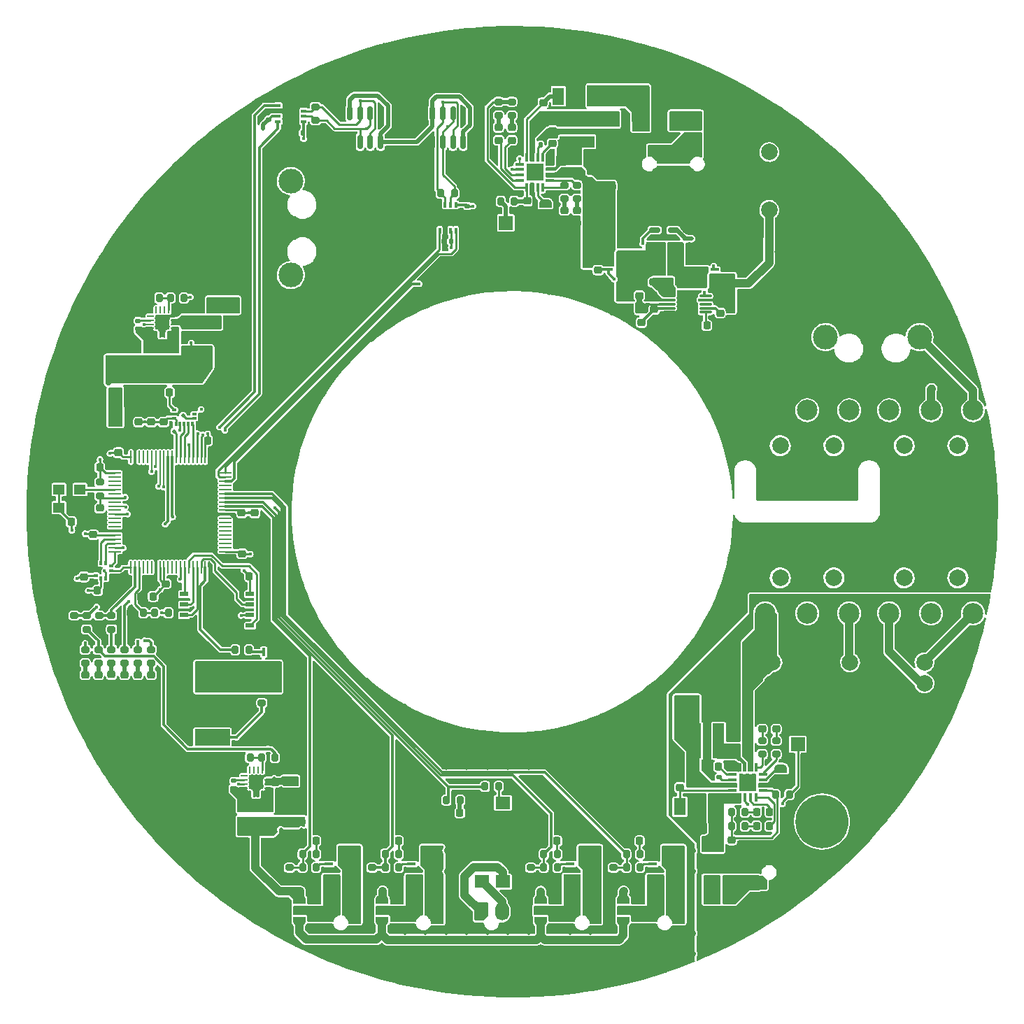
<source format=gbr>
%TF.GenerationSoftware,KiCad,Pcbnew,6.0.5-a6ca702e91~116~ubuntu20.04.1*%
%TF.CreationDate,2022-05-11T20:42:01+02:00*%
%TF.ProjectId,uHoubolt_PCB_PMU,75486f75-626f-46c7-945f-5043425f504d,rev?*%
%TF.SameCoordinates,PX8583b00PY5f5e100*%
%TF.FileFunction,Copper,L1,Top*%
%TF.FilePolarity,Positive*%
%FSLAX46Y46*%
G04 Gerber Fmt 4.6, Leading zero omitted, Abs format (unit mm)*
G04 Created by KiCad (PCBNEW 6.0.5-a6ca702e91~116~ubuntu20.04.1) date 2022-05-11 20:42:01*
%MOMM*%
%LPD*%
G01*
G04 APERTURE LIST*
G04 Aperture macros list*
%AMRoundRect*
0 Rectangle with rounded corners*
0 $1 Rounding radius*
0 $2 $3 $4 $5 $6 $7 $8 $9 X,Y pos of 4 corners*
0 Add a 4 corners polygon primitive as box body*
4,1,4,$2,$3,$4,$5,$6,$7,$8,$9,$2,$3,0*
0 Add four circle primitives for the rounded corners*
1,1,$1+$1,$2,$3*
1,1,$1+$1,$4,$5*
1,1,$1+$1,$6,$7*
1,1,$1+$1,$8,$9*
0 Add four rect primitives between the rounded corners*
20,1,$1+$1,$2,$3,$4,$5,0*
20,1,$1+$1,$4,$5,$6,$7,0*
20,1,$1+$1,$6,$7,$8,$9,0*
20,1,$1+$1,$8,$9,$2,$3,0*%
%AMFreePoly0*
4,1,22,0.945671,0.830970,1.026777,0.776777,1.080970,0.695671,1.100000,0.600000,1.100000,-0.600000,1.080970,-0.695671,1.026777,-0.776777,0.945671,-0.830970,0.850000,-0.850000,-0.450000,-0.850000,-0.545671,-0.830970,-0.626779,-0.776774,-1.026777,-0.376777,-1.080970,-0.295671,-1.100000,-0.200000,-1.100000,0.600000,-1.080970,0.695671,-1.026777,0.776777,-0.945671,0.830970,-0.850000,0.850000,
0.850000,0.850000,0.945671,0.830970,0.945671,0.830970,$1*%
%AMFreePoly1*
4,1,22,0.500000,-0.750000,0.000000,-0.750000,0.000000,-0.745033,-0.079941,-0.743568,-0.215256,-0.701293,-0.333266,-0.622738,-0.424486,-0.514219,-0.481581,-0.384460,-0.499164,-0.250000,-0.500000,-0.250000,-0.500000,0.250000,-0.499164,0.250000,-0.499963,0.256109,-0.478152,0.396186,-0.417904,0.524511,-0.324060,0.630769,-0.204165,0.706417,-0.067858,0.745374,0.000000,0.744959,0.000000,0.750000,
0.500000,0.750000,0.500000,-0.750000,0.500000,-0.750000,$1*%
%AMFreePoly2*
4,1,20,0.000000,0.744959,0.073905,0.744508,0.209726,0.703889,0.328688,0.626782,0.421226,0.519385,0.479903,0.390333,0.500000,0.250000,0.500000,-0.250000,0.499851,-0.262216,0.476331,-0.402017,0.414519,-0.529596,0.319384,-0.634700,0.198574,-0.708877,0.061801,-0.746166,0.000000,-0.745033,0.000000,-0.750000,-0.500000,-0.750000,-0.500000,0.750000,0.000000,0.750000,0.000000,0.744959,
0.000000,0.744959,$1*%
%AMFreePoly3*
4,1,22,0.550000,-0.750000,0.000000,-0.750000,0.000000,-0.745033,-0.079941,-0.743568,-0.215256,-0.701293,-0.333266,-0.622738,-0.424486,-0.514219,-0.481581,-0.384460,-0.499164,-0.250000,-0.500000,-0.250000,-0.500000,0.250000,-0.499164,0.250000,-0.499963,0.256109,-0.478152,0.396186,-0.417904,0.524511,-0.324060,0.630769,-0.204165,0.706417,-0.067858,0.745374,0.000000,0.744959,0.000000,0.750000,
0.550000,0.750000,0.550000,-0.750000,0.550000,-0.750000,$1*%
%AMFreePoly4*
4,1,20,0.000000,0.744959,0.073905,0.744508,0.209726,0.703889,0.328688,0.626782,0.421226,0.519385,0.479903,0.390333,0.500000,0.250000,0.500000,-0.250000,0.499851,-0.262216,0.476331,-0.402017,0.414519,-0.529596,0.319384,-0.634700,0.198574,-0.708877,0.061801,-0.746166,0.000000,-0.745033,0.000000,-0.750000,-0.550000,-0.750000,-0.550000,0.750000,0.000000,0.750000,0.000000,0.744959,
0.000000,0.744959,$1*%
%AMFreePoly5*
4,1,22,0.945671,0.830970,1.026777,0.776777,1.080970,0.695671,1.100000,0.600000,1.100000,-0.600000,1.080970,-0.695671,1.026777,-0.776777,0.945671,-0.830970,0.850000,-0.850000,-0.850000,-0.850000,-0.945671,-0.830970,-1.026777,-0.776777,-1.080970,-0.695671,-1.100000,-0.600000,-1.100000,0.200000,-1.080970,0.295671,-1.026777,0.376777,-0.626777,0.776777,-0.545671,0.830970,-0.450000,0.850000,
0.850000,0.850000,0.945671,0.830970,0.945671,0.830970,$1*%
G04 Aperture macros list end*
%TA.AperFunction,ComponentPad*%
%ADD10C,2.000000*%
%TD*%
%TA.AperFunction,ComponentPad*%
%ADD11C,2.500000*%
%TD*%
%TA.AperFunction,ComponentPad*%
%ADD12C,6.400000*%
%TD*%
%TA.AperFunction,ComponentPad*%
%ADD13C,0.800000*%
%TD*%
%TA.AperFunction,ComponentPad*%
%ADD14FreePoly0,0.000000*%
%TD*%
%TA.AperFunction,ComponentPad*%
%ADD15O,2.200000X1.700000*%
%TD*%
%TA.AperFunction,SMDPad,CuDef*%
%ADD16RoundRect,0.075000X-0.650000X-0.075000X0.650000X-0.075000X0.650000X0.075000X-0.650000X0.075000X0*%
%TD*%
%TA.AperFunction,SMDPad,CuDef*%
%ADD17RoundRect,0.218750X-0.256250X0.218750X-0.256250X-0.218750X0.256250X-0.218750X0.256250X0.218750X0*%
%TD*%
%TA.AperFunction,SMDPad,CuDef*%
%ADD18RoundRect,0.150000X-0.512500X-0.150000X0.512500X-0.150000X0.512500X0.150000X-0.512500X0.150000X0*%
%TD*%
%TA.AperFunction,SMDPad,CuDef*%
%ADD19RoundRect,0.218750X0.218750X0.256250X-0.218750X0.256250X-0.218750X-0.256250X0.218750X-0.256250X0*%
%TD*%
%TA.AperFunction,SMDPad,CuDef*%
%ADD20RoundRect,0.147500X-0.172500X0.147500X-0.172500X-0.147500X0.172500X-0.147500X0.172500X0.147500X0*%
%TD*%
%TA.AperFunction,SMDPad,CuDef*%
%ADD21RoundRect,0.243750X0.456250X-0.243750X0.456250X0.243750X-0.456250X0.243750X-0.456250X-0.243750X0*%
%TD*%
%TA.AperFunction,SMDPad,CuDef*%
%ADD22R,1.100000X1.100000*%
%TD*%
%TA.AperFunction,SMDPad,CuDef*%
%ADD23R,1.000000X0.340000*%
%TD*%
%TA.AperFunction,SMDPad,CuDef*%
%ADD24R,0.500000X1.640000*%
%TD*%
%TA.AperFunction,SMDPad,CuDef*%
%ADD25R,1.710000X2.290000*%
%TD*%
%TA.AperFunction,ComponentPad*%
%ADD26C,3.000000*%
%TD*%
%TA.AperFunction,SMDPad,CuDef*%
%ADD27RoundRect,0.218750X0.256250X-0.218750X0.256250X0.218750X-0.256250X0.218750X-0.256250X-0.218750X0*%
%TD*%
%TA.AperFunction,SMDPad,CuDef*%
%ADD28RoundRect,0.250000X-0.375000X-0.625000X0.375000X-0.625000X0.375000X0.625000X-0.375000X0.625000X0*%
%TD*%
%TA.AperFunction,SMDPad,CuDef*%
%ADD29RoundRect,0.218750X-0.218750X-0.256250X0.218750X-0.256250X0.218750X0.256250X-0.218750X0.256250X0*%
%TD*%
%TA.AperFunction,SMDPad,CuDef*%
%ADD30RoundRect,0.147500X0.172500X-0.147500X0.172500X0.147500X-0.172500X0.147500X-0.172500X-0.147500X0*%
%TD*%
%TA.AperFunction,SMDPad,CuDef*%
%ADD31RoundRect,0.200000X0.200000X0.275000X-0.200000X0.275000X-0.200000X-0.275000X0.200000X-0.275000X0*%
%TD*%
%TA.AperFunction,SMDPad,CuDef*%
%ADD32RoundRect,0.225000X-0.225000X-0.250000X0.225000X-0.250000X0.225000X0.250000X-0.225000X0.250000X0*%
%TD*%
%TA.AperFunction,SMDPad,CuDef*%
%ADD33FreePoly1,270.000000*%
%TD*%
%TA.AperFunction,SMDPad,CuDef*%
%ADD34FreePoly2,270.000000*%
%TD*%
%TA.AperFunction,SMDPad,CuDef*%
%ADD35RoundRect,0.225000X-0.250000X0.225000X-0.250000X-0.225000X0.250000X-0.225000X0.250000X0.225000X0*%
%TD*%
%TA.AperFunction,SMDPad,CuDef*%
%ADD36RoundRect,0.140000X0.170000X-0.140000X0.170000X0.140000X-0.170000X0.140000X-0.170000X-0.140000X0*%
%TD*%
%TA.AperFunction,SMDPad,CuDef*%
%ADD37R,4.200000X2.000000*%
%TD*%
%TA.AperFunction,SMDPad,CuDef*%
%ADD38RoundRect,0.200000X-0.275000X0.200000X-0.275000X-0.200000X0.275000X-0.200000X0.275000X0.200000X0*%
%TD*%
%TA.AperFunction,SMDPad,CuDef*%
%ADD39RoundRect,0.075000X0.075000X-0.462500X0.075000X0.462500X-0.075000X0.462500X-0.075000X-0.462500X0*%
%TD*%
%TA.AperFunction,SMDPad,CuDef*%
%ADD40RoundRect,0.075000X0.462500X-0.075000X0.462500X0.075000X-0.462500X0.075000X-0.462500X-0.075000X0*%
%TD*%
%TA.AperFunction,ComponentPad*%
%ADD41C,0.600000*%
%TD*%
%TA.AperFunction,SMDPad,CuDef*%
%ADD42R,2.150000X2.150000*%
%TD*%
%TA.AperFunction,SMDPad,CuDef*%
%ADD43RoundRect,0.250000X-0.475000X0.250000X-0.475000X-0.250000X0.475000X-0.250000X0.475000X0.250000X0*%
%TD*%
%TA.AperFunction,ComponentPad*%
%ADD44FreePoly0,90.000000*%
%TD*%
%TA.AperFunction,ComponentPad*%
%ADD45O,1.700000X2.200000*%
%TD*%
%TA.AperFunction,SMDPad,CuDef*%
%ADD46RoundRect,0.200000X-0.200000X-0.275000X0.200000X-0.275000X0.200000X0.275000X-0.200000X0.275000X0*%
%TD*%
%TA.AperFunction,SMDPad,CuDef*%
%ADD47R,1.400000X2.100000*%
%TD*%
%TA.AperFunction,SMDPad,CuDef*%
%ADD48RoundRect,0.225000X0.225000X0.250000X-0.225000X0.250000X-0.225000X-0.250000X0.225000X-0.250000X0*%
%TD*%
%TA.AperFunction,ComponentPad*%
%ADD49FreePoly0,180.000000*%
%TD*%
%TA.AperFunction,SMDPad,CuDef*%
%ADD50RoundRect,0.225000X0.250000X-0.225000X0.250000X0.225000X-0.250000X0.225000X-0.250000X-0.225000X0*%
%TD*%
%TA.AperFunction,SMDPad,CuDef*%
%ADD51RoundRect,0.200000X0.275000X-0.200000X0.275000X0.200000X-0.275000X0.200000X-0.275000X-0.200000X0*%
%TD*%
%TA.AperFunction,SMDPad,CuDef*%
%ADD52R,0.990000X0.405000*%
%TD*%
%TA.AperFunction,SMDPad,CuDef*%
%ADD53R,0.760000X0.405000*%
%TD*%
%TA.AperFunction,SMDPad,CuDef*%
%ADD54R,1.725000X2.245000*%
%TD*%
%TA.AperFunction,SMDPad,CuDef*%
%ADD55RoundRect,0.150000X0.150000X-0.587500X0.150000X0.587500X-0.150000X0.587500X-0.150000X-0.587500X0*%
%TD*%
%TA.AperFunction,SMDPad,CuDef*%
%ADD56RoundRect,0.250000X0.250000X0.475000X-0.250000X0.475000X-0.250000X-0.475000X0.250000X-0.475000X0*%
%TD*%
%TA.AperFunction,SMDPad,CuDef*%
%ADD57RoundRect,0.140000X-0.140000X-0.170000X0.140000X-0.170000X0.140000X0.170000X-0.140000X0.170000X0*%
%TD*%
%TA.AperFunction,SMDPad,CuDef*%
%ADD58R,1.000000X0.500000*%
%TD*%
%TA.AperFunction,SMDPad,CuDef*%
%ADD59R,3.500000X4.500000*%
%TD*%
%TA.AperFunction,SMDPad,CuDef*%
%ADD60RoundRect,0.062500X0.325000X0.062500X-0.325000X0.062500X-0.325000X-0.062500X0.325000X-0.062500X0*%
%TD*%
%TA.AperFunction,SMDPad,CuDef*%
%ADD61RoundRect,0.062500X0.062500X0.325000X-0.062500X0.325000X-0.062500X-0.325000X0.062500X-0.325000X0*%
%TD*%
%TA.AperFunction,ComponentPad*%
%ADD62C,0.500000*%
%TD*%
%TA.AperFunction,SMDPad,CuDef*%
%ADD63R,1.750000X1.750000*%
%TD*%
%TA.AperFunction,SMDPad,CuDef*%
%ADD64RoundRect,0.250000X0.450000X-0.350000X0.450000X0.350000X-0.450000X0.350000X-0.450000X-0.350000X0*%
%TD*%
%TA.AperFunction,SMDPad,CuDef*%
%ADD65R,4.200000X1.400000*%
%TD*%
%TA.AperFunction,SMDPad,CuDef*%
%ADD66RoundRect,0.250000X0.475000X-0.250000X0.475000X0.250000X-0.475000X0.250000X-0.475000X-0.250000X0*%
%TD*%
%TA.AperFunction,SMDPad,CuDef*%
%ADD67RoundRect,0.100000X0.150000X0.250000X-0.150000X0.250000X-0.150000X-0.250000X0.150000X-0.250000X0*%
%TD*%
%TA.AperFunction,SMDPad,CuDef*%
%ADD68RoundRect,0.150000X-0.150000X-0.700000X0.150000X-0.700000X0.150000X0.700000X-0.150000X0.700000X0*%
%TD*%
%TA.AperFunction,SMDPad,CuDef*%
%ADD69RoundRect,0.250000X-0.250000X-1.150000X0.250000X-1.150000X0.250000X1.150000X-0.250000X1.150000X0*%
%TD*%
%TA.AperFunction,SMDPad,CuDef*%
%ADD70RoundRect,0.100000X0.100000X-0.175000X0.100000X0.175000X-0.100000X0.175000X-0.100000X-0.175000X0*%
%TD*%
%TA.AperFunction,SMDPad,CuDef*%
%ADD71RoundRect,0.100000X0.175000X-0.100000X0.175000X0.100000X-0.175000X0.100000X-0.175000X-0.100000X0*%
%TD*%
%TA.AperFunction,SMDPad,CuDef*%
%ADD72RoundRect,0.250000X-0.250000X-0.475000X0.250000X-0.475000X0.250000X0.475000X-0.250000X0.475000X0*%
%TD*%
%TA.AperFunction,SMDPad,CuDef*%
%ADD73R,0.650000X0.350000*%
%TD*%
%TA.AperFunction,SMDPad,CuDef*%
%ADD74R,1.550000X2.400000*%
%TD*%
%TA.AperFunction,SMDPad,CuDef*%
%ADD75R,1.400000X4.200000*%
%TD*%
%TA.AperFunction,SMDPad,CuDef*%
%ADD76FreePoly3,90.000000*%
%TD*%
%TA.AperFunction,SMDPad,CuDef*%
%ADD77R,1.500000X1.000000*%
%TD*%
%TA.AperFunction,SMDPad,CuDef*%
%ADD78FreePoly4,90.000000*%
%TD*%
%TA.AperFunction,SMDPad,CuDef*%
%ADD79RoundRect,0.140000X-0.170000X0.140000X-0.170000X-0.140000X0.170000X-0.140000X0.170000X0.140000X0*%
%TD*%
%TA.AperFunction,SMDPad,CuDef*%
%ADD80R,0.405000X0.990000*%
%TD*%
%TA.AperFunction,SMDPad,CuDef*%
%ADD81R,0.405000X0.760000*%
%TD*%
%TA.AperFunction,SMDPad,CuDef*%
%ADD82R,2.245000X1.725000*%
%TD*%
%TA.AperFunction,SMDPad,CuDef*%
%ADD83RoundRect,0.250000X0.350000X0.450000X-0.350000X0.450000X-0.350000X-0.450000X0.350000X-0.450000X0*%
%TD*%
%TA.AperFunction,SMDPad,CuDef*%
%ADD84RoundRect,0.062500X-0.675000X-0.062500X0.675000X-0.062500X0.675000X0.062500X-0.675000X0.062500X0*%
%TD*%
%TA.AperFunction,SMDPad,CuDef*%
%ADD85RoundRect,0.062500X-0.062500X-0.675000X0.062500X-0.675000X0.062500X0.675000X-0.062500X0.675000X0*%
%TD*%
%TA.AperFunction,SMDPad,CuDef*%
%ADD86RoundRect,0.075000X-0.462500X-0.075000X0.462500X-0.075000X0.462500X0.075000X-0.462500X0.075000X0*%
%TD*%
%TA.AperFunction,SMDPad,CuDef*%
%ADD87RoundRect,0.075000X-0.075000X-0.462500X0.075000X-0.462500X0.075000X0.462500X-0.075000X0.462500X0*%
%TD*%
%TA.AperFunction,SMDPad,CuDef*%
%ADD88RoundRect,0.250000X0.450000X-0.262500X0.450000X0.262500X-0.450000X0.262500X-0.450000X-0.262500X0*%
%TD*%
%TA.AperFunction,SMDPad,CuDef*%
%ADD89RoundRect,0.140000X0.140000X0.170000X-0.140000X0.170000X-0.140000X-0.170000X0.140000X-0.170000X0*%
%TD*%
%TA.AperFunction,SMDPad,CuDef*%
%ADD90RoundRect,0.150000X0.150000X0.700000X-0.150000X0.700000X-0.150000X-0.700000X0.150000X-0.700000X0*%
%TD*%
%TA.AperFunction,SMDPad,CuDef*%
%ADD91RoundRect,0.250000X0.250000X1.150000X-0.250000X1.150000X-0.250000X-1.150000X0.250000X-1.150000X0*%
%TD*%
%TA.AperFunction,SMDPad,CuDef*%
%ADD92RoundRect,0.250000X-0.450000X0.350000X-0.450000X-0.350000X0.450000X-0.350000X0.450000X0.350000X0*%
%TD*%
%TA.AperFunction,SMDPad,CuDef*%
%ADD93R,2.100000X1.400000*%
%TD*%
%TA.AperFunction,SMDPad,CuDef*%
%ADD94R,1.780000X1.500000*%
%TD*%
%TA.AperFunction,SMDPad,CuDef*%
%ADD95R,0.350000X0.650000*%
%TD*%
%TA.AperFunction,SMDPad,CuDef*%
%ADD96R,2.400000X1.550000*%
%TD*%
%TA.AperFunction,SMDPad,CuDef*%
%ADD97R,1.400000X1.200000*%
%TD*%
%TA.AperFunction,SMDPad,CuDef*%
%ADD98RoundRect,0.250000X0.262500X0.450000X-0.262500X0.450000X-0.262500X-0.450000X0.262500X-0.450000X0*%
%TD*%
%TA.AperFunction,ComponentPad*%
%ADD99R,1.700000X1.700000*%
%TD*%
%TA.AperFunction,ComponentPad*%
%ADD100O,1.700000X1.700000*%
%TD*%
%TA.AperFunction,SMDPad,CuDef*%
%ADD101RoundRect,0.087500X0.087500X-0.187500X0.087500X0.187500X-0.087500X0.187500X-0.087500X-0.187500X0*%
%TD*%
%TA.AperFunction,SMDPad,CuDef*%
%ADD102RoundRect,0.087500X0.187500X-0.087500X0.187500X0.087500X-0.187500X0.087500X-0.187500X-0.087500X0*%
%TD*%
%TA.AperFunction,ComponentPad*%
%ADD103FreePoly5,180.000000*%
%TD*%
%TA.AperFunction,ViaPad*%
%ADD104C,0.400000*%
%TD*%
%TA.AperFunction,ViaPad*%
%ADD105C,0.500000*%
%TD*%
%TA.AperFunction,Conductor*%
%ADD106C,0.300000*%
%TD*%
%TA.AperFunction,Conductor*%
%ADD107C,1.000000*%
%TD*%
%TA.AperFunction,Conductor*%
%ADD108C,0.250000*%
%TD*%
%TA.AperFunction,Conductor*%
%ADD109C,0.500000*%
%TD*%
%TA.AperFunction,Conductor*%
%ADD110C,0.200000*%
%TD*%
G04 APERTURE END LIST*
D10*
%TO.P,SW1,*%
%TO.N,*%
X32450000Y8000000D03*
X38950000Y8000000D03*
D11*
%TO.P,SW1,1,A*%
%TO.N,GND*%
X30620000Y12300000D03*
%TO.P,SW1,2,B*%
%TO.N,Net-(Q1-Pad2)*%
X40780000Y12300000D03*
%TO.P,SW1,3,C*%
%TO.N,unconnected-(SW1-Pad3)*%
X35700000Y12300000D03*
%TD*%
D10*
%TO.P,SW2,*%
%TO.N,*%
X38950000Y-8000000D03*
X32450000Y-8000000D03*
D11*
%TO.P,SW2,1,A*%
%TO.N,/BatteryCharger1/Battery*%
X30620000Y-12300000D03*
%TO.P,SW2,2,B*%
%TO.N,Net-(J11-Pad1)*%
X40780000Y-12300000D03*
%TO.P,SW2,3,C*%
%TO.N,unconnected-(SW2-Pad3)*%
X35700000Y-12300000D03*
%TD*%
D10*
%TO.P,SW3,*%
%TO.N,*%
X47450000Y8000000D03*
X53950000Y8000000D03*
D11*
%TO.P,SW3,1,A*%
%TO.N,+12V*%
X45620000Y12300000D03*
%TO.P,SW3,2,B*%
%TO.N,PYRO*%
X55780000Y12300000D03*
%TO.P,SW3,3,C*%
%TO.N,Net-(R41-Pad1)*%
X50700000Y12300000D03*
%TD*%
D10*
%TO.P,SW4,*%
%TO.N,*%
X53950000Y-8000000D03*
X47450000Y-8000000D03*
D11*
%TO.P,SW4,1,A*%
%TO.N,Net-(J6-Pad2)*%
X45620000Y-12300000D03*
%TO.P,SW4,2,B*%
%TO.N,Net-(J6-Pad1)*%
X55780000Y-12300000D03*
%TO.P,SW4,3,C*%
%TO.N,unconnected-(SW4-Pad3)*%
X50700000Y-12300000D03*
%TD*%
D12*
%TO.P,H4,1,1*%
%TO.N,GND*%
X-37500000Y37500000D03*
D13*
X-35100000Y37500000D03*
X-35802944Y39197056D03*
X-37500000Y39900000D03*
X-39900000Y37500000D03*
X-39197056Y39197056D03*
X-39197056Y35802944D03*
X-37500000Y35100000D03*
X-35802944Y35802944D03*
%TD*%
%TO.P,H2,1,1*%
%TO.N,GND*%
X35802944Y35802944D03*
X37500000Y35100000D03*
X39197056Y39197056D03*
X39900000Y37500000D03*
X35100000Y37500000D03*
X35802944Y39197056D03*
D12*
X37500000Y37500000D03*
D13*
X39197056Y35802944D03*
X37500000Y39900000D03*
%TD*%
D14*
%TO.P,J1,1,Pin_1*%
%TO.N,/Vcharge*%
X17950000Y43350000D03*
D15*
%TO.P,J1,2,Pin_2*%
%TO.N,GND*%
X17950000Y40850000D03*
%TD*%
D13*
%TO.P,H3,1,1*%
%TO.N,GND*%
X-35802944Y-35802944D03*
D12*
X-37500000Y-37500000D03*
D13*
X-39197056Y-39197056D03*
X-37500000Y-39900000D03*
X-39900000Y-37500000D03*
X-39197056Y-35802944D03*
X-35802944Y-39197056D03*
X-35100000Y-37500000D03*
X-37500000Y-35100000D03*
%TD*%
D16*
%TO.P,U1,1,SENSE*%
%TO.N,Net-(R5-Pad2)*%
X19000000Y26150000D03*
%TO.P,U1,2,VIN*%
%TO.N,/Vin*%
X19000000Y25650000D03*
%TO.P,U1,3,UVLO*%
%TO.N,Net-(R2-Pad2)*%
X19000000Y25150000D03*
%TO.P,U1,4,OVLO*%
%TO.N,Net-(R3-Pad2)*%
X19000000Y24650000D03*
%TO.P,U1,5,GND*%
%TO.N,GND*%
X19000000Y24150000D03*
%TO.P,U1,6,TIMER*%
%TO.N,Net-(C1-Pad1)*%
X23400000Y24150000D03*
%TO.P,U1,7,PWR*%
%TO.N,Net-(R9-Pad1)*%
X23400000Y24650000D03*
%TO.P,U1,8,PGD*%
%TO.N,unconnected-(U1-Pad8)*%
X23400000Y25150000D03*
%TO.P,U1,9,OUT*%
%TO.N,+12V*%
X23400000Y25650000D03*
%TO.P,U1,10,GATE*%
%TO.N,Net-(Q2-Pad2)*%
X23400000Y26150000D03*
%TD*%
D17*
%TO.P,R9,1*%
%TO.N,Net-(R9-Pad1)*%
X25175000Y24050000D03*
%TO.P,R9,2*%
%TO.N,GND*%
X25175000Y22475000D03*
%TD*%
D18*
%TO.P,U2,1*%
%TO.N,/SUPPLY_CURRENT_SENSE*%
X17237500Y34100000D03*
%TO.P,U2,2,GND*%
%TO.N,GND*%
X17237500Y33150000D03*
%TO.P,U2,3,+*%
%TO.N,/Vin*%
X17237500Y32200000D03*
%TO.P,U2,4,-*%
%TO.N,Net-(Q2-Pad3)*%
X19512500Y32200000D03*
%TO.P,U2,5,V+*%
%TO.N,+5V*%
X19512500Y34100000D03*
%TD*%
D19*
%TO.P,C1,1*%
%TO.N,Net-(C1-Pad1)*%
X23562500Y22550000D03*
%TO.P,C1,2*%
%TO.N,GND*%
X21987500Y22550000D03*
%TD*%
D20*
%TO.P,C3,1*%
%TO.N,+12V*%
X26575000Y24420000D03*
%TO.P,C3,2*%
%TO.N,GND*%
X26575000Y23450000D03*
%TD*%
D21*
%TO.P,C4,1*%
%TO.N,+12V*%
X26175000Y27650000D03*
%TO.P,C4,2*%
%TO.N,GND*%
X26175000Y29525000D03*
%TD*%
D22*
%TO.P,D1,1,A1*%
%TO.N,/Vin*%
X13225000Y27000000D03*
%TO.P,D1,2,A2*%
%TO.N,GND*%
X10425000Y27000000D03*
%TD*%
D23*
%TO.P,Q1,1,S*%
%TO.N,+BATT*%
X11690000Y31275000D03*
X11690000Y30625000D03*
X11690000Y29975000D03*
D24*
X11940000Y30625000D03*
D23*
%TO.P,Q1,2,G*%
%TO.N,Net-(Q1-Pad2)*%
X11690000Y29325000D03*
%TO.P,Q1,3,D*%
%TO.N,/Vin*%
X14590000Y30625000D03*
D25*
X13435000Y30300000D03*
D23*
X14590000Y29325000D03*
X14590000Y31275000D03*
X14590000Y29975000D03*
%TD*%
D26*
%TO.P,J2,1,Pin_1*%
%TO.N,+BATT*%
X-26800000Y40050000D03*
%TO.P,J2,2,Pin_2*%
%TO.N,GND*%
X-26800000Y34350000D03*
%TO.P,J2,3,Pin_3*%
%TO.N,unconnected-(J2-Pad3)*%
X-26800000Y28650000D03*
%TD*%
D17*
%TO.P,R2,1*%
%TO.N,/Vin*%
X15400000Y27737500D03*
%TO.P,R2,2*%
%TO.N,Net-(R2-Pad2)*%
X15400000Y26162500D03*
%TD*%
D27*
%TO.P,R5,1*%
%TO.N,/Vin*%
X17100000Y26212500D03*
%TO.P,R5,2*%
%TO.N,Net-(R5-Pad2)*%
X17100000Y27787500D03*
%TD*%
D17*
%TO.P,R1,1*%
%TO.N,+BATT*%
X10400000Y30837500D03*
%TO.P,R1,2*%
%TO.N,Net-(Q1-Pad2)*%
X10400000Y29262500D03*
%TD*%
D28*
%TO.P,R6,1*%
%TO.N,/Vin*%
X17075000Y29950000D03*
%TO.P,R6,2*%
%TO.N,Net-(Q2-Pad3)*%
X19875000Y29950000D03*
%TD*%
D24*
%TO.P,Q2,1,S*%
%TO.N,+12V*%
X24285000Y28025000D03*
D23*
X24535000Y27375000D03*
X24535000Y28025000D03*
X24535000Y28675000D03*
%TO.P,Q2,2,G*%
%TO.N,Net-(Q2-Pad2)*%
X24535000Y29325000D03*
%TO.P,Q2,3,D*%
%TO.N,Net-(Q2-Pad3)*%
X21635000Y27375000D03*
X21635000Y28675000D03*
D25*
X22790000Y28350000D03*
D23*
X21635000Y29325000D03*
X21635000Y28025000D03*
%TD*%
D17*
%TO.P,R4,1*%
%TO.N,Net-(R3-Pad2)*%
X17200000Y24487500D03*
%TO.P,R4,2*%
%TO.N,GND*%
X17200000Y22912500D03*
%TD*%
D29*
%TO.P,R7,1*%
%TO.N,Net-(R5-Pad2)*%
X18587500Y27850000D03*
%TO.P,R7,2*%
%TO.N,Net-(Q2-Pad3)*%
X20162500Y27850000D03*
%TD*%
D17*
%TO.P,R3,1*%
%TO.N,Net-(R2-Pad2)*%
X15650000Y24487500D03*
%TO.P,R3,2*%
%TO.N,Net-(R3-Pad2)*%
X15650000Y22912500D03*
%TD*%
D30*
%TO.P,C19,1*%
%TO.N,+5V*%
X20975000Y33065000D03*
%TO.P,C19,2*%
%TO.N,GND*%
X20975000Y34035000D03*
%TD*%
D10*
%TO.P,J8,1,Pin_1*%
%TO.N,+12V*%
X31115000Y43550000D03*
%TO.P,J8,2,Pin_2*%
%TO.N,GND*%
X28575000Y43550000D03*
%TD*%
D31*
%TO.P,R18,1*%
%TO.N,Net-(R17-Pad1)*%
X-31725000Y-29750000D03*
%TO.P,R18,2*%
%TO.N,GND*%
X-33375000Y-29750000D03*
%TD*%
D32*
%TO.P,C25,1*%
%TO.N,GND*%
X-45007500Y-10242500D03*
%TO.P,C25,2*%
%TO.N,+3V3*%
X-43457500Y-10242500D03*
%TD*%
D33*
%TO.P,JP8,1,A*%
%TO.N,Net-(JP8-Pad1)*%
X32525000Y-31079651D03*
D34*
%TO.P,JP8,2,B*%
%TO.N,/GND_Altimax*%
X32525000Y-32379651D03*
%TD*%
D29*
%TO.P,D17,1,K*%
%TO.N,GND*%
X13850000Y-39852500D03*
%TO.P,D17,2,A*%
%TO.N,Net-(D17-Pad2)*%
X15425000Y-39852500D03*
%TD*%
D27*
%TO.P,LED1,1,K*%
%TO.N,GND*%
X-43700000Y-21287500D03*
%TO.P,LED1,2,A*%
%TO.N,Net-(LED1-Pad2)*%
X-43700000Y-19712500D03*
%TD*%
D35*
%TO.P,C8,1*%
%TO.N,Net-(C8-Pad1)*%
X1850000Y37650000D03*
%TO.P,C8,2*%
%TO.N,GND*%
X1850000Y36100000D03*
%TD*%
D36*
%TO.P,C6,1*%
%TO.N,+12V*%
X-28300000Y-32680000D03*
%TO.P,C6,2*%
%TO.N,GND*%
X-28300000Y-31720000D03*
%TD*%
D29*
%TO.P,D12,1,K*%
%TO.N,GND*%
X-15337500Y-39852500D03*
%TO.P,D12,2,A*%
%TO.N,Net-(D12-Pad2)*%
X-13762500Y-39852500D03*
%TD*%
D31*
%TO.P,R13,1*%
%TO.N,+12V*%
X-41622500Y-12232500D03*
%TO.P,R13,2*%
%TO.N,/12V_Sense*%
X-43272500Y-12232500D03*
%TD*%
D37*
%TO.P,LS1,1,1*%
%TO.N,+12V*%
X-36300000Y-27300000D03*
%TO.P,LS1,2,2*%
%TO.N,Net-(LS1-Pad2)*%
X-36300000Y-19300000D03*
%TD*%
D38*
%TO.P,R45,1*%
%TO.N,+5V*%
X-48500000Y-16675000D03*
%TO.P,R45,2*%
%TO.N,Net-(D16-Pad2)*%
X-48500000Y-18325000D03*
%TD*%
D39*
%TO.P,U14,1,VCC*%
%TO.N,Net-(C52-Pad1)*%
X27550000Y-34592151D03*
%TO.P,U14,2,NTC*%
%TO.N,/BatteryCharger1/NTC*%
X28200000Y-34592151D03*
%TO.P,U14,3,~{ACOK}*%
%TO.N,/BatteryCharger1/~{ACOK}*%
X28850000Y-34592151D03*
%TO.P,U14,4,~{CHGOK}*%
%TO.N,/BatteryCharger1/~{CHGOK}*%
X29500000Y-34592151D03*
D40*
%TO.P,U14,5,VREF33*%
%TO.N,Net-(C53-Pad1)*%
X30362500Y-33729651D03*
%TO.P,U14,6,~{EN}*%
%TO.N,/GND_Altimax*%
X30362500Y-33079651D03*
%TO.P,U14,7,CELLS*%
%TO.N,Net-(JP8-Pad1)*%
X30362500Y-32429651D03*
%TO.P,U14,8,COMPV*%
%TO.N,Net-(R54-Pad2)*%
X30362500Y-31779651D03*
D39*
%TO.P,U14,9,COMPI*%
%TO.N,Net-(R53-Pad2)*%
X29500000Y-30917151D03*
%TO.P,U14,10,BATT*%
%TO.N,/BatteryCharger1/Battery*%
X28850000Y-30917151D03*
%TO.P,U14,11,CSP*%
%TO.N,Net-(L4-Pad2)*%
X28200000Y-30917151D03*
%TO.P,U14,12,GND*%
%TO.N,/GND_Altimax*%
X27550000Y-30917151D03*
D40*
%TO.P,U14,13,TMR*%
%TO.N,Net-(C55-Pad1)*%
X26687500Y-31779651D03*
%TO.P,U14,14,BST*%
%TO.N,Net-(C56-Pad2)*%
X26687500Y-32429651D03*
%TO.P,U14,15,SW*%
%TO.N,Net-(C56-Pad1)*%
X26687500Y-33079651D03*
%TO.P,U14,16,VIN*%
%TO.N,Net-(C54-Pad1)*%
X26687500Y-33729651D03*
D41*
%TO.P,U14,17,NC*%
%TO.N,unconnected-(U14-Pad17)*%
X27750000Y-33529651D03*
X28525000Y-31979651D03*
X29300000Y-31979651D03*
D42*
X28525000Y-32754651D03*
D41*
X29300000Y-33529651D03*
X27750000Y-32754651D03*
X29300000Y-32754651D03*
X28525000Y-33529651D03*
X28525000Y-32754651D03*
X27750000Y-31979651D03*
%TD*%
D43*
%TO.P,C5,1*%
%TO.N,GND*%
X-26650000Y-30700000D03*
%TO.P,C5,2*%
%TO.N,+12V*%
X-26650000Y-32600000D03*
%TD*%
D13*
%TO.P,H1,1,1*%
%TO.N,GND*%
X35802944Y-35802944D03*
X35100000Y-37500000D03*
X35802944Y-39197056D03*
X37500000Y-35100000D03*
X39900000Y-37500000D03*
X39197056Y-39197056D03*
D12*
X37500000Y-37500000D03*
D13*
X39197056Y-35802944D03*
X37500000Y-39900000D03*
%TD*%
D44*
%TO.P,J23,1,Pin_1*%
%TO.N,Net-(J23-Pad1)*%
X-3750000Y-48400000D03*
D45*
%TO.P,J23,2,Pin_2*%
%TO.N,Net-(J23-Pad2)*%
X-1250000Y-48400000D03*
%TD*%
D44*
%TO.P,J24,1,Pin_1*%
%TO.N,Net-(D18-Pad1)*%
X17200000Y-48400000D03*
D45*
%TO.P,J24,2,Pin_2*%
%TO.N,Net-(D18-Pad2)*%
X19700000Y-48400000D03*
%TD*%
D46*
%TO.P,R35,1*%
%TO.N,/Out1*%
X-15375000Y-41452500D03*
%TO.P,R35,2*%
%TO.N,Net-(D12-Pad2)*%
X-13725000Y-41452500D03*
%TD*%
D47*
%TO.P,D22,1,K*%
%TO.N,Net-(C56-Pad1)*%
X20325000Y-23400000D03*
%TO.P,D22,2,A*%
%TO.N,/GND_Altimax*%
X24725000Y-23400000D03*
%TD*%
D29*
%TO.P,D14,1,K*%
%TO.N,GND*%
X3850000Y-39852500D03*
%TO.P,D14,2,A*%
%TO.N,Net-(D14-Pad2)*%
X5425000Y-39852500D03*
%TD*%
D48*
%TO.P,C41,1*%
%TO.N,GND*%
X-48650000Y-9512500D03*
%TO.P,C41,2*%
%TO.N,+3V3*%
X-50200000Y-9512500D03*
%TD*%
D38*
%TO.P,R53,1*%
%TO.N,Net-(C58-Pad1)*%
X30250000Y-27704651D03*
%TO.P,R53,2*%
%TO.N,Net-(R53-Pad2)*%
X30250000Y-29354651D03*
%TD*%
D49*
%TO.P,J7,1,Pin_1*%
%TO.N,/Vcharge1*%
X29750000Y-44900000D03*
D15*
%TO.P,J7,2,Pin_2*%
%TO.N,/GND_Altimax*%
X29750000Y-42400000D03*
%TD*%
D50*
%TO.P,C57,1*%
%TO.N,Net-(C57-Pad1)*%
X31950000Y-26304651D03*
%TO.P,C57,2*%
%TO.N,/GND_Altimax*%
X31950000Y-24754651D03*
%TD*%
D33*
%TO.P,JP1,1,A*%
%TO.N,Net-(JP1-Pad1)*%
X4025000Y37325000D03*
D34*
%TO.P,JP1,2,B*%
%TO.N,GND*%
X4025000Y36025000D03*
%TD*%
D51*
%TO.P,R16,1*%
%TO.N,+12V*%
X-30300000Y-23125000D03*
%TO.P,R16,2*%
%TO.N,Net-(LS1-Pad2)*%
X-30300000Y-21475000D03*
%TD*%
D52*
%TO.P,Q4,1,G*%
%TO.N,Net-(Q4-Pad1)*%
X-22180000Y-42642500D03*
D53*
%TO.P,Q4,2,D*%
%TO.N,Net-(D11-Pad2)*%
X-19195000Y-41982500D03*
X-19195000Y-40662500D03*
D54*
X-20187500Y-41652500D03*
D53*
X-19195000Y-42642500D03*
X-19195000Y-41322500D03*
D52*
%TO.P,Q4,3,S*%
%TO.N,GND*%
X-22180000Y-41982500D03*
X-22180000Y-40662500D03*
X-22180000Y-41322500D03*
%TD*%
D43*
%TO.P,C48,1*%
%TO.N,GND*%
X-37050000Y21400000D03*
%TO.P,C48,2*%
%TO.N,+5V*%
X-37050000Y19500000D03*
%TD*%
D36*
%TO.P,C15,1*%
%TO.N,Net-(C15-Pad1)*%
X-33700000Y-33530000D03*
%TO.P,C15,2*%
%TO.N,Net-(C15-Pad2)*%
X-33700000Y-32570000D03*
%TD*%
D55*
%TO.P,U7,1,GND*%
%TO.N,GND*%
X-49812500Y14182500D03*
%TO.P,U7,2,VO*%
%TO.N,+3V3*%
X-47912500Y14182500D03*
%TO.P,U7,3,VI*%
%TO.N,+5V*%
X-48862500Y16057500D03*
%TD*%
D56*
%TO.P,C60,1*%
%TO.N,/BatteryCharger1/Battery*%
X28500000Y-27029651D03*
%TO.P,C60,2*%
%TO.N,/GND_Altimax*%
X26600000Y-27029651D03*
%TD*%
D57*
%TO.P,C11,1*%
%TO.N,Net-(C11-Pad1)*%
X2470000Y44400000D03*
%TO.P,C11,2*%
%TO.N,Net-(C11-Pad2)*%
X3430000Y44400000D03*
%TD*%
D32*
%TO.P,C40,1*%
%TO.N,Net-(C40-Pad1)*%
X-41475000Y14437500D03*
%TO.P,C40,2*%
%TO.N,GND*%
X-39925000Y14437500D03*
%TD*%
D58*
%TO.P,U6,1,~{CS}*%
%TO.N,/QSPI1_BK1_NCS*%
X-39737500Y-9967500D03*
%TO.P,U6,2,DO(IO1)*%
%TO.N,/QSPI1_BK1_IO1*%
X-39737500Y-11237500D03*
%TO.P,U6,3,~{WP}(IO2)*%
%TO.N,/QSPI1_BK1_IO2*%
X-39737500Y-12507500D03*
%TO.P,U6,4,GND*%
%TO.N,GND*%
X-39737500Y-13777500D03*
%TO.P,U6,5,DI(IO0)*%
%TO.N,/QSPI1_BK1_IO0*%
X-31737500Y-13777500D03*
%TO.P,U6,6,CLK*%
%TO.N,/QSPI1_CLK*%
X-31737500Y-12507500D03*
%TO.P,U6,7,~{RESET}(IO3)*%
%TO.N,/QSPI1_BK1_IO3*%
X-31737500Y-11237500D03*
%TO.P,U6,8,VCC*%
%TO.N,+3V3*%
X-31737500Y-9967500D03*
D59*
%TO.P,U6,9,PAD*%
%TO.N,GND*%
X-35737500Y-11872500D03*
%TD*%
D60*
%TO.P,U3,1,VSW*%
%TO.N,Net-(C15-Pad1)*%
X-29537500Y-33450000D03*
%TO.P,U3,2,VCC*%
%TO.N,+12V*%
X-29537500Y-32950000D03*
%TO.P,U3,3,VCC*%
X-29537500Y-32450000D03*
%TO.P,U3,4,GND*%
%TO.N,GND*%
X-29537500Y-31950000D03*
D61*
%TO.P,U3,5,FB*%
%TO.N,Net-(R17-Pad1)*%
X-30250000Y-31237500D03*
%TO.P,U3,6,NC*%
%TO.N,unconnected-(U3-Pad6)*%
X-30750000Y-31237500D03*
%TO.P,U3,7,NC*%
%TO.N,unconnected-(U3-Pad7)*%
X-31250000Y-31237500D03*
%TO.P,U3,8,PG*%
%TO.N,unconnected-(U3-Pad8)*%
X-31750000Y-31237500D03*
D60*
%TO.P,U3,9,EN/SYNC*%
%TO.N,unconnected-(U3-Pad9)*%
X-32462500Y-31950000D03*
%TO.P,U3,10,BST*%
%TO.N,Net-(C15-Pad2)*%
X-32462500Y-32450000D03*
%TO.P,U3,11,VCC*%
%TO.N,+12V*%
X-32462500Y-32950000D03*
%TO.P,U3,12,VSW*%
%TO.N,Net-(C15-Pad1)*%
X-32462500Y-33450000D03*
D61*
%TO.P,U3,13,VSW*%
X-31750000Y-34162500D03*
%TO.P,U3,14,PGND*%
%TO.N,GND*%
X-31250000Y-34162500D03*
%TO.P,U3,15,PGND*%
X-30750000Y-34162500D03*
%TO.P,U3,16,VSW*%
%TO.N,Net-(C15-Pad1)*%
X-30250000Y-34162500D03*
D62*
%TO.P,U3,17,PAD*%
%TO.N,GND*%
X-30375000Y-32075000D03*
X-30375000Y-33325000D03*
X-31625000Y-33325000D03*
X-31625000Y-32075000D03*
D63*
X-31000000Y-32700000D03*
%TD*%
D27*
%TO.P,D4,1,K*%
%TO.N,/BatteryCharger/~{CHGOK}*%
X-1650000Y44965000D03*
%TO.P,D4,2,A*%
%TO.N,Net-(D4-Pad2)*%
X-1650000Y46540000D03*
%TD*%
D64*
%TO.P,F2,1*%
%TO.N,/Vcharge*%
X22000000Y45325000D03*
%TO.P,F2,2*%
%TO.N,Net-(D23-Pad2)*%
X22000000Y47325000D03*
%TD*%
D38*
%TO.P,R36,1*%
%TO.N,GND*%
X-16950000Y-41427500D03*
%TO.P,R36,2*%
%TO.N,/Out1*%
X-16950000Y-43077500D03*
%TD*%
%TO.P,R10,1*%
%TO.N,+12V*%
X-51700000Y-16675000D03*
%TO.P,R10,2*%
%TO.N,Net-(D2-Pad2)*%
X-51700000Y-18325000D03*
%TD*%
D65*
%TO.P,L2,1,1*%
%TO.N,Net-(C11-Pad1)*%
X7875000Y47600000D03*
%TO.P,L2,2,2*%
%TO.N,Net-(L2-Pad2)*%
X7875000Y44800000D03*
%TD*%
D38*
%TO.P,R33,1*%
%TO.N,GND*%
X-26950000Y-41427500D03*
%TO.P,R33,2*%
%TO.N,/Out0*%
X-26950000Y-43077500D03*
%TD*%
D56*
%TO.P,C52,1*%
%TO.N,Net-(C52-Pad1)*%
X24950000Y-38300000D03*
%TO.P,C52,2*%
%TO.N,/GND_Altimax*%
X23050000Y-38300000D03*
%TD*%
D44*
%TO.P,J22,1,Pin_1*%
%TO.N,Net-(D15-Pad1)*%
X7200000Y-48400000D03*
D45*
%TO.P,J22,2,Pin_2*%
%TO.N,Net-(D15-Pad2)*%
X9700000Y-48400000D03*
%TD*%
D50*
%TO.P,C10,1*%
%TO.N,Net-(C10-Pad1)*%
X4850000Y44575000D03*
%TO.P,C10,2*%
%TO.N,GND*%
X4850000Y46125000D03*
%TD*%
D35*
%TO.P,C35,1*%
%TO.N,GND*%
X-43700000Y12412500D03*
%TO.P,C35,2*%
%TO.N,+3V3*%
X-43700000Y10862500D03*
%TD*%
D44*
%TO.P,J21,1,Pin_1*%
%TO.N,Net-(D13-Pad1)*%
X-12000000Y-48400000D03*
D45*
%TO.P,J21,2,Pin_2*%
%TO.N,Net-(D13-Pad2)*%
X-9500000Y-48400000D03*
%TD*%
D10*
%TO.P,J11,1,Pin_1*%
%TO.N,Net-(J11-Pad1)*%
X40900000Y-18230000D03*
%TO.P,J11,2,Pin_2*%
%TO.N,/GND_Altimax*%
X40900000Y-20770000D03*
%TD*%
D50*
%TO.P,C23,1*%
%TO.N,GND*%
X-50700000Y-4325000D03*
%TO.P,C23,2*%
%TO.N,+3V3*%
X-50700000Y-2775000D03*
%TD*%
D65*
%TO.P,L1,1,1*%
%TO.N,Net-(C15-Pad1)*%
X-31100000Y-35650000D03*
%TO.P,L1,2,2*%
%TO.N,+5VP*%
X-31100000Y-38450000D03*
%TD*%
%TO.P,L3,1,1*%
%TO.N,Net-(C46-Pad1)*%
X-42450000Y19850000D03*
%TO.P,L3,2,2*%
%TO.N,+5V*%
X-42450000Y17050000D03*
%TD*%
D27*
%TO.P,LED2,1,K*%
%TO.N,GND*%
X-45300000Y-21287500D03*
%TO.P,LED2,2,A*%
%TO.N,Net-(LED2-Pad2)*%
X-45300000Y-19712500D03*
%TD*%
D50*
%TO.P,C42,1*%
%TO.N,+3V3*%
X-51825000Y-7887500D03*
%TO.P,C42,2*%
%TO.N,GND*%
X-51825000Y-6337500D03*
%TD*%
D66*
%TO.P,C18,1*%
%TO.N,+BATT*%
X11822500Y39350000D03*
%TO.P,C18,2*%
%TO.N,GND*%
X11822500Y41250000D03*
%TD*%
D38*
%TO.P,R11,1*%
%TO.N,/LED1*%
X-43700000Y-16675000D03*
%TO.P,R11,2*%
%TO.N,Net-(LED1-Pad2)*%
X-43700000Y-18325000D03*
%TD*%
D46*
%TO.P,R51,1*%
%TO.N,Net-(C53-Pad1)*%
X26525000Y-36329651D03*
%TO.P,R51,2*%
%TO.N,Net-(D19-Pad2)*%
X28175000Y-36329651D03*
%TD*%
D67*
%TO.P,D8,1,K*%
%TO.N,+3V3*%
X-48550000Y11100000D03*
%TO.P,D8,2,A*%
%TO.N,GND*%
X-49350000Y11100000D03*
%TD*%
D38*
%TO.P,R23,1*%
%TO.N,Net-(C8-Pad1)*%
X-50000Y49625000D03*
%TO.P,R23,2*%
%TO.N,Net-(D3-Pad2)*%
X-50000Y47975000D03*
%TD*%
D32*
%TO.P,C2,1*%
%TO.N,+3V3*%
X-53375000Y-1212500D03*
%TO.P,C2,2*%
%TO.N,GND*%
X-51825000Y-1212500D03*
%TD*%
D52*
%TO.P,Q5,1,G*%
%TO.N,Net-(Q5-Pad1)*%
X-12180000Y-42642500D03*
D54*
%TO.P,Q5,2,D*%
%TO.N,Net-(D13-Pad2)*%
X-10187500Y-41652500D03*
D53*
X-9195000Y-42642500D03*
X-9195000Y-41982500D03*
X-9195000Y-41322500D03*
X-9195000Y-40662500D03*
D52*
%TO.P,Q5,3,S*%
%TO.N,GND*%
X-12180000Y-41322500D03*
X-12180000Y-41982500D03*
X-12180000Y-40662500D03*
%TD*%
D35*
%TO.P,C31,1*%
%TO.N,+5V*%
X-46300000Y16075000D03*
%TO.P,C31,2*%
%TO.N,GND*%
X-46300000Y14525000D03*
%TD*%
D31*
%TO.P,R44,1*%
%TO.N,Net-(R43-Pad1)*%
X-42725000Y25900000D03*
%TO.P,R44,2*%
%TO.N,GND*%
X-44375000Y25900000D03*
%TD*%
D46*
%TO.P,R40,1*%
%TO.N,/Out2*%
X3825000Y-43052500D03*
%TO.P,R40,2*%
%TO.N,Net-(Q6-Pad1)*%
X5475000Y-43052500D03*
%TD*%
D68*
%TO.P,J13,1,Pin_1*%
%TO.N,+5V*%
X-19675000Y48250000D03*
%TO.P,J13,2,Pin_2*%
%TO.N,/CAN2_H*%
X-18425000Y48250000D03*
%TO.P,J13,3,Pin_3*%
%TO.N,/CAN2_L*%
X-17175000Y48250000D03*
%TO.P,J13,4,Pin_4*%
%TO.N,GND*%
X-15925000Y48250000D03*
D69*
%TO.P,J13,MP,MountPin*%
X-14075000Y51600000D03*
X-21525000Y51600000D03*
%TD*%
D70*
%TO.P,U11,1,VDDio*%
%TO.N,+3V3*%
X-49775000Y-8037500D03*
%TO.P,U11,2,SCL/SCLK*%
%TO.N,/BARO_SPI1_SCK*%
X-49175000Y-8037500D03*
D71*
%TO.P,U11,3,GND*%
%TO.N,GND*%
X-48550000Y-7712500D03*
%TO.P,U11,4,SDA/MOSI*%
%TO.N,/BARO_SPI1_MOSI*%
X-48550000Y-7112500D03*
%TO.P,U11,5,SA0/MISO*%
%TO.N,/BARO_SPI1_MISO*%
X-48550000Y-6512500D03*
D70*
%TO.P,U11,6,~{CS}*%
%TO.N,/BARO_SPI1_NSS*%
X-49175000Y-6187500D03*
%TO.P,U11,7,INT_DRDY*%
%TO.N,/BARO_INT*%
X-49775000Y-6187500D03*
D71*
%TO.P,U11,8,GND*%
%TO.N,GND*%
X-50400000Y-6512500D03*
%TO.P,U11,9,GND*%
X-50400000Y-7112500D03*
%TO.P,U11,10,VDD*%
%TO.N,+3V3*%
X-50400000Y-7712500D03*
%TD*%
D51*
%TO.P,R46,1*%
%TO.N,+5V*%
X-48500000Y-14225000D03*
%TO.P,R46,2*%
%TO.N,/5V_Sense*%
X-48500000Y-12575000D03*
%TD*%
D36*
%TO.P,C38,1*%
%TO.N,+5V*%
X-29475000Y47495000D03*
%TO.P,C38,2*%
%TO.N,GND*%
X-29475000Y48455000D03*
%TD*%
D72*
%TO.P,C7,1*%
%TO.N,Net-(C7-Pad1)*%
X15550000Y49950000D03*
%TO.P,C7,2*%
%TO.N,GND*%
X17450000Y49950000D03*
%TD*%
D73*
%TO.P,U9,1,TXD*%
%TO.N,/CAN2_TX*%
X-28350000Y49175000D03*
%TO.P,U9,2,VSS*%
%TO.N,GND*%
X-28350000Y48525000D03*
%TO.P,U9,3,VDD*%
%TO.N,+5V*%
X-28350000Y47875000D03*
%TO.P,U9,4,RXD*%
%TO.N,/CAN2_RX*%
X-28350000Y47225000D03*
%TO.P,U9,5,Vio*%
%TO.N,+3V3*%
X-25250000Y47225000D03*
%TO.P,U9,6,CANL*%
%TO.N,/CAN2_L*%
X-25250000Y47875000D03*
%TO.P,U9,7,CANH*%
%TO.N,/CAN2_H*%
X-25250000Y48525000D03*
%TO.P,U9,8,STBY*%
%TO.N,GND*%
X-25250000Y49175000D03*
D74*
%TO.P,U9,9,PAD*%
X-26800000Y48200000D03*
%TD*%
D50*
%TO.P,C30,1*%
%TO.N,GND*%
X-32747500Y-1675000D03*
%TO.P,C30,2*%
%TO.N,+3V3*%
X-32747500Y-125000D03*
%TD*%
D27*
%TO.P,D16,1,K*%
%TO.N,GND*%
X-48500000Y-21275000D03*
%TO.P,D16,2,A*%
%TO.N,Net-(D16-Pad2)*%
X-48500000Y-19700000D03*
%TD*%
D43*
%TO.P,C16,1*%
%TO.N,GND*%
X-27800000Y-35600000D03*
%TO.P,C16,2*%
%TO.N,+5VP*%
X-27800000Y-37500000D03*
%TD*%
D22*
%TO.P,D13,1,K*%
%TO.N,Net-(D13-Pad1)*%
X-12150000Y-44852500D03*
%TO.P,D13,2,A*%
%TO.N,Net-(D13-Pad2)*%
X-9350000Y-44852500D03*
%TD*%
D35*
%TO.P,C13,1*%
%TO.N,Net-(C13-Pad1)*%
X7825000Y36500000D03*
%TO.P,C13,2*%
%TO.N,GND*%
X7825000Y34950000D03*
%TD*%
D75*
%TO.P,L4,1,1*%
%TO.N,Net-(C56-Pad1)*%
X22168750Y-27725000D03*
%TO.P,L4,2,2*%
%TO.N,Net-(L4-Pad2)*%
X24968750Y-27725000D03*
%TD*%
D46*
%TO.P,R37,1*%
%TO.N,/Out1*%
X-15375000Y-43052500D03*
%TO.P,R37,2*%
%TO.N,Net-(Q5-Pad1)*%
X-13725000Y-43052500D03*
%TD*%
D43*
%TO.P,C47,1*%
%TO.N,GND*%
X-39050000Y21400000D03*
%TO.P,C47,2*%
%TO.N,+5V*%
X-39050000Y19500000D03*
%TD*%
D76*
%TO.P,JP6,1,A*%
%TO.N,PYRO*%
X3450000Y-49552500D03*
D77*
%TO.P,JP6,2,C*%
%TO.N,Net-(D15-Pad1)*%
X3450000Y-48252500D03*
D78*
%TO.P,JP6,3,B*%
%TO.N,+5VP*%
X3450000Y-46952500D03*
%TD*%
D60*
%TO.P,U13,1,VSW*%
%TO.N,Net-(C46-Pad1)*%
X-40887500Y22200000D03*
%TO.P,U13,2,VCC*%
%TO.N,/5V/Input*%
X-40887500Y22700000D03*
%TO.P,U13,3,VCC*%
X-40887500Y23200000D03*
%TO.P,U13,4,GND*%
%TO.N,GND*%
X-40887500Y23700000D03*
D61*
%TO.P,U13,5,FB*%
%TO.N,Net-(R43-Pad1)*%
X-41600000Y24412500D03*
%TO.P,U13,6,NC*%
%TO.N,unconnected-(U13-Pad6)*%
X-42100000Y24412500D03*
%TO.P,U13,7,NC*%
%TO.N,unconnected-(U13-Pad7)*%
X-42600000Y24412500D03*
%TO.P,U13,8,PG*%
%TO.N,unconnected-(U13-Pad8)*%
X-43100000Y24412500D03*
D60*
%TO.P,U13,9,EN/SYNC*%
%TO.N,unconnected-(U13-Pad9)*%
X-43812500Y23700000D03*
%TO.P,U13,10,BST*%
%TO.N,Net-(C46-Pad2)*%
X-43812500Y23200000D03*
%TO.P,U13,11,VCC*%
%TO.N,/5V/Input*%
X-43812500Y22700000D03*
%TO.P,U13,12,VSW*%
%TO.N,Net-(C46-Pad1)*%
X-43812500Y22200000D03*
D61*
%TO.P,U13,13,VSW*%
X-43100000Y21487500D03*
%TO.P,U13,14,PGND*%
%TO.N,GND*%
X-42600000Y21487500D03*
%TO.P,U13,15,PGND*%
X-42100000Y21487500D03*
%TO.P,U13,16,VSW*%
%TO.N,Net-(C46-Pad1)*%
X-41600000Y21487500D03*
D62*
%TO.P,U13,17,PAD*%
%TO.N,GND*%
X-41725000Y23575000D03*
D63*
X-42350000Y22950000D03*
D62*
X-42975000Y23575000D03*
X-41725000Y22325000D03*
X-42975000Y22325000D03*
%TD*%
D38*
%TO.P,R47,1*%
%TO.N,/5V_Sense*%
X-50000000Y-12575000D03*
%TO.P,R47,2*%
%TO.N,GND*%
X-50000000Y-14225000D03*
%TD*%
D46*
%TO.P,R38,1*%
%TO.N,/Out2*%
X3825000Y-41452500D03*
%TO.P,R38,2*%
%TO.N,Net-(D14-Pad2)*%
X5475000Y-41452500D03*
%TD*%
D51*
%TO.P,R26,1*%
%TO.N,Net-(C12-Pad1)*%
X6325000Y37900000D03*
%TO.P,R26,2*%
%TO.N,Net-(R26-Pad2)*%
X6325000Y39550000D03*
%TD*%
D38*
%TO.P,R48,1*%
%TO.N,GND*%
X12250000Y-41427500D03*
%TO.P,R48,2*%
%TO.N,/Out3*%
X12250000Y-43077500D03*
%TD*%
D66*
%TO.P,C14,1*%
%TO.N,+BATT*%
X9775000Y39350000D03*
%TO.P,C14,2*%
%TO.N,GND*%
X9775000Y41250000D03*
%TD*%
D46*
%TO.P,R15,1*%
%TO.N,/Speaker*%
X-33525000Y-16700000D03*
%TO.P,R15,2*%
%TO.N,Net-(Q3-Pad1)*%
X-31875000Y-16700000D03*
%TD*%
D38*
%TO.P,R30,1*%
%TO.N,+3V3*%
X-46900000Y-16675000D03*
%TO.P,R30,2*%
%TO.N,Net-(D9-Pad2)*%
X-46900000Y-18325000D03*
%TD*%
%TO.P,R8,1*%
%TO.N,+3V3*%
X-49900000Y3575000D03*
%TO.P,R8,2*%
%TO.N,/NRST*%
X-49900000Y1925000D03*
%TD*%
D48*
%TO.P,C36,1*%
%TO.N,+3V3*%
X-48257500Y12397500D03*
%TO.P,C36,2*%
%TO.N,GND*%
X-49807500Y12397500D03*
%TD*%
D27*
%TO.P,D9,1,K*%
%TO.N,GND*%
X-46900000Y-21287500D03*
%TO.P,D9,2,A*%
%TO.N,Net-(D9-Pad2)*%
X-46900000Y-19712500D03*
%TD*%
D51*
%TO.P,R25,1*%
%TO.N,Net-(C13-Pad1)*%
X7825000Y37900000D03*
%TO.P,R25,2*%
%TO.N,Net-(R25-Pad2)*%
X7825000Y39550000D03*
%TD*%
D46*
%TO.P,R42,1*%
%TO.N,/Out3*%
X13825000Y-41452500D03*
%TO.P,R42,2*%
%TO.N,Net-(D17-Pad2)*%
X15475000Y-41452500D03*
%TD*%
D79*
%TO.P,C32,1*%
%TO.N,+3V3*%
X-5400000Y37005000D03*
%TO.P,C32,2*%
%TO.N,GND*%
X-5400000Y36045000D03*
%TD*%
D80*
%TO.P,Q3,1,G*%
%TO.N,Net-(Q3-Pad1)*%
X-30090000Y-16970000D03*
D81*
%TO.P,Q3,2,D*%
%TO.N,Net-(LS1-Pad2)*%
X-28770000Y-19955000D03*
X-28110000Y-19955000D03*
D82*
X-29100000Y-18962500D03*
D81*
X-30090000Y-19955000D03*
X-29430000Y-19955000D03*
D80*
%TO.P,Q3,3,S*%
%TO.N,GND*%
X-28770000Y-16970000D03*
X-28110000Y-16970000D03*
X-29430000Y-16970000D03*
%TD*%
D36*
%TO.P,C46,1*%
%TO.N,Net-(C46-Pad1)*%
X-45300000Y22170000D03*
%TO.P,C46,2*%
%TO.N,Net-(C46-Pad2)*%
X-45300000Y23130000D03*
%TD*%
D10*
%TO.P,J25,1,Pin_1*%
%TO.N,+12V*%
X31115000Y36550000D03*
%TO.P,J25,2,Pin_2*%
%TO.N,GND*%
X28575000Y36550000D03*
%TD*%
D29*
%TO.P,D25,1,K*%
%TO.N,GND*%
X-7925000Y-36450000D03*
%TO.P,D25,2,A*%
%TO.N,Net-(D25-Pad2)*%
X-6350000Y-36450000D03*
%TD*%
D36*
%TO.P,C56,1*%
%TO.N,Net-(C56-Pad1)*%
X25068750Y-33109651D03*
%TO.P,C56,2*%
%TO.N,Net-(C56-Pad2)*%
X25068750Y-32149651D03*
%TD*%
D76*
%TO.P,JP4,1,A*%
%TO.N,PYRO*%
X-25750000Y-49552500D03*
D77*
%TO.P,JP4,2,C*%
%TO.N,Net-(D11-Pad1)*%
X-25750000Y-48252500D03*
D78*
%TO.P,JP4,3,B*%
%TO.N,+5VP*%
X-25750000Y-46952500D03*
%TD*%
D83*
%TO.P,F3,1*%
%TO.N,/Vcharge1*%
X26250000Y-46650000D03*
%TO.P,F3,2*%
%TO.N,Net-(D24-Pad2)*%
X24250000Y-46650000D03*
%TD*%
D84*
%TO.P,U5,1,VBAT*%
%TO.N,+3V3*%
X-48087500Y4687500D03*
%TO.P,U5,2,PC13*%
%TO.N,unconnected-(U5-Pad2)*%
X-48087500Y4187500D03*
%TO.P,U5,3,PC14-OSC32_IN*%
%TO.N,unconnected-(U5-Pad3)*%
X-48087500Y3687500D03*
%TO.P,U5,4,PC15-OSC32_OUT*%
%TO.N,unconnected-(U5-Pad4)*%
X-48087500Y3187500D03*
%TO.P,U5,5,PF0-OSC_IN*%
%TO.N,/HSE_CLK*%
X-48087500Y2687500D03*
%TO.P,U5,6,PF1-OSC_OUT*%
%TO.N,unconnected-(U5-Pad6)*%
X-48087500Y2187500D03*
%TO.P,U5,7,PG10-NRST*%
%TO.N,/NRST*%
X-48087500Y1687500D03*
%TO.P,U5,8,PC0*%
%TO.N,unconnected-(U5-Pad8)*%
X-48087500Y1187500D03*
%TO.P,U5,9,PC1*%
%TO.N,/Payload*%
X-48087500Y687500D03*
%TO.P,U5,10,PC2*%
%TO.N,unconnected-(U5-Pad10)*%
X-48087500Y187500D03*
%TO.P,U5,11,PC3*%
%TO.N,/5VP_Sense*%
X-48087500Y-312500D03*
%TO.P,U5,12,PA0*%
%TO.N,unconnected-(U5-Pad12)*%
X-48087500Y-812500D03*
%TO.P,U5,13,PA1*%
%TO.N,unconnected-(U5-Pad13)*%
X-48087500Y-1312500D03*
%TO.P,U5,14,PA2*%
%TO.N,unconnected-(U5-Pad14)*%
X-48087500Y-1812500D03*
%TO.P,U5,15,VSS*%
%TO.N,GND*%
X-48087500Y-2312500D03*
%TO.P,U5,16,VDD*%
%TO.N,+3V3*%
X-48087500Y-2812500D03*
%TO.P,U5,17,PA3*%
%TO.N,/BARO_INT*%
X-48087500Y-3312500D03*
%TO.P,U5,18,PA4*%
%TO.N,/BARO_SPI1_NSS*%
X-48087500Y-3812500D03*
%TO.P,U5,19,PA5*%
%TO.N,/BARO_SPI1_SCK*%
X-48087500Y-4312500D03*
%TO.P,U5,20,PA6*%
%TO.N,/BARO_SPI1_MISO*%
X-48087500Y-4812500D03*
D85*
%TO.P,U5,21,PA7*%
%TO.N,/BARO_SPI1_MOSI*%
X-46150000Y-6750000D03*
%TO.P,U5,22,PC4*%
%TO.N,/5V_Sense*%
X-45650000Y-6750000D03*
%TO.P,U5,23,PC5*%
%TO.N,/12V_Sense*%
X-45150000Y-6750000D03*
%TO.P,U5,24,PB0*%
%TO.N,unconnected-(U5-Pad24)*%
X-44650000Y-6750000D03*
%TO.P,U5,25,PB1*%
%TO.N,unconnected-(U5-Pad25)*%
X-44150000Y-6750000D03*
%TO.P,U5,26,PB2*%
%TO.N,unconnected-(U5-Pad26)*%
X-43650000Y-6750000D03*
%TO.P,U5,27,VSSA*%
%TO.N,GND*%
X-43150000Y-6750000D03*
%TO.P,U5,28,VREF+*%
%TO.N,+3V3*%
X-42650000Y-6750000D03*
%TO.P,U5,29,VDDA*%
X-42150000Y-6750000D03*
%TO.P,U5,30,PE7*%
%TO.N,unconnected-(U5-Pad30)*%
X-41650000Y-6750000D03*
%TO.P,U5,31,PE8*%
%TO.N,unconnected-(U5-Pad31)*%
X-41150000Y-6750000D03*
%TO.P,U5,32,PE9*%
%TO.N,unconnected-(U5-Pad32)*%
X-40650000Y-6750000D03*
%TO.P,U5,33,PE10*%
%TO.N,/QSPI1_CLK*%
X-40150000Y-6750000D03*
%TO.P,U5,34,PE11*%
%TO.N,/QSPI1_BK1_NCS*%
X-39650000Y-6750000D03*
%TO.P,U5,35,PE12*%
%TO.N,/QSPI1_BK1_IO0*%
X-39150000Y-6750000D03*
%TO.P,U5,36,PE13*%
%TO.N,/QSPI1_BK1_IO1*%
X-38650000Y-6750000D03*
%TO.P,U5,37,PE14*%
%TO.N,/QSPI1_BK1_IO2*%
X-38150000Y-6750000D03*
%TO.P,U5,38,PE15*%
%TO.N,/QSPI1_BK1_IO3*%
X-37650000Y-6750000D03*
%TO.P,U5,39,PB10*%
%TO.N,/Speaker*%
X-37150000Y-6750000D03*
%TO.P,U5,40,VSS*%
%TO.N,GND*%
X-36650000Y-6750000D03*
D84*
%TO.P,U5,41,VDD*%
%TO.N,+3V3*%
X-34712500Y-4812500D03*
%TO.P,U5,42,PB11*%
%TO.N,unconnected-(U5-Pad42)*%
X-34712500Y-4312500D03*
%TO.P,U5,43,PB12*%
%TO.N,unconnected-(U5-Pad43)*%
X-34712500Y-3812500D03*
%TO.P,U5,44,PB13*%
%TO.N,unconnected-(U5-Pad44)*%
X-34712500Y-3312500D03*
%TO.P,U5,45,PB14*%
%TO.N,unconnected-(U5-Pad45)*%
X-34712500Y-2812500D03*
%TO.P,U5,46,PB15*%
%TO.N,unconnected-(U5-Pad46)*%
X-34712500Y-2312500D03*
%TO.P,U5,47,PD8*%
%TO.N,unconnected-(U5-Pad47)*%
X-34712500Y-1812500D03*
%TO.P,U5,48,PD9*%
%TO.N,unconnected-(U5-Pad48)*%
X-34712500Y-1312500D03*
%TO.P,U5,49,PD10*%
%TO.N,unconnected-(U5-Pad49)*%
X-34712500Y-812500D03*
%TO.P,U5,50,VSS*%
%TO.N,GND*%
X-34712500Y-312500D03*
%TO.P,U5,51,VDD*%
%TO.N,+3V3*%
X-34712500Y187500D03*
%TO.P,U5,52,PC6*%
%TO.N,/Out0*%
X-34712500Y687500D03*
%TO.P,U5,53,PC7*%
%TO.N,/Out1*%
X-34712500Y1187500D03*
%TO.P,U5,54,PC8*%
%TO.N,/Out2*%
X-34712500Y1687500D03*
%TO.P,U5,55,PC9*%
%TO.N,/Out3*%
X-34712500Y2187500D03*
%TO.P,U5,56,PA8*%
%TO.N,/~{ACOK}*%
X-34712500Y2687500D03*
%TO.P,U5,57,PA9*%
%TO.N,/~{CHGOK}*%
X-34712500Y3187500D03*
%TO.P,U5,58,PA10*%
%TO.N,/SUPPLY_CURRENT_SENSE*%
X-34712500Y3687500D03*
%TO.P,U5,59,PA11*%
%TO.N,/CAN1_TX*%
X-34712500Y4187500D03*
%TO.P,U5,60,PA12*%
%TO.N,/CAN1_RX*%
X-34712500Y4687500D03*
D85*
%TO.P,U5,61,VSS*%
%TO.N,GND*%
X-36650000Y6625000D03*
%TO.P,U5,62,VDD*%
%TO.N,+3V3*%
X-37150000Y6625000D03*
%TO.P,U5,63,PA13*%
%TO.N,/SWDIO*%
X-37650000Y6625000D03*
%TO.P,U5,64,PA14*%
%TO.N,/SWCLK*%
X-38150000Y6625000D03*
%TO.P,U5,65,PA15*%
%TO.N,/IMU_NSS*%
X-38650000Y6625000D03*
%TO.P,U5,66,PC10*%
%TO.N,/IMU_SPI3_SCK*%
X-39150000Y6625000D03*
%TO.P,U5,67,PC11*%
%TO.N,/IMU_SPI3_MISO*%
X-39650000Y6625000D03*
%TO.P,U5,68,PC12*%
%TO.N,/IMU_SPI3_MOSI*%
X-40150000Y6625000D03*
%TO.P,U5,69,PD0*%
%TO.N,/IMU_INT*%
X-40650000Y6625000D03*
%TO.P,U5,70,PD1*%
%TO.N,/LED2*%
X-41150000Y6625000D03*
%TO.P,U5,71,PD2*%
%TO.N,/LED1*%
X-41650000Y6625000D03*
%TO.P,U5,72,PB3*%
%TO.N,/UART_TX*%
X-42150000Y6625000D03*
%TO.P,U5,73,PB4*%
%TO.N,/UART_RX*%
X-42650000Y6625000D03*
%TO.P,U5,74,PB5*%
%TO.N,/CAN2_TX*%
X-43150000Y6625000D03*
%TO.P,U5,75,PB6*%
%TO.N,/CAN2_RX*%
X-43650000Y6625000D03*
%TO.P,U5,76,PB7*%
%TO.N,unconnected-(U5-Pad76)*%
X-44150000Y6625000D03*
%TO.P,U5,77,PB8-BOOT0*%
%TO.N,unconnected-(U5-Pad77)*%
X-44650000Y6625000D03*
%TO.P,U5,78,PB9*%
%TO.N,unconnected-(U5-Pad78)*%
X-45150000Y6625000D03*
%TO.P,U5,79,VSS*%
%TO.N,GND*%
X-45650000Y6625000D03*
%TO.P,U5,80,VDD*%
%TO.N,+3V3*%
X-46150000Y6625000D03*
%TD*%
D46*
%TO.P,R50,1*%
%TO.N,Net-(C53-Pad1)*%
X31900000Y-34229651D03*
%TO.P,R50,2*%
%TO.N,/BatteryCharger1/NTC*%
X33550000Y-34229651D03*
%TD*%
D43*
%TO.P,C17,1*%
%TO.N,GND*%
X-25800000Y-35600000D03*
%TO.P,C17,2*%
%TO.N,+5VP*%
X-25800000Y-37500000D03*
%TD*%
D76*
%TO.P,JP7,1,A*%
%TO.N,PYRO*%
X13450000Y-49552500D03*
D77*
%TO.P,JP7,2,C*%
%TO.N,Net-(D18-Pad1)*%
X13450000Y-48252500D03*
D78*
%TO.P,JP7,3,B*%
%TO.N,+5VP*%
X13450000Y-46952500D03*
%TD*%
D52*
%TO.P,Q6,1,G*%
%TO.N,Net-(Q6-Pad1)*%
X7020000Y-42642500D03*
D53*
%TO.P,Q6,2,D*%
%TO.N,Net-(D15-Pad2)*%
X10005000Y-42642500D03*
X10005000Y-41322500D03*
X10005000Y-41982500D03*
D54*
X9012500Y-41652500D03*
D53*
X10005000Y-40662500D03*
D52*
%TO.P,Q6,3,S*%
%TO.N,GND*%
X7020000Y-41982500D03*
X7020000Y-40662500D03*
X7020000Y-41322500D03*
%TD*%
D10*
%TO.P,J6,1,Pin_1*%
%TO.N,Net-(J6-Pad1)*%
X49900000Y-18230000D03*
%TO.P,J6,2,Pin_2*%
%TO.N,Net-(J6-Pad2)*%
X49900000Y-20770000D03*
%TD*%
D86*
%TO.P,U4,1,VCC*%
%TO.N,Net-(C7-Pad1)*%
X912500Y42075000D03*
%TO.P,U4,2,NTC*%
%TO.N,/BatteryCharger/NTC*%
X912500Y41425000D03*
%TO.P,U4,3,~{ACOK}*%
%TO.N,/BatteryCharger/~{ACOK}*%
X912500Y40775000D03*
%TO.P,U4,4,~{CHGOK}*%
%TO.N,/BatteryCharger/~{CHGOK}*%
X912500Y40125000D03*
D87*
%TO.P,U4,5,VREF33*%
%TO.N,Net-(C8-Pad1)*%
X1775000Y39262500D03*
%TO.P,U4,6,~{EN}*%
%TO.N,GND*%
X2425000Y39262500D03*
%TO.P,U4,7,CELLS*%
%TO.N,Net-(JP1-Pad1)*%
X3075000Y39262500D03*
%TO.P,U4,8,COMPV*%
%TO.N,Net-(R26-Pad2)*%
X3725000Y39262500D03*
D86*
%TO.P,U4,9,COMPI*%
%TO.N,Net-(R25-Pad2)*%
X4587500Y40125000D03*
%TO.P,U4,10,BATT*%
%TO.N,+BATT*%
X4587500Y40775000D03*
%TO.P,U4,11,CSP*%
%TO.N,Net-(L2-Pad2)*%
X4587500Y41425000D03*
%TO.P,U4,12,GND*%
%TO.N,GND*%
X4587500Y42075000D03*
D87*
%TO.P,U4,13,TMR*%
%TO.N,Net-(C10-Pad1)*%
X3725000Y42937500D03*
%TO.P,U4,14,BST*%
%TO.N,Net-(C11-Pad2)*%
X3075000Y42937500D03*
%TO.P,U4,15,SW*%
%TO.N,Net-(C11-Pad1)*%
X2425000Y42937500D03*
%TO.P,U4,16,VIN*%
%TO.N,Net-(C9-Pad1)*%
X1775000Y42937500D03*
D41*
%TO.P,U4,17,NC*%
%TO.N,unconnected-(U4-Pad17)*%
X3525000Y40325000D03*
D42*
X2750000Y41100000D03*
D41*
X2750000Y40325000D03*
X1975000Y41100000D03*
X1975000Y41875000D03*
X2750000Y41875000D03*
X3525000Y41100000D03*
X3525000Y41875000D03*
X2750000Y41100000D03*
X1975000Y40325000D03*
%TD*%
D19*
%TO.P,D19,1,K*%
%TO.N,/BatteryCharger1/~{ACOK}*%
X31156250Y-36329651D03*
%TO.P,D19,2,A*%
%TO.N,Net-(D19-Pad2)*%
X29581250Y-36329651D03*
%TD*%
D50*
%TO.P,C54,1*%
%TO.N,Net-(C54-Pad1)*%
X20300000Y-33375000D03*
%TO.P,C54,2*%
%TO.N,/GND_Altimax*%
X20300000Y-31825000D03*
%TD*%
D52*
%TO.P,Q7,1,G*%
%TO.N,Net-(Q7-Pad1)*%
X17020000Y-42642500D03*
D53*
%TO.P,Q7,2,D*%
%TO.N,Net-(D18-Pad2)*%
X20005000Y-41982500D03*
X20005000Y-41322500D03*
X20005000Y-40662500D03*
D54*
X19012500Y-41652500D03*
D53*
X20005000Y-42642500D03*
D52*
%TO.P,Q7,3,S*%
%TO.N,GND*%
X17020000Y-40662500D03*
X17020000Y-41322500D03*
X17020000Y-41982500D03*
%TD*%
D88*
%TO.P,R27,1*%
%TO.N,+BATT*%
X7650000Y41087500D03*
%TO.P,R27,2*%
%TO.N,Net-(L2-Pad2)*%
X7650000Y42912500D03*
%TD*%
D50*
%TO.P,C22,1*%
%TO.N,GND*%
X-31147500Y-1675000D03*
%TO.P,C22,2*%
%TO.N,+3V3*%
X-31147500Y-125000D03*
%TD*%
D46*
%TO.P,R31,1*%
%TO.N,/Payload*%
X-3300000Y-33250000D03*
%TO.P,R31,2*%
%TO.N,Net-(R31-Pad2)*%
X-1650000Y-33250000D03*
%TD*%
D50*
%TO.P,C9,1*%
%TO.N,Net-(C9-Pad1)*%
X3750000Y49500000D03*
%TO.P,C9,2*%
%TO.N,GND*%
X3750000Y51050000D03*
%TD*%
D19*
%TO.P,D20,1,K*%
%TO.N,/BatteryCharger1/~{CHGOK}*%
X31156250Y-38050000D03*
%TO.P,D20,2,A*%
%TO.N,Net-(D20-Pad2)*%
X29581250Y-38050000D03*
%TD*%
D50*
%TO.P,C58,1*%
%TO.N,Net-(C58-Pad1)*%
X30250000Y-26304651D03*
%TO.P,C58,2*%
%TO.N,/GND_Altimax*%
X30250000Y-24754651D03*
%TD*%
D47*
%TO.P,D21,1,K*%
%TO.N,Net-(C54-Pad1)*%
X20300000Y-35700000D03*
%TO.P,D21,2,A*%
%TO.N,Net-(C52-Pad1)*%
X24700000Y-35700000D03*
%TD*%
D50*
%TO.P,C26,1*%
%TO.N,GND*%
X-41947500Y-10267500D03*
%TO.P,C26,2*%
%TO.N,+3V3*%
X-41947500Y-8717500D03*
%TD*%
D22*
%TO.P,D18,1,K*%
%TO.N,Net-(D18-Pad1)*%
X17050000Y-44852500D03*
%TO.P,D18,2,A*%
%TO.N,Net-(D18-Pad2)*%
X19850000Y-44852500D03*
%TD*%
D38*
%TO.P,R29,1*%
%TO.N,/CAN2_H*%
X-23800000Y49025000D03*
%TO.P,R29,2*%
%TO.N,/CAN2_L*%
X-23800000Y47375000D03*
%TD*%
D46*
%TO.P,R17,1*%
%TO.N,Net-(R17-Pad1)*%
X-30375000Y-29750000D03*
%TO.P,R17,2*%
%TO.N,+5VP*%
X-28725000Y-29750000D03*
%TD*%
D35*
%TO.P,C21,1*%
%TO.N,GND*%
X-47657500Y8712500D03*
%TO.P,C21,2*%
%TO.N,+3V3*%
X-47657500Y7162500D03*
%TD*%
D89*
%TO.P,C37,1*%
%TO.N,+5V*%
X-7395000Y32750000D03*
%TO.P,C37,2*%
%TO.N,GND*%
X-8355000Y32750000D03*
%TD*%
D22*
%TO.P,D11,1,K*%
%TO.N,Net-(D11-Pad1)*%
X-22150000Y-44852500D03*
%TO.P,D11,2,A*%
%TO.N,Net-(D11-Pad2)*%
X-19350000Y-44852500D03*
%TD*%
D29*
%TO.P,D10,1,K*%
%TO.N,GND*%
X-25337500Y-39852500D03*
%TO.P,D10,2,A*%
%TO.N,Net-(D10-Pad2)*%
X-23762500Y-39852500D03*
%TD*%
D47*
%TO.P,D5,1,K*%
%TO.N,Net-(C9-Pad1)*%
X5600000Y50300000D03*
%TO.P,D5,2,A*%
%TO.N,Net-(C7-Pad1)*%
X10000000Y50300000D03*
%TD*%
D90*
%TO.P,J15,1,Pin_1*%
%TO.N,+5V*%
X-15925000Y44750000D03*
%TO.P,J15,2,Pin_2*%
%TO.N,/CAN2_H*%
X-17175000Y44750000D03*
%TO.P,J15,3,Pin_3*%
%TO.N,/CAN2_L*%
X-18425000Y44750000D03*
%TO.P,J15,4,Pin_4*%
%TO.N,GND*%
X-19675000Y44750000D03*
D91*
%TO.P,J15,MP,MountPin*%
X-21525000Y41400000D03*
X-14075000Y41400000D03*
%TD*%
D92*
%TO.P,F1,1*%
%TO.N,/Vin*%
X-36050000Y25150000D03*
%TO.P,F1,2*%
%TO.N,/5V/Input*%
X-36050000Y23150000D03*
%TD*%
D46*
%TO.P,R56,1*%
%TO.N,/Payload*%
X-7950000Y-34900000D03*
%TO.P,R56,2*%
%TO.N,Net-(D25-Pad2)*%
X-6300000Y-34900000D03*
%TD*%
D90*
%TO.P,J16,1,Pin_1*%
%TO.N,+5V*%
X-5925000Y44750000D03*
%TO.P,J16,2,Pin_2*%
%TO.N,/CAN1_H*%
X-7175000Y44750000D03*
%TO.P,J16,3,Pin_3*%
%TO.N,/CAN1_L*%
X-8425000Y44750000D03*
%TO.P,J16,4,Pin_4*%
%TO.N,GND*%
X-9675000Y44750000D03*
D91*
%TO.P,J16,MP,MountPin*%
X-4075000Y41400000D03*
X-11525000Y41400000D03*
%TD*%
D47*
%TO.P,D23,1,K*%
%TO.N,Net-(C7-Pad1)*%
X15425000Y47375000D03*
%TO.P,D23,2,A*%
%TO.N,Net-(D23-Pad2)*%
X19825000Y47375000D03*
%TD*%
D38*
%TO.P,R19,1*%
%TO.N,+5VP*%
X-50100000Y-16675000D03*
%TO.P,R19,2*%
%TO.N,Net-(D7-Pad2)*%
X-50100000Y-18325000D03*
%TD*%
D35*
%TO.P,C20,1*%
%TO.N,/NRST*%
X-49900000Y450000D03*
%TO.P,C20,2*%
%TO.N,GND*%
X-49900000Y-1100000D03*
%TD*%
D46*
%TO.P,R28,1*%
%TO.N,/CAN1_H*%
X-8650000Y38550000D03*
%TO.P,R28,2*%
%TO.N,/CAN1_L*%
X-7000000Y38550000D03*
%TD*%
D10*
%TO.P,J4,1,Pin_1*%
%TO.N,/BatteryCharger1/Battery*%
X31500000Y-18230000D03*
%TO.P,J4,2,Pin_2*%
%TO.N,/GND_Altimax*%
X31500000Y-20770000D03*
%TD*%
D46*
%TO.P,R43,1*%
%TO.N,Net-(R43-Pad1)*%
X-41375000Y25900000D03*
%TO.P,R43,2*%
%TO.N,+5V*%
X-39725000Y25900000D03*
%TD*%
D93*
%TO.P,D24,1,K*%
%TO.N,Net-(C52-Pad1)*%
X24200000Y-40300000D03*
%TO.P,D24,2,A*%
%TO.N,Net-(D24-Pad2)*%
X24200000Y-44700000D03*
%TD*%
D94*
%TO.P,U12,1*%
%TO.N,Net-(R31-Pad2)*%
X-1130000Y-35235000D03*
%TO.P,U12,2*%
%TO.N,GND*%
X-3670000Y-35235000D03*
%TO.P,U12,3*%
%TO.N,Net-(J23-Pad2)*%
X-3670000Y-44765000D03*
%TO.P,U12,4*%
%TO.N,Net-(J23-Pad1)*%
X-1130000Y-44765000D03*
%TD*%
D43*
%TO.P,C44,1*%
%TO.N,GND*%
X-38050000Y24900000D03*
%TO.P,C44,2*%
%TO.N,/5V/Input*%
X-38050000Y23000000D03*
%TD*%
D38*
%TO.P,R21,1*%
%TO.N,/5VP_Sense*%
X-53000000Y-12575000D03*
%TO.P,R21,2*%
%TO.N,GND*%
X-53000000Y-14225000D03*
%TD*%
D68*
%TO.P,J14,1,Pin_1*%
%TO.N,+5V*%
X-9675000Y48250000D03*
%TO.P,J14,2,Pin_2*%
%TO.N,/CAN1_H*%
X-8425000Y48250000D03*
%TO.P,J14,3,Pin_3*%
%TO.N,/CAN1_L*%
X-7175000Y48250000D03*
%TO.P,J14,4,Pin_4*%
%TO.N,GND*%
X-5925000Y48250000D03*
D69*
%TO.P,J14,MP,MountPin*%
X-11525000Y51600000D03*
X-4075000Y51600000D03*
%TD*%
D95*
%TO.P,U8,1,TXD*%
%TO.N,/CAN1_TX*%
X-8775000Y34050000D03*
%TO.P,U8,2,VSS*%
%TO.N,GND*%
X-8125000Y34050000D03*
%TO.P,U8,3,VDD*%
%TO.N,+5V*%
X-7475000Y34050000D03*
%TO.P,U8,4,RXD*%
%TO.N,/CAN1_RX*%
X-6825000Y34050000D03*
%TO.P,U8,5,Vio*%
%TO.N,+3V3*%
X-6825000Y37150000D03*
%TO.P,U8,6,CANL*%
%TO.N,/CAN1_L*%
X-7475000Y37150000D03*
%TO.P,U8,7,CANH*%
%TO.N,/CAN1_H*%
X-8125000Y37150000D03*
%TO.P,U8,8,STBY*%
%TO.N,GND*%
X-8775000Y37150000D03*
D96*
%TO.P,U8,9,PAD*%
X-7800000Y35600000D03*
%TD*%
D27*
%TO.P,D7,1,K*%
%TO.N,GND*%
X-50100000Y-21287500D03*
%TO.P,D7,2,A*%
%TO.N,Net-(D7-Pad2)*%
X-50100000Y-19712500D03*
%TD*%
D31*
%TO.P,R14,1*%
%TO.N,/12V_Sense*%
X-44622500Y-12232500D03*
%TO.P,R14,2*%
%TO.N,GND*%
X-46272500Y-12232500D03*
%TD*%
D46*
%TO.P,R32,1*%
%TO.N,/Out0*%
X-25375000Y-41452500D03*
%TO.P,R32,2*%
%TO.N,Net-(D10-Pad2)*%
X-23725000Y-41452500D03*
%TD*%
%TO.P,R49,1*%
%TO.N,/Out3*%
X13825000Y-43052500D03*
%TO.P,R49,2*%
%TO.N,Net-(Q7-Pad1)*%
X15475000Y-43052500D03*
%TD*%
D27*
%TO.P,D3,1,K*%
%TO.N,/BatteryCharger/~{ACOK}*%
X-50000Y44965000D03*
%TO.P,D3,2,A*%
%TO.N,Net-(D3-Pad2)*%
X-50000Y46540000D03*
%TD*%
D48*
%TO.P,C27,1*%
%TO.N,+3V3*%
X-31825000Y-7800000D03*
%TO.P,C27,2*%
%TO.N,GND*%
X-33375000Y-7800000D03*
%TD*%
D35*
%TO.P,C24,1*%
%TO.N,GND*%
X-32700000Y-3537500D03*
%TO.P,C24,2*%
%TO.N,+3V3*%
X-32700000Y-5087500D03*
%TD*%
D38*
%TO.P,R54,1*%
%TO.N,Net-(C57-Pad1)*%
X31950000Y-27704651D03*
%TO.P,R54,2*%
%TO.N,Net-(R54-Pad2)*%
X31950000Y-29354651D03*
%TD*%
D97*
%TO.P,X1,1,EN*%
%TO.N,+3V3*%
X-54870000Y487500D03*
%TO.P,X1,2,GND*%
%TO.N,GND*%
X-52330000Y487500D03*
%TO.P,X1,3,OUT*%
%TO.N,/HSE_CLK*%
X-52330000Y2687500D03*
%TO.P,X1,4,Vdd*%
%TO.N,+3V3*%
X-54870000Y2687500D03*
%TD*%
D46*
%TO.P,R41,1*%
%TO.N,Net-(R41-Pad1)*%
X50775000Y14900000D03*
%TO.P,R41,2*%
%TO.N,GND*%
X52425000Y14900000D03*
%TD*%
D98*
%TO.P,R55,1*%
%TO.N,/BatteryCharger1/Battery*%
X28462500Y-29029651D03*
%TO.P,R55,2*%
%TO.N,Net-(L4-Pad2)*%
X26637500Y-29029651D03*
%TD*%
D46*
%TO.P,R34,1*%
%TO.N,/Out0*%
X-25375000Y-43052500D03*
%TO.P,R34,2*%
%TO.N,Net-(Q4-Pad1)*%
X-23725000Y-43052500D03*
%TD*%
D48*
%TO.P,C28,1*%
%TO.N,GND*%
X-35325000Y8587500D03*
%TO.P,C28,2*%
%TO.N,+3V3*%
X-36875000Y8587500D03*
%TD*%
D35*
%TO.P,C12,1*%
%TO.N,Net-(C12-Pad1)*%
X6325000Y36500000D03*
%TO.P,C12,2*%
%TO.N,GND*%
X6325000Y34950000D03*
%TD*%
D31*
%TO.P,R22,1*%
%TO.N,Net-(C8-Pad1)*%
X250000Y37600000D03*
%TO.P,R22,2*%
%TO.N,/BatteryCharger/NTC*%
X-1400000Y37600000D03*
%TD*%
D50*
%TO.P,C39,1*%
%TO.N,+3V3*%
X-42200000Y10862500D03*
%TO.P,C39,2*%
%TO.N,GND*%
X-42200000Y12412500D03*
%TD*%
D22*
%TO.P,D15,1,K*%
%TO.N,Net-(D15-Pad1)*%
X7050000Y-44852500D03*
%TO.P,D15,2,A*%
%TO.N,Net-(D15-Pad2)*%
X9850000Y-44852500D03*
%TD*%
D36*
%TO.P,C45,1*%
%TO.N,/5V/Input*%
X-39550000Y23470000D03*
%TO.P,C45,2*%
%TO.N,GND*%
X-39550000Y24430000D03*
%TD*%
D56*
%TO.P,C59,1*%
%TO.N,/BatteryCharger1/Battery*%
X28500000Y-25029651D03*
%TO.P,C59,2*%
%TO.N,/GND_Altimax*%
X26600000Y-25029651D03*
%TD*%
D76*
%TO.P,JP5,1,A*%
%TO.N,PYRO*%
X-15750000Y-49552500D03*
D77*
%TO.P,JP5,2,C*%
%TO.N,Net-(D13-Pad1)*%
X-15750000Y-48252500D03*
D78*
%TO.P,JP5,3,B*%
%TO.N,+5VP*%
X-15750000Y-46952500D03*
%TD*%
D89*
%TO.P,C33,1*%
%TO.N,+3V3*%
X-25370000Y45875000D03*
%TO.P,C33,2*%
%TO.N,GND*%
X-26330000Y45875000D03*
%TD*%
D93*
%TO.P,D6,1,K*%
%TO.N,Net-(C11-Pad1)*%
X11650000Y47500000D03*
%TO.P,D6,2,A*%
%TO.N,GND*%
X11650000Y43100000D03*
%TD*%
D38*
%TO.P,R12,1*%
%TO.N,/LED2*%
X-45300000Y-16675000D03*
%TO.P,R12,2*%
%TO.N,Net-(LED2-Pad2)*%
X-45300000Y-18325000D03*
%TD*%
D35*
%TO.P,C53,1*%
%TO.N,Net-(C53-Pad1)*%
X26568750Y-39725000D03*
%TO.P,C53,2*%
%TO.N,/GND_Altimax*%
X26568750Y-41275000D03*
%TD*%
D46*
%TO.P,R52,1*%
%TO.N,Net-(C53-Pad1)*%
X26525000Y-38050000D03*
%TO.P,R52,2*%
%TO.N,Net-(D20-Pad2)*%
X28175000Y-38050000D03*
%TD*%
D38*
%TO.P,R24,1*%
%TO.N,Net-(C8-Pad1)*%
X-1650000Y49625000D03*
%TO.P,R24,2*%
%TO.N,Net-(D4-Pad2)*%
X-1650000Y47975000D03*
%TD*%
D99*
%TO.P,TH2,1*%
%TO.N,/BatteryCharger1/NTC*%
X34568750Y-28129651D03*
D100*
%TO.P,TH2,2*%
%TO.N,/GND_Altimax*%
X34568750Y-25589651D03*
%TD*%
D27*
%TO.P,D2,1,K*%
%TO.N,GND*%
X-51700000Y-21287500D03*
%TO.P,D2,2,A*%
%TO.N,Net-(D2-Pad2)*%
X-51700000Y-19712500D03*
%TD*%
D56*
%TO.P,C43,1*%
%TO.N,+12V*%
X31100000Y32550000D03*
%TO.P,C43,2*%
%TO.N,GND*%
X29200000Y32550000D03*
%TD*%
D32*
%TO.P,C29,1*%
%TO.N,GND*%
X-51475000Y5387500D03*
%TO.P,C29,2*%
%TO.N,+3V3*%
X-49925000Y5387500D03*
%TD*%
D44*
%TO.P,J20,1,Pin_1*%
%TO.N,Net-(D11-Pad1)*%
X-22000000Y-48400000D03*
D45*
%TO.P,J20,2,Pin_2*%
%TO.N,Net-(D11-Pad2)*%
X-19500000Y-48400000D03*
%TD*%
D35*
%TO.P,C34,1*%
%TO.N,GND*%
X-45200000Y12412500D03*
%TO.P,C34,2*%
%TO.N,+3V3*%
X-45200000Y10862500D03*
%TD*%
D51*
%TO.P,R20,1*%
%TO.N,+5VP*%
X-51500000Y-14225000D03*
%TO.P,R20,2*%
%TO.N,/5VP_Sense*%
X-51500000Y-12575000D03*
%TD*%
D38*
%TO.P,R39,1*%
%TO.N,GND*%
X2250000Y-41427500D03*
%TO.P,R39,2*%
%TO.N,/Out2*%
X2250000Y-43077500D03*
%TD*%
D48*
%TO.P,C55,1*%
%TO.N,Net-(C55-Pad1)*%
X24975000Y-30825000D03*
%TO.P,C55,2*%
%TO.N,/GND_Altimax*%
X23425000Y-30825000D03*
%TD*%
D101*
%TO.P,U10,1,VDDIO*%
%TO.N,+3V3*%
X-40700000Y10612500D03*
%TO.P,U10,2,SCL/SPC*%
%TO.N,/IMU_SPI3_SCK*%
X-40200000Y10612500D03*
%TO.P,U10,3,SDA/SDI*%
%TO.N,/IMU_SPI3_MOSI*%
X-39700000Y10612500D03*
%TO.P,U10,4,SAO/SD0*%
%TO.N,/IMU_SPI3_MISO*%
X-39200000Y10612500D03*
%TO.P,U10,5,~{CS}*%
%TO.N,/IMU_NSS*%
X-38700000Y10612500D03*
D102*
%TO.P,U10,6,INT*%
%TO.N,/IMU_INT*%
X-38475000Y11337500D03*
%TO.P,U10,7,RESV*%
%TO.N,unconnected-(U10-Pad7)*%
X-38475000Y11837500D03*
%TO.P,U10,8,FSYNC*%
%TO.N,GND*%
X-38475000Y12337500D03*
D101*
%TO.P,U10,9,GND*%
X-38700000Y13062500D03*
%TO.P,U10,10,GND*%
X-39200000Y13062500D03*
%TO.P,U10,11,GND*%
X-39700000Y13062500D03*
%TO.P,U10,12,GND*%
X-40200000Y13062500D03*
%TO.P,U10,13,GND*%
X-40700000Y13062500D03*
D102*
%TO.P,U10,14,REGOUT*%
%TO.N,Net-(C40-Pad1)*%
X-40925000Y12337500D03*
%TO.P,U10,15,GND*%
%TO.N,GND*%
X-40925000Y11837500D03*
%TO.P,U10,16,VDD*%
%TO.N,+3V3*%
X-40925000Y11337500D03*
%TD*%
D99*
%TO.P,TH1,1*%
%TO.N,/BatteryCharger/NTC*%
X-775000Y34975000D03*
D100*
%TO.P,TH1,2*%
%TO.N,GND*%
X-775000Y32435000D03*
%TD*%
D26*
%TO.P,J3,1,Pin_1*%
%TO.N,+12V*%
X37900000Y21150000D03*
%TO.P,J3,2,Pin_2*%
%TO.N,GND*%
X43600000Y21150000D03*
%TO.P,J3,3,Pin_3*%
%TO.N,PYRO*%
X49300000Y21150000D03*
%TD*%
D103*
%TO.P,J26,1,Pin_1*%
%TO.N,/Vcharge*%
X21075000Y43350000D03*
D15*
%TO.P,J26,2,Pin_2*%
%TO.N,GND*%
X21075000Y40850000D03*
%TD*%
D104*
%TO.N,GND*%
X-40450000Y24950000D03*
X-40900000Y24950000D03*
X-38050000Y21050000D03*
X-38050000Y20550000D03*
X-39900000Y20900000D03*
X-39500000Y20600000D03*
D105*
X34500000Y-6000000D03*
X-48000000Y29000000D03*
X-3000000Y-56000000D03*
X22000000Y-43500000D03*
X-5500000Y-41000000D03*
D104*
X42000000Y29000000D03*
X34500000Y26500000D03*
D105*
X-40500000Y-16000000D03*
X24500000Y34000000D03*
X-25500000Y11500000D03*
X-35500000Y11500000D03*
X-13000000Y-53500000D03*
X44500000Y6500000D03*
X7000000Y-31000000D03*
X9500000Y-33500000D03*
X-35500000Y46500000D03*
X-50500000Y19000000D03*
D104*
X-13000000Y56500000D03*
X49500000Y29000000D03*
D105*
X27000000Y36500000D03*
X-10500000Y-53500000D03*
X-55500000Y4000000D03*
X-45500000Y31500000D03*
D104*
X32000000Y19000000D03*
D105*
X-15500000Y56500000D03*
X7000000Y-36000000D03*
D104*
X-20500000Y54000000D03*
D105*
X-43000000Y-26000000D03*
X29500000Y31500000D03*
X27000000Y6500000D03*
X47000000Y1500000D03*
D104*
X39500000Y26500000D03*
X24500000Y49000000D03*
X27000000Y46500000D03*
D105*
X-53000000Y24000000D03*
D104*
X14500000Y54000000D03*
X4500000Y56500000D03*
X37000000Y41500000D03*
D105*
X-53000000Y-3500000D03*
X-40500000Y-18500000D03*
D104*
X32000000Y49000000D03*
X32000000Y39000000D03*
X44500000Y26500000D03*
D105*
X-50500000Y24000000D03*
X-23000000Y-21000000D03*
X-55500000Y14000000D03*
X44500000Y-6000000D03*
D104*
X-5500000Y51500000D03*
D105*
X-33000000Y46500000D03*
X-3000000Y-53500000D03*
D104*
X47000000Y16500000D03*
D105*
X-25500000Y-18500000D03*
X-5500000Y-53500000D03*
X-18000000Y39000000D03*
X29500000Y-8500000D03*
X-45500000Y24000000D03*
X-55500000Y11500000D03*
X-45500000Y-28500000D03*
X-53000000Y11500000D03*
X32000000Y6500000D03*
X-28000000Y-23500000D03*
X9500000Y-26000000D03*
X-50500000Y-28500000D03*
D104*
X27000000Y16500000D03*
X12000000Y54000000D03*
D105*
X-500000Y-56000000D03*
D104*
X9500000Y54000000D03*
X39500000Y41500000D03*
X49500000Y26500000D03*
D105*
X-45500000Y-26000000D03*
X-23000000Y-36000000D03*
X49500000Y9000000D03*
D104*
X-5950000Y46950000D03*
D105*
X24500000Y31500000D03*
X-28000000Y-48500000D03*
X-23000000Y41500000D03*
X12000000Y-36000000D03*
X2000000Y-53500000D03*
X19500000Y21500000D03*
D104*
X-18000000Y54000000D03*
D105*
X-20500000Y-38500000D03*
X-30500000Y-48500000D03*
D104*
X52000000Y24000000D03*
D105*
X-50500000Y9000000D03*
D104*
X32000000Y16500000D03*
X32000000Y29000000D03*
X4700000Y43550000D03*
D105*
X7000000Y-28500000D03*
X-25500000Y-13500000D03*
X-43000000Y-23500000D03*
X-23000000Y31500000D03*
D104*
X49500000Y19000000D03*
D105*
X-3000000Y-28500000D03*
D104*
X42000000Y26500000D03*
D105*
X-15500000Y-33500000D03*
X-13000000Y-26000000D03*
X-13000000Y-33500000D03*
X-33000000Y-41000000D03*
X-45500000Y4000000D03*
X49500000Y4000000D03*
X-33000000Y36500000D03*
X27000000Y34000000D03*
X17000000Y-53500000D03*
X37000000Y-8500000D03*
X49500000Y-1000000D03*
X-18000000Y26500000D03*
X-55500000Y-3500000D03*
D104*
X19500000Y54000000D03*
D105*
X-20500000Y31500000D03*
X-45500000Y29000000D03*
X-18000000Y-53500000D03*
X-35500000Y-41000000D03*
X-18000000Y-31000000D03*
D104*
X-18000000Y51500000D03*
D105*
X-53000000Y6500000D03*
X19500000Y19000000D03*
X9500000Y-56000000D03*
X-33000000Y44000000D03*
X-18000000Y36500000D03*
X-48000000Y21500000D03*
D104*
X-8000000Y54000000D03*
D105*
X-53000000Y-21000000D03*
D104*
X-15500000Y54000000D03*
D105*
X-8000000Y-53500000D03*
D104*
X-15500000Y51500000D03*
D105*
X22000000Y-51000000D03*
X-20500000Y-53500000D03*
X-5500000Y-28500000D03*
D104*
X24500000Y39000000D03*
D105*
X-53000000Y4000000D03*
X39500000Y6500000D03*
X14500000Y-53500000D03*
X-23000000Y-31000000D03*
D104*
X-8275000Y31800000D03*
D105*
X-45500000Y-23500000D03*
X37000000Y-6000000D03*
X-28000000Y4000000D03*
X-18000000Y-26000000D03*
X-43000000Y14000000D03*
D104*
X27000000Y21500000D03*
D105*
X-43150000Y-5400000D03*
D104*
X7000000Y56500000D03*
X-500000Y56500000D03*
D105*
X27000000Y-8500000D03*
X22000000Y16500000D03*
X-50500000Y-23500000D03*
X-43000000Y-38500000D03*
X-25500000Y-38500000D03*
X-35500000Y41500000D03*
X-45500000Y9000000D03*
X-48000000Y24000000D03*
X-43000000Y31500000D03*
D104*
X24500000Y51500000D03*
X29500000Y16500000D03*
D105*
X-15500000Y-36000000D03*
X-3000000Y-51000000D03*
X-33000000Y39000000D03*
D104*
X14500000Y56500000D03*
D105*
X24500000Y11500000D03*
X-18000000Y-36000000D03*
X-35500000Y26500000D03*
X22000000Y26500000D03*
X-48000000Y-33500000D03*
X-13000000Y-36000000D03*
X-55500000Y-6000000D03*
X-5500000Y41500000D03*
D104*
X27000000Y19000000D03*
D105*
X-45500000Y26500000D03*
X-8000000Y-51000000D03*
X12000000Y-38500000D03*
D104*
X37000000Y26500000D03*
D105*
X-50500000Y-26000000D03*
X-8000000Y-43500000D03*
X-13000000Y-38500000D03*
X-5500000Y-56000000D03*
X27000000Y14000000D03*
D104*
X7000000Y54000000D03*
D105*
X24500000Y14000000D03*
X47000000Y14000000D03*
X-3000000Y-41000000D03*
X-23000000Y36500000D03*
X49500000Y-3500000D03*
X-40500000Y34000000D03*
X9500000Y26500000D03*
X32000000Y4000000D03*
X-50500000Y29000000D03*
X-35500000Y29000000D03*
X-35500000Y-23500000D03*
X34500000Y4000000D03*
D104*
X34500000Y31500000D03*
D105*
X22000000Y19000000D03*
X-43000000Y-3500000D03*
X-48000000Y-28500000D03*
D104*
X9500000Y56500000D03*
D105*
X-10500000Y-38500000D03*
D104*
X-32200000Y17350000D03*
D105*
X-43000000Y-28500000D03*
X-23000000Y-33500000D03*
X-10500000Y26500000D03*
X-18000000Y-38500000D03*
D104*
X22000000Y54000000D03*
D105*
X-20500000Y39000000D03*
X-55500000Y6500000D03*
D104*
X24500000Y46500000D03*
D105*
X-50500000Y26500000D03*
X-13000000Y39000000D03*
X47000000Y-3500000D03*
X57000000Y-3500000D03*
X-23000000Y-16000000D03*
X-28000000Y-16000000D03*
X44500000Y14000000D03*
X-40500000Y31500000D03*
D104*
X49500000Y16500000D03*
D105*
X-38000000Y44000000D03*
X12000000Y-33500000D03*
D104*
X29500000Y24000000D03*
D105*
X9500000Y-51000000D03*
X49500000Y-6000000D03*
D104*
X44500000Y24000000D03*
X37000000Y31500000D03*
D105*
X-38000000Y-3500000D03*
X-48000000Y-31000000D03*
D104*
X-16100000Y-39850000D03*
D105*
X-13000000Y-23500000D03*
D104*
X34500000Y44000000D03*
D105*
X42000000Y6500000D03*
X-8000000Y-38500000D03*
X-500000Y-51000000D03*
X-10500000Y39000000D03*
X-18000000Y34000000D03*
D104*
X44500000Y16500000D03*
D105*
X-13000000Y24000000D03*
X-500000Y-53500000D03*
X7000000Y26500000D03*
X32000000Y14000000D03*
X-40500000Y-21000000D03*
X7000000Y-51000000D03*
X-15500000Y36500000D03*
X17000000Y-38500000D03*
X9500000Y-31000000D03*
X-23000000Y44000000D03*
X-38000000Y26500000D03*
X29500000Y9000000D03*
X-38000000Y-41000000D03*
X-38000000Y-16000000D03*
X32000000Y-6000000D03*
X-53000000Y9000000D03*
D104*
X27000000Y41500000D03*
D105*
X-13000000Y36500000D03*
X34500000Y-8500000D03*
D104*
X-36325000Y-8100000D03*
X44500000Y36500000D03*
D105*
X-10500000Y-51000000D03*
X-40500000Y-41000000D03*
D104*
X-34350000Y-7775000D03*
D105*
X-20500000Y-26000000D03*
D104*
X2000000Y51500000D03*
D105*
X2000000Y-28500000D03*
X-30500000Y-46000000D03*
X-13000000Y-51000000D03*
X52000000Y4000000D03*
D104*
X-5500000Y54000000D03*
D105*
X-55500000Y9000000D03*
X22000000Y31500000D03*
X-10500000Y34000000D03*
X44500000Y-8500000D03*
X-45500000Y-33500000D03*
X12000000Y-26000000D03*
X-40500000Y-33500000D03*
D104*
X29500000Y39000000D03*
D105*
X-23000000Y51500000D03*
D104*
X52000000Y16500000D03*
D105*
X-50500000Y6500000D03*
X2000000Y-51000000D03*
D104*
X21350000Y-47700000D03*
X34500000Y29000000D03*
D105*
X24500000Y19000000D03*
X-50500000Y21500000D03*
D104*
X27000000Y51500000D03*
X-20500000Y51500000D03*
D105*
X-35500000Y16500000D03*
D104*
X27000000Y39000000D03*
D105*
X-5500000Y-51000000D03*
X-53000000Y-23500000D03*
D104*
X19500000Y49000000D03*
D105*
X22000000Y39000000D03*
X-35500000Y-31000000D03*
X14500000Y-56000000D03*
X54500000Y21500000D03*
X17000000Y-26000000D03*
D104*
X-3000000Y54000000D03*
D105*
X54500000Y6500000D03*
X-43000000Y9000000D03*
X-3000000Y-38500000D03*
X-15500000Y26500000D03*
D104*
X29500000Y19000000D03*
D105*
X-5500000Y-38500000D03*
X-10500000Y-56000000D03*
X4500000Y-56000000D03*
X-43000000Y29000000D03*
X-23000000Y-26000000D03*
D104*
X29500000Y26500000D03*
X2000000Y54000000D03*
D105*
X-53000000Y16500000D03*
X-8000000Y-41000000D03*
X4500000Y26500000D03*
X57000000Y-8500000D03*
X-18000000Y24000000D03*
X14500000Y24000000D03*
X-30500000Y-3500000D03*
X19500000Y-51000000D03*
X-28000000Y26500000D03*
D104*
X29500000Y49000000D03*
D105*
X-23000000Y34000000D03*
X-40500000Y-1000000D03*
X12000000Y-28500000D03*
X-55500000Y-18500000D03*
X4500000Y-31000000D03*
X-38000000Y-33500000D03*
D104*
X-33900000Y17500000D03*
D105*
X-20500000Y-31000000D03*
D104*
X-5500000Y56500000D03*
D105*
X-20500000Y-23500000D03*
X-38000000Y-1000000D03*
X57000000Y-6000000D03*
X-28000000Y36500000D03*
X37000000Y6500000D03*
D104*
X34500000Y24000000D03*
X32000000Y21500000D03*
D105*
X27000000Y9000000D03*
D104*
X-15925000Y46875000D03*
D105*
X17000000Y-36000000D03*
X-25500000Y-21000000D03*
X-25500000Y-23500000D03*
X22000000Y-53500000D03*
D104*
X-8000000Y51500000D03*
X4500000Y54000000D03*
D105*
X19500000Y-38500000D03*
X-18000000Y-33500000D03*
D104*
X-36075000Y9575000D03*
D105*
X-35500000Y44000000D03*
X24500000Y21500000D03*
X17000000Y-31000000D03*
D104*
X39500000Y29000000D03*
D105*
X-33000000Y26500000D03*
D104*
X47000000Y29000000D03*
D105*
X37000000Y9000000D03*
X-8000000Y-28500000D03*
X42000000Y9000000D03*
X-33000000Y-43500000D03*
X-20500000Y-28500000D03*
X-40500000Y41500000D03*
X54500000Y4000000D03*
D104*
X-10500000Y41000000D03*
D105*
X-3000000Y-31000000D03*
D104*
X42000000Y16500000D03*
D105*
X-28000000Y31500000D03*
D104*
X12000000Y56500000D03*
D105*
X4500000Y-53500000D03*
X2000000Y-56000000D03*
X-23000000Y-53500000D03*
X-45500000Y36500000D03*
X-15500000Y-53500000D03*
X-35500000Y34000000D03*
X27000000Y-6000000D03*
X42000000Y14000000D03*
D104*
X7000000Y51500000D03*
D105*
X52000000Y-1000000D03*
X-43000000Y-13500000D03*
D104*
X32000000Y24000000D03*
D105*
X52000000Y-3500000D03*
D104*
X-13000000Y54000000D03*
X-22200000Y-39750000D03*
X32000000Y41500000D03*
D105*
X-38000000Y14000000D03*
X-53000000Y19000000D03*
D104*
X34500000Y16500000D03*
X24500000Y44000000D03*
X27000000Y49000000D03*
D105*
X-20500000Y-36000000D03*
D104*
X17000000Y51500000D03*
X29500000Y46500000D03*
D105*
X12000000Y-31000000D03*
X17000000Y39000000D03*
D104*
X-3000000Y56500000D03*
X-10500000Y51500000D03*
X37000000Y44000000D03*
D105*
X7000000Y-38500000D03*
X29500000Y-3500000D03*
X-10500000Y-36000000D03*
D104*
X-41025000Y-10200000D03*
D105*
X-13000000Y-31000000D03*
X7000000Y-33500000D03*
X12000000Y-56000000D03*
X12000000Y-53500000D03*
X42000000Y-6000000D03*
X-25500000Y26500000D03*
D104*
X-10500000Y56500000D03*
D105*
X-33000000Y29000000D03*
X-28000000Y-51000000D03*
X52000000Y6500000D03*
X4500000Y-28500000D03*
X-20500000Y-18500000D03*
D104*
X32000000Y26500000D03*
D105*
X-43000000Y34000000D03*
X17000000Y36500000D03*
D104*
X2000000Y56500000D03*
X-10500000Y54000000D03*
D105*
X-15500000Y-23500000D03*
X-13000000Y-56000000D03*
X12000000Y26500000D03*
X-38000000Y-43500000D03*
X37000000Y4000000D03*
X47000000Y6500000D03*
D104*
X34500000Y41500000D03*
D105*
X-15500000Y41500000D03*
X-48000000Y-26000000D03*
X-5500000Y26500000D03*
X17000000Y21500000D03*
X-25500000Y44000000D03*
X9500000Y-36000000D03*
D104*
X-26100000Y-39900000D03*
D105*
X-43000000Y-31000000D03*
X54500000Y-6000000D03*
X34500000Y6500000D03*
X27000000Y-3500000D03*
X54500000Y19000000D03*
X-25500000Y51500000D03*
X-53000000Y-18500000D03*
D104*
X37000000Y24000000D03*
D105*
X-15500000Y-28500000D03*
X-33000000Y31500000D03*
D104*
X39500000Y31500000D03*
D105*
X-30500000Y-26000000D03*
X-53000000Y21500000D03*
X-8000000Y-31000000D03*
X2000000Y-36000000D03*
D104*
X39500000Y34000000D03*
X47000000Y34000000D03*
X29500000Y21500000D03*
D105*
X-35500000Y31500000D03*
X-43000000Y-33500000D03*
X7000000Y-53500000D03*
X24500000Y16500000D03*
X-45500000Y-1000000D03*
X-500000Y-41000000D03*
X-5500000Y-31000000D03*
X-35500000Y19000000D03*
X-20500000Y36500000D03*
D104*
X-28300000Y22850000D03*
D105*
X-500000Y-38500000D03*
X9500000Y-28500000D03*
X-38000000Y41500000D03*
D104*
X37000000Y29000000D03*
D105*
X52000000Y1500000D03*
X-23000000Y-38500000D03*
X52000000Y-8500000D03*
D104*
X22000000Y49000000D03*
D105*
X-15500000Y-38500000D03*
X-23000000Y-23500000D03*
X39500000Y4000000D03*
X24500000Y36500000D03*
X44500000Y9000000D03*
D104*
X-500000Y51500000D03*
D105*
X-40500000Y-23500000D03*
D104*
X44500000Y31500000D03*
D105*
X29500000Y6500000D03*
X49500000Y6500000D03*
D104*
X-500000Y54000000D03*
D105*
X-45500000Y34000000D03*
X-38000000Y29000000D03*
D104*
X29500000Y41500000D03*
D105*
X-28000000Y-28500000D03*
X-23000000Y-28500000D03*
X17000000Y-56000000D03*
X-35500000Y-46000000D03*
D104*
X-26950000Y18650000D03*
D105*
X-28000000Y-43500000D03*
D104*
X32000000Y46500000D03*
D105*
X17000000Y-51000000D03*
X-33000000Y-23500000D03*
X-23000000Y39000000D03*
X-55500000Y-8500000D03*
X-28000000Y-41000000D03*
X-40500000Y29000000D03*
X2000000Y-31000000D03*
X12000000Y24000000D03*
X-8000000Y-56000000D03*
D104*
X39500000Y24000000D03*
D105*
X-500000Y-31000000D03*
D104*
X47000000Y24000000D03*
D105*
X-28000000Y9000000D03*
X14500000Y41500000D03*
X-13000000Y34000000D03*
D104*
X39500000Y16500000D03*
X-51012500Y-1212500D03*
D105*
X-48000000Y-23500000D03*
X42000000Y-8500000D03*
X-40500000Y-31000000D03*
X-18000000Y-21000000D03*
X39500000Y-6000000D03*
X4500000Y-33500000D03*
X-30500000Y-6000000D03*
X9500000Y-53500000D03*
X22000000Y21500000D03*
D104*
X42000000Y39000000D03*
X24500000Y41500000D03*
X44500000Y19000000D03*
D105*
X-25500000Y-33500000D03*
X-55500000Y16500000D03*
X-35500000Y-33500000D03*
X-40500000Y-3500000D03*
X-55500000Y-16000000D03*
X49500000Y14000000D03*
X-33000000Y-26000000D03*
X-10500000Y-33500000D03*
X-55500000Y-13500000D03*
X-50500000Y11500000D03*
D104*
X-3000000Y51500000D03*
D105*
X14500000Y36500000D03*
X-33000000Y34000000D03*
X47000000Y4000000D03*
X-8000000Y26500000D03*
D104*
X-28650000Y13600000D03*
D105*
X-33000000Y41500000D03*
X27000000Y11500000D03*
X22000000Y36500000D03*
X47000000Y-6000000D03*
X-10500000Y-28500000D03*
X27000000Y31500000D03*
X22000000Y24000000D03*
D104*
X44500000Y34000000D03*
X-8000000Y56500000D03*
X-12200000Y-40100000D03*
D105*
X-28000000Y-38500000D03*
X-45500000Y-31000000D03*
D104*
X42000000Y34000000D03*
X42000000Y36500000D03*
X37000000Y19000000D03*
D105*
X-30500000Y-16000000D03*
X-53000000Y-6000000D03*
D104*
X19500000Y51500000D03*
D105*
X-45500000Y-36000000D03*
X-15500000Y-31000000D03*
X-20500000Y34000000D03*
X19500000Y-53500000D03*
X-25500000Y-26000000D03*
X32000000Y31500000D03*
X9500000Y-38500000D03*
X17000000Y-33500000D03*
D104*
X42000000Y24000000D03*
X-31050000Y7550000D03*
D105*
X14500000Y39000000D03*
D104*
X-32700000Y-2500000D03*
D105*
X34500000Y14000000D03*
X-40675000Y-13850000D03*
X-20500000Y-33500000D03*
X-23000000Y29000000D03*
X-8000000Y-26000000D03*
D104*
X-28600000Y7600000D03*
D105*
X-18000000Y-28500000D03*
X-38000000Y-23500000D03*
X-500000Y-28500000D03*
X14500000Y44000000D03*
X-10500000Y-26000000D03*
D104*
X37000000Y16500000D03*
D105*
X-15500000Y34000000D03*
X-43000000Y-36000000D03*
X-53000000Y-16000000D03*
X-15500000Y-56000000D03*
X17000000Y-28500000D03*
D104*
X34500000Y46500000D03*
D105*
X-30500000Y-13500000D03*
D104*
X34500000Y21500000D03*
D105*
X37000000Y14000000D03*
X22000000Y-41000000D03*
X-25500000Y-28500000D03*
D104*
X-32950000Y20750000D03*
D105*
X-38000000Y-31000000D03*
D104*
X27000000Y44000000D03*
D105*
X-48000000Y26500000D03*
X-40500000Y-26000000D03*
X-35500000Y-43500000D03*
X29500000Y14000000D03*
X-43000000Y39000000D03*
X2000000Y-38500000D03*
X-10500000Y36500000D03*
D104*
X34500000Y19000000D03*
X22000000Y51500000D03*
D105*
X-28000000Y-33500000D03*
D104*
X17000000Y54000000D03*
D105*
X-28000000Y-26000000D03*
X-38000000Y31500000D03*
X-33000000Y-46000000D03*
X34500000Y9000000D03*
X-48000000Y31500000D03*
D104*
X47000000Y31500000D03*
D105*
X7000000Y-56000000D03*
X-43000000Y36500000D03*
D104*
%TO.N,+12V*%
X-42400000Y-12200000D03*
X-28850000Y-32250000D03*
X-33100000Y-32950000D03*
X-33400000Y-27300000D03*
X-51700000Y-15900000D03*
X-27700000Y-32850000D03*
X-27700000Y-32250000D03*
%TO.N,+5V*%
X-38850000Y20450000D03*
X-14900000Y44750000D03*
X-15050000Y48250000D03*
X21725000Y33050000D03*
X-30125000Y46375000D03*
X-5125000Y48200000D03*
X-47900000Y17500000D03*
X-38950000Y26000000D03*
X-39525000Y17875000D03*
X-48500000Y-15400000D03*
X-7375000Y32000000D03*
D105*
%TO.N,PYRO*%
X13450000Y-51250000D03*
D104*
%TO.N,Net-(Q1-Pad2)*%
X12350000Y28150000D03*
%TO.N,Net-(Q2-Pad2)*%
X24400000Y29750000D03*
X23300000Y26600000D03*
%TO.N,/SUPPLY_CURRENT_SENSE*%
X-11250000Y27600000D03*
X15800000Y32475000D03*
%TO.N,+3V3*%
X-37650000Y12400000D03*
X-51325000Y-9550000D03*
X-48700000Y7050000D03*
X-25250000Y45150000D03*
X-31900000Y-100000D03*
X-48550000Y13650000D03*
X-42600000Y-9400000D03*
X-36875000Y9425000D03*
X-49900000Y6350000D03*
X-48550000Y14550000D03*
X-4725000Y37000000D03*
X-47500000Y11000000D03*
X-51675000Y-2650000D03*
X-31700000Y-5125000D03*
X-44437500Y10862500D03*
X-32450000Y-7100000D03*
X-52675000Y-8100000D03*
X-47950000Y11500000D03*
X-47500000Y13000000D03*
X-47500000Y12000000D03*
X-53300000Y-2250000D03*
X-46400000Y-10900000D03*
%TO.N,/Vin*%
X15500000Y29000000D03*
X-34000000Y25000000D03*
X-34500000Y25500000D03*
X16000000Y29500000D03*
X-33500000Y24500000D03*
X16000000Y30500000D03*
X18000000Y31000000D03*
X15500000Y30000000D03*
X18000000Y30000000D03*
X-33500000Y25500000D03*
X15500000Y31000000D03*
X18000000Y29000000D03*
X-34500000Y24500000D03*
%TO.N,+BATT*%
X11000000Y38500000D03*
X10500000Y38000000D03*
X10000000Y38500000D03*
X12000000Y38500000D03*
X11500000Y38000000D03*
X9000000Y37500000D03*
X10000000Y37500000D03*
X12000000Y37500000D03*
X11000000Y37500000D03*
X9500000Y38000000D03*
X9000000Y38500000D03*
%TO.N,/NRST*%
X-46850000Y1750000D03*
%TO.N,/UART_TX*%
X-42200000Y3000000D03*
%TO.N,/SWCLK*%
X-38075000Y9450000D03*
%TO.N,/SWDIO*%
X-37450000Y9300000D03*
%TO.N,/UART_RX*%
X-42800000Y3100000D03*
%TO.N,/CAN1_H*%
X-8425000Y49575000D03*
%TO.N,/CAN1_L*%
X-7800000Y46600000D03*
%TO.N,/CAN2_H*%
X-18425000Y49750000D03*
%TO.N,/CAN2_L*%
X-17600000Y46400000D03*
%TO.N,/LED1*%
X-44500000Y-15600000D03*
X-42000000Y-1500000D03*
%TO.N,/LED2*%
X-45300000Y-15700000D03*
X-41100000Y-600000D03*
D105*
%TO.N,+5VP*%
X3450000Y-45975000D03*
X13500000Y-45950000D03*
X-25675000Y-45950000D03*
X-15675000Y-45925000D03*
D104*
X-29550000Y-28700000D03*
X-29550000Y-37450000D03*
%TO.N,/Payload*%
X-28700000Y500000D03*
X-46800000Y600000D03*
%TO.N,/BARO_SPI1_SCK*%
X-49350000Y-7175000D03*
X-47100000Y-4375000D03*
%TO.N,/5VP_Sense*%
X-50300000Y-11500000D03*
X-46575000Y-275000D03*
%TO.N,/QSPI1_CLK*%
X-40200000Y-8175000D03*
X-32825000Y-12550000D03*
%TO.N,/IMU_SPI3_SCK*%
X-39150000Y8100000D03*
X-40200000Y9900000D03*
D105*
%TO.N,/IMU_INT*%
X-39850000Y11675000D03*
X-40925000Y9750000D03*
D104*
%TO.N,/CAN2_TX*%
X-43175000Y5450000D03*
X-35450000Y10250000D03*
%TO.N,/CAN2_RX*%
X-34775000Y9850000D03*
X-43650000Y4875000D03*
%TO.N,/BatteryCharger/NTC*%
X0Y41450000D03*
%TO.N,/BatteryCharger1/NTC*%
X28550000Y-35450000D03*
X32725000Y-35350000D03*
D105*
%TO.N,/GND_Altimax*%
X42000000Y-38500000D03*
X57000000Y-11000000D03*
X34500000Y-18500000D03*
X44500000Y-33500000D03*
X47000000Y-21000000D03*
D104*
X30400000Y-38800000D03*
D105*
X37000000Y-28500000D03*
X54500000Y-11000000D03*
X42000000Y-36000000D03*
X49500000Y-28500000D03*
X49500000Y-31000000D03*
X44500000Y-26000000D03*
X44500000Y-18500000D03*
X42000000Y-13500000D03*
X42000000Y-16000000D03*
X54500000Y-18500000D03*
X54500000Y-16000000D03*
X44500000Y-11000000D03*
X44500000Y-21000000D03*
X47000000Y-16000000D03*
X47000000Y-28500000D03*
X52000000Y-11000000D03*
X42000000Y-31000000D03*
X27000000Y-18500000D03*
X44500000Y-31000000D03*
X47000000Y-23500000D03*
X49500000Y-26000000D03*
X39500000Y-18500000D03*
X24500000Y-21000000D03*
X22000000Y-21000000D03*
X42000000Y-33500000D03*
X24500000Y-51000000D03*
X24500000Y-18500000D03*
X54500000Y-21000000D03*
X39500000Y-26000000D03*
D104*
X26800000Y-30850000D03*
D105*
X34500000Y-23500000D03*
X27000000Y-16000000D03*
X39500000Y-41000000D03*
X52000000Y-13500000D03*
X19500000Y-28500000D03*
X37000000Y-23500000D03*
X52000000Y-23500000D03*
D104*
X31100000Y-30050000D03*
D105*
X47000000Y-31000000D03*
X52000000Y-18500000D03*
X39500000Y-16000000D03*
X37000000Y-16000000D03*
X34500000Y-16000000D03*
X44500000Y-23500000D03*
X52000000Y-26000000D03*
X44500000Y-16000000D03*
X37000000Y-11000000D03*
X39500000Y-11000000D03*
X32000000Y-11000000D03*
X27000000Y-21000000D03*
X44500000Y-28500000D03*
X42000000Y-26000000D03*
X27000000Y-51000000D03*
X47000000Y-33500000D03*
X37000000Y-13500000D03*
X34500000Y-13500000D03*
X47000000Y-13500000D03*
X52000000Y-21000000D03*
X49500000Y-13500000D03*
X39500000Y-13500000D03*
X37000000Y-18500000D03*
X47000000Y-26000000D03*
X37000000Y-26000000D03*
X49500000Y-16000000D03*
X44500000Y-36000000D03*
X34500000Y-11000000D03*
X42000000Y-28500000D03*
D104*
X27200000Y-26000000D03*
D105*
X39500000Y-28500000D03*
X37000000Y-31000000D03*
X39500000Y-23500000D03*
X39500000Y-33500000D03*
D104*
X47300000Y-10700000D03*
D105*
X19500000Y-31000000D03*
X39500000Y-31000000D03*
X42000000Y-11000000D03*
X27000000Y-23500000D03*
X29500000Y-11000000D03*
X42000000Y-23500000D03*
X49500000Y-11000000D03*
X49500000Y-23500000D03*
D104*
%TO.N,/5V/Input*%
X-39900000Y22700000D03*
X-44600000Y22700000D03*
%TO.N,Net-(C7-Pad1)*%
X900000Y42750000D03*
X15225000Y48725000D03*
%TD*%
D106*
%TO.N,+12V*%
X23400000Y25650000D02*
X25150000Y25650000D01*
X25150000Y25650000D02*
X26175000Y26675000D01*
X26175000Y26675000D02*
X26175000Y27650000D01*
%TO.N,/CAN2_RX*%
X-28350000Y47225000D02*
X-28350000Y46400000D01*
X-28350000Y46400000D02*
X-30625000Y44125000D01*
X-30625000Y44125000D02*
X-30625000Y14275000D01*
X-30625000Y14275000D02*
X-34775000Y10125000D01*
X-34775000Y10125000D02*
X-34775000Y9850000D01*
D107*
%TO.N,+5VP*%
X-27350000Y-45950000D02*
X-28250000Y-45950000D01*
X-25675000Y-45950000D02*
X-27350000Y-45950000D01*
X-27350000Y-45950000D02*
X-26752500Y-45950000D01*
X-26752500Y-45950000D02*
X-25750000Y-46952500D01*
D108*
%TO.N,+3V3*%
X-42650000Y-6750000D02*
X-42650000Y-8200000D01*
X-42650000Y-8200000D02*
X-42132500Y-8717500D01*
X-42132500Y-8717500D02*
X-41947500Y-8717500D01*
%TO.N,/BARO_SPI1_SCK*%
X-49175000Y-8037500D02*
X-49175000Y-7350000D01*
X-49175000Y-7350000D02*
X-49350000Y-7175000D01*
%TO.N,/BARO_SPI1_MOSI*%
X-48550000Y-7112500D02*
X-47462500Y-7112500D01*
X-46150000Y-6750000D02*
X-47100000Y-6750000D01*
X-47100000Y-6750000D02*
X-47462500Y-7112500D01*
%TO.N,/BARO_SPI1_MISO*%
X-48087500Y-4812500D02*
X-48087500Y-6050000D01*
X-48087500Y-6050000D02*
X-48550000Y-6512500D01*
%TO.N,GND*%
X-32700000Y-3537500D02*
X-32700000Y-1722500D01*
X-36650000Y-7775000D02*
X-36325000Y-8100000D01*
D106*
X-29405000Y48525000D02*
X-29475000Y48455000D01*
D108*
X-43150000Y-6750000D02*
X-43150000Y-5550000D01*
D106*
X-8125000Y34050000D02*
X-8125000Y33475000D01*
D108*
X-33375000Y-7800000D02*
X-34325000Y-7800000D01*
D106*
X-28350000Y48525000D02*
X-29405000Y48525000D01*
D108*
X-49900000Y-1100000D02*
X-50012500Y-1212500D01*
X-36650000Y-6750000D02*
X-36650000Y-7775000D01*
X-51825000Y-1212500D02*
X-51012500Y-1212500D01*
X-49900000Y-1650000D02*
X-49900000Y-1100000D01*
X-51825000Y-1212500D02*
X-51825000Y-17500D01*
D106*
X-8125000Y34050000D02*
X-8125000Y35275000D01*
D108*
X-35325000Y7675000D02*
X-35325000Y8587500D01*
X-34325000Y-7800000D02*
X-34350000Y-7775000D01*
X-36375000Y6625000D02*
X-35325000Y7675000D01*
X-41092500Y-10267500D02*
X-41025000Y-10200000D01*
X-46562500Y8712500D02*
X-47657500Y8712500D01*
D106*
X-27125000Y48525000D02*
X-26800000Y48200000D01*
D108*
X-35575000Y9575000D02*
X-36075000Y9575000D01*
X-34712500Y-312500D02*
X-34110000Y-312500D01*
D106*
X-8125000Y33475000D02*
X-8355000Y33245000D01*
D108*
X-45650000Y6625000D02*
X-45650000Y7800000D01*
X-45650000Y7800000D02*
X-46562500Y8712500D01*
X-32700000Y-1722500D02*
X-32747500Y-1675000D01*
X2499520Y36749520D02*
X1850000Y36100000D01*
X-40675000Y-13850000D02*
X-39810000Y-13850000D01*
X2425000Y39262500D02*
X2499520Y39187980D01*
X2499520Y39187980D02*
X2499520Y36749520D01*
X-43150000Y-5550000D02*
X-43175000Y-5525000D01*
X-41947500Y-10267500D02*
X-41092500Y-10267500D01*
D106*
X-5925000Y46975000D02*
X-5950000Y46950000D01*
D108*
X-49237500Y-2312500D02*
X-49900000Y-1650000D01*
X-43175000Y-5525000D02*
X-43175000Y-5425000D01*
X-48087500Y-2312500D02*
X-49237500Y-2312500D01*
X-40925000Y11837500D02*
X-41625000Y11837500D01*
X-40887500Y23700000D02*
X-41600000Y23700000D01*
D106*
X-5925000Y48250000D02*
X-5925000Y46975000D01*
D108*
X-39810000Y-13850000D02*
X-39737500Y-13777500D01*
X-42200000Y12412500D02*
X-45200000Y12412500D01*
X-35325000Y8587500D02*
X-35325000Y9325000D01*
D106*
X-8355000Y33245000D02*
X-8355000Y32750000D01*
D108*
X4587500Y43437500D02*
X4700000Y43550000D01*
X-36650000Y6625000D02*
X-36375000Y6625000D01*
D106*
X-8125000Y35275000D02*
X-7800000Y35600000D01*
D108*
X-50012500Y-1212500D02*
X-51012500Y-1212500D01*
X-41625000Y11837500D02*
X-42200000Y12412500D01*
X-51825000Y-17500D02*
X-52330000Y487500D01*
X-41600000Y23700000D02*
X-41725000Y23575000D01*
X-43175000Y-5425000D02*
X-43150000Y-5400000D01*
X4587500Y42075000D02*
X4587500Y43437500D01*
D106*
X-15925000Y48250000D02*
X-15925000Y46875000D01*
D108*
X-35325000Y9325000D02*
X-35575000Y9575000D01*
X-34110000Y-312500D02*
X-32747500Y-1675000D01*
D106*
X-28350000Y48525000D02*
X-27125000Y48525000D01*
D108*
%TO.N,Net-(C1-Pad1)*%
X23562500Y22550000D02*
X23400000Y22712500D01*
X23400000Y22712500D02*
X23400000Y24150000D01*
D106*
%TO.N,+12V*%
X26575000Y24420000D02*
X26575000Y27250000D01*
X-30300000Y-24200000D02*
X-30300000Y-23125000D01*
X-51700000Y-16675000D02*
X-51700000Y-15900000D01*
D107*
X31100000Y32550000D02*
X31100000Y30150000D01*
D106*
X26575000Y27250000D02*
X26175000Y27650000D01*
D107*
X31115000Y32565000D02*
X31100000Y32550000D01*
X31115000Y36550000D02*
X31115000Y32565000D01*
D106*
X-33400000Y-27300000D02*
X-30300000Y-24200000D01*
D107*
X31100000Y30150000D02*
X28600000Y27650000D01*
D106*
X26175000Y27650000D02*
X24910000Y27650000D01*
D108*
X-32462500Y-32950000D02*
X-33100000Y-32950000D01*
D106*
X24910000Y27650000D02*
X24535000Y28025000D01*
D108*
X-41622500Y-12232500D02*
X-42367500Y-12232500D01*
X-42367500Y-12232500D02*
X-42400000Y-12200000D01*
D107*
X28600000Y27650000D02*
X26175000Y27650000D01*
D106*
X-36300000Y-27300000D02*
X-33400000Y-27300000D01*
D108*
%TO.N,Net-(C15-Pad2)*%
X-32462500Y-32450000D02*
X-33580000Y-32450000D01*
X-33580000Y-32450000D02*
X-33700000Y-32570000D01*
D109*
%TO.N,+5V*%
X-19675000Y49875000D02*
X-19675000Y48250000D01*
X-15925000Y45800000D02*
X-15050000Y46675000D01*
X-15050000Y49150000D02*
X-16275000Y50375000D01*
X-5125000Y48935717D02*
X-5125000Y48200000D01*
D108*
X-37050000Y19500000D02*
X-39050000Y19500000D01*
D109*
X-6414283Y50225000D02*
X-5125000Y48935717D01*
X-5925000Y44750000D02*
X-5925000Y46025000D01*
X-16275000Y50375000D02*
X-19175000Y50375000D01*
D108*
X-38850000Y20450000D02*
X-38850000Y19700000D01*
D106*
X-48500000Y-16675000D02*
X-48500000Y-14225000D01*
D108*
X-7395000Y33970000D02*
X-7475000Y34050000D01*
D109*
X21710000Y33065000D02*
X21725000Y33050000D01*
X-30125000Y46845000D02*
X-29475000Y47495000D01*
X-14900000Y44750000D02*
X-11550000Y44750000D01*
D108*
X-39725000Y25900000D02*
X-39625000Y26000000D01*
D109*
X19940000Y34100000D02*
X20975000Y33065000D01*
X-19175000Y50375000D02*
X-19675000Y49875000D01*
X19512500Y34100000D02*
X19940000Y34100000D01*
D108*
X-38850000Y19700000D02*
X-39050000Y19500000D01*
X-7395000Y32750000D02*
X-7395000Y33970000D01*
D109*
X-14900000Y44750000D02*
X-15925000Y44750000D01*
X-9675000Y46625000D02*
X-9675000Y48250000D01*
X-9675000Y48250000D02*
X-9675000Y49750000D01*
X-15050000Y46675000D02*
X-15050000Y48250000D01*
D108*
X-39625000Y26000000D02*
X-38950000Y26000000D01*
D109*
X-30125000Y46375000D02*
X-30125000Y46845000D01*
D108*
X-7395000Y32020000D02*
X-7375000Y32000000D01*
D109*
X-9675000Y49750000D02*
X-9200000Y50225000D01*
X20975000Y33065000D02*
X21710000Y33065000D01*
X-5925000Y46025000D02*
X-5125000Y46825000D01*
X-5125000Y46825000D02*
X-5125000Y48200000D01*
X-15925000Y44750000D02*
X-15925000Y45800000D01*
D106*
X-29095000Y47875000D02*
X-29475000Y47495000D01*
D109*
X-9200000Y50225000D02*
X-6414283Y50225000D01*
X-11550000Y44750000D02*
X-9675000Y46625000D01*
D106*
X-28350000Y47875000D02*
X-29095000Y47875000D01*
D108*
X-7395000Y32750000D02*
X-7395000Y32020000D01*
D109*
X-15050000Y48250000D02*
X-15050000Y49150000D01*
D108*
%TO.N,Net-(C9-Pad1)*%
X1775000Y47525000D02*
X3750000Y49500000D01*
D109*
X5600000Y50300000D02*
X4550000Y50300000D01*
D108*
X1775000Y42937500D02*
X1775000Y47525000D01*
D109*
X4550000Y50300000D02*
X3750000Y49500000D01*
D108*
%TO.N,Net-(C10-Pad1)*%
X4775000Y44575000D02*
X4850000Y44575000D01*
X3725000Y42937500D02*
X3725000Y43525000D01*
X3725000Y43525000D02*
X4775000Y44575000D01*
%TO.N,Net-(C11-Pad2)*%
X3075000Y44045000D02*
X3430000Y44400000D01*
X3075000Y42937500D02*
X3075000Y44045000D01*
%TO.N,Net-(C11-Pad1)*%
X2425000Y42937500D02*
X2425000Y44355000D01*
D109*
X7950000Y47525000D02*
X7875000Y47600000D01*
X3350000Y47600000D02*
X7875000Y47600000D01*
X11625000Y47525000D02*
X7950000Y47525000D01*
D108*
X2425000Y44355000D02*
X2470000Y44400000D01*
D109*
X2470000Y44400000D02*
X2470000Y46720000D01*
X2470000Y46720000D02*
X3350000Y47600000D01*
X11650000Y47500000D02*
X11625000Y47525000D01*
%TO.N,Net-(C12-Pad1)*%
X6325000Y37900000D02*
X6325000Y36500000D01*
%TO.N,Net-(C13-Pad1)*%
X7825000Y37900000D02*
X7825000Y36500000D01*
%TO.N,Net-(D3-Pad2)*%
X-50000Y47975000D02*
X-50000Y46540000D01*
%TO.N,Net-(D4-Pad2)*%
X-1650000Y46540000D02*
X-1650000Y47975000D01*
D107*
%TO.N,PYRO*%
X-24950000Y-51750000D02*
X-16425000Y-51750000D01*
X3950000Y-51800000D02*
X3450000Y-51300000D01*
X-15800000Y-49602500D02*
X-15750000Y-49552500D01*
X2950000Y-51800000D02*
X3450000Y-51300000D01*
X-25750000Y-50950000D02*
X-24950000Y-51750000D01*
X3450000Y-49552500D02*
X3450000Y-51300000D01*
X-25750000Y-49552500D02*
X-25750000Y-50950000D01*
X-15125000Y-51800000D02*
X2950000Y-51800000D01*
X55780000Y12300000D02*
X55780000Y14670000D01*
X13450000Y-51250000D02*
X13450000Y-49552500D01*
X-15800000Y-51125000D02*
X-15125000Y-51800000D01*
X-16425000Y-51750000D02*
X-15800000Y-51125000D01*
X55780000Y14670000D02*
X49300000Y21150000D01*
X12900000Y-51800000D02*
X3950000Y-51800000D01*
X-15800000Y-51125000D02*
X-15800000Y-49602500D01*
X13450000Y-51250000D02*
X12900000Y-51800000D01*
D108*
%TO.N,Net-(C8-Pad1)*%
X1775000Y39262500D02*
X312500Y39262500D01*
X1775000Y37725000D02*
X1850000Y37650000D01*
D109*
X250000Y37600000D02*
X1800000Y37600000D01*
X1800000Y37600000D02*
X1850000Y37650000D01*
D108*
X1775000Y39262500D02*
X1775000Y37725000D01*
X-2325000Y49625000D02*
X-1650000Y49625000D01*
D109*
X-1650000Y49625000D02*
X-50000Y49625000D01*
D108*
X-3025000Y48925000D02*
X-2325000Y49625000D01*
X312500Y39262500D02*
X-3025000Y42600000D01*
X-3025000Y42600000D02*
X-3025000Y48925000D01*
D109*
%TO.N,Net-(L2-Pad2)*%
X7650000Y44575000D02*
X7875000Y44800000D01*
D108*
X5175000Y41425000D02*
X5825000Y42075000D01*
X5825000Y42075000D02*
X6300000Y42075000D01*
D109*
X7650000Y42912500D02*
X7650000Y44575000D01*
D108*
X4587500Y41425000D02*
X5175000Y41425000D01*
X7137500Y42912500D02*
X7650000Y42912500D01*
X6300000Y42075000D02*
X7137500Y42912500D01*
D106*
%TO.N,Net-(Q1-Pad2)*%
X11690000Y28810000D02*
X12350000Y28150000D01*
X10462500Y29325000D02*
X10400000Y29262500D01*
X11690000Y29325000D02*
X10462500Y29325000D01*
X11690000Y29325000D02*
X11690000Y28810000D01*
%TO.N,Net-(Q2-Pad2)*%
X24400000Y29750000D02*
X24400000Y29460000D01*
X23300000Y26250000D02*
X23300000Y26600000D01*
X24400000Y29460000D02*
X24535000Y29325000D01*
X23400000Y26150000D02*
X23300000Y26250000D01*
D108*
%TO.N,Net-(R2-Pad2)*%
X16312500Y25150000D02*
X15650000Y24487500D01*
X19000000Y25150000D02*
X16312500Y25150000D01*
D106*
%TO.N,Net-(R3-Pad2)*%
X17362500Y24650000D02*
X19000000Y24650000D01*
X17200000Y24487500D02*
X17362500Y24650000D01*
X15650000Y22937500D02*
X17200000Y24487500D01*
X15650000Y22912500D02*
X15650000Y22937500D01*
D108*
%TO.N,Net-(R5-Pad2)*%
X18587500Y27850000D02*
X17162500Y27850000D01*
D106*
X18900000Y26150000D02*
X17262500Y27787500D01*
D108*
X17162500Y27850000D02*
X17100000Y27787500D01*
D106*
X19000000Y26150000D02*
X18900000Y26150000D01*
X17262500Y27787500D02*
X17100000Y27787500D01*
%TO.N,Net-(R9-Pad1)*%
X24575000Y24650000D02*
X25175000Y24050000D01*
X23400000Y24650000D02*
X24575000Y24650000D01*
D108*
%TO.N,Net-(R25-Pad2)*%
X7150000Y40125000D02*
X7725000Y39550000D01*
X7725000Y39550000D02*
X7825000Y39550000D01*
X4587500Y40125000D02*
X7150000Y40125000D01*
%TO.N,Net-(R26-Pad2)*%
X3725000Y39262500D02*
X6037500Y39262500D01*
X6037500Y39262500D02*
X6325000Y39550000D01*
D106*
%TO.N,/SUPPLY_CURRENT_SENSE*%
X-34712500Y3687500D02*
X-34012500Y3687500D01*
X17237500Y34100000D02*
X16818573Y34100000D01*
X-12092500Y27600000D02*
X-11250000Y27600000D01*
X15800000Y33081427D02*
X15800000Y32475000D01*
X-33650000Y4050000D02*
X-33650000Y6042500D01*
X-34012500Y3687500D02*
X-33650000Y4050000D01*
X-33650000Y6042500D02*
X-12092500Y27600000D01*
X16818573Y34100000D02*
X15800000Y33081427D01*
D108*
%TO.N,+3V3*%
X-31825000Y-7800000D02*
X-31825000Y-7725000D01*
D106*
X-5545000Y37150000D02*
X-5400000Y37005000D01*
D108*
X-31737500Y-5087500D02*
X-31700000Y-5125000D01*
X-54870000Y1320000D02*
X-54870000Y487500D01*
X-50825000Y-2650000D02*
X-51675000Y-2650000D01*
X-51287500Y-9512500D02*
X-51325000Y-9550000D01*
X-53375000Y-2175000D02*
X-53300000Y-2250000D01*
X-31737500Y-9967500D02*
X-31737500Y-7887500D01*
X-51650000Y-7712500D02*
X-51825000Y-7887500D01*
X-40925000Y11337500D02*
X-41725000Y11337500D01*
X-31737500Y-7887500D02*
X-31825000Y-7800000D01*
X-50200000Y-9512500D02*
X-51287500Y-9512500D01*
X-49900000Y3575000D02*
X-49900000Y5362500D01*
X-37150000Y8312500D02*
X-36875000Y8587500D01*
D106*
X-46900000Y-16675000D02*
X-46900000Y-11400000D01*
D108*
X-51825000Y-7887500D02*
X-52462500Y-7887500D01*
X-46150000Y6625000D02*
X-47120000Y6625000D01*
X-50700000Y-2775000D02*
X-50825000Y-2650000D01*
X-25250000Y45755000D02*
X-25370000Y45875000D01*
X-50400000Y-7712500D02*
X-51650000Y-7712500D01*
X-40700000Y10612500D02*
X-40700000Y11112500D01*
X-47120000Y6625000D02*
X-47657500Y7162500D01*
X-4725000Y37000000D02*
X-5395000Y37000000D01*
X-31147500Y-125000D02*
X-32747500Y-125000D01*
X-49925000Y6325000D02*
X-49900000Y6350000D01*
X-32975000Y-4812500D02*
X-34712500Y-4812500D01*
X-50700000Y-2775000D02*
X-50662500Y-2812500D01*
X-32700000Y-5087500D02*
X-31737500Y-5087500D01*
D106*
X-25250000Y47225000D02*
X-25250000Y45995000D01*
X-46900000Y-11400000D02*
X-46400000Y-10900000D01*
D108*
X-48587500Y7162500D02*
X-48700000Y7050000D01*
X-42150000Y-8515000D02*
X-42150000Y-6750000D01*
X-32700000Y-5087500D02*
X-32975000Y-4812500D01*
X-48087500Y4687500D02*
X-49225000Y4687500D01*
X-49775000Y-9087500D02*
X-50200000Y-9512500D01*
X-34712500Y187500D02*
X-33060000Y187500D01*
X-49900000Y5362500D02*
X-49925000Y5387500D01*
X-42615000Y-9400000D02*
X-42600000Y-9400000D01*
X-40700000Y11112500D02*
X-40925000Y11337500D01*
X-45200000Y10862500D02*
X-44437500Y10862500D01*
X-43457500Y-10242500D02*
X-43457500Y-10227500D01*
X-53375000Y-1212500D02*
X-53375000Y-2175000D01*
X-54870000Y1320000D02*
X-54870000Y282500D01*
X-43700000Y10862500D02*
X-44437500Y10862500D01*
X-49775000Y-8037500D02*
X-49775000Y-9087500D01*
X-25250000Y45150000D02*
X-25250000Y45755000D01*
X-49925000Y5387500D02*
X-49925000Y6325000D01*
X-43457500Y-10242500D02*
X-42615000Y-9400000D01*
X-52462500Y-7887500D02*
X-52675000Y-8100000D01*
X-47657500Y7162500D02*
X-48587500Y7162500D01*
X-36875000Y8587500D02*
X-36875000Y9425000D01*
X-49225000Y4687500D02*
X-49925000Y5387500D01*
D106*
X-6825000Y37150000D02*
X-5545000Y37150000D01*
D108*
X-31825000Y-7725000D02*
X-32450000Y-7100000D01*
X-43457500Y-10227500D02*
X-41947500Y-8717500D01*
X-54870000Y2687500D02*
X-54870000Y1320000D01*
X-42200000Y10862500D02*
X-43700000Y10862500D01*
X-37150000Y6625000D02*
X-37150000Y8312500D01*
D106*
X-25250000Y45995000D02*
X-25370000Y45875000D01*
D108*
X-54870000Y282500D02*
X-53375000Y-1212500D01*
X-41947500Y-8717500D02*
X-42150000Y-8515000D01*
X-50662500Y-2812500D02*
X-48087500Y-2812500D01*
X-5395000Y37000000D02*
X-5400000Y37005000D01*
X-33060000Y187500D02*
X-32747500Y-125000D01*
X-41725000Y11337500D02*
X-42200000Y10862500D01*
D106*
%TO.N,/Vin*%
X13225000Y27000000D02*
X13225000Y27895000D01*
X13225000Y27895000D02*
X13435000Y28105000D01*
X17075000Y29950000D02*
X17075000Y29412500D01*
X17075000Y29412500D02*
X15400000Y27737500D01*
X13962500Y27737500D02*
X13225000Y27000000D01*
X15400000Y27737500D02*
X13962500Y27737500D01*
X13435000Y28105000D02*
X13435000Y30300000D01*
X17100000Y26212500D02*
X16925000Y26212500D01*
X16925000Y26212500D02*
X15400000Y27737500D01*
D109*
%TO.N,/Vcharge*%
X21075000Y44400000D02*
X21075000Y43350000D01*
X22000000Y45325000D02*
X21075000Y44400000D01*
D108*
%TO.N,Net-(Q5-Pad1)*%
X-13315000Y-42642500D02*
X-13725000Y-43052500D01*
X-12180000Y-42642500D02*
X-13315000Y-42642500D01*
%TO.N,Net-(Q6-Pad1)*%
X7020000Y-42642500D02*
X5885000Y-42642500D01*
X5885000Y-42642500D02*
X5475000Y-43052500D01*
%TO.N,+BATT*%
X4587500Y40775000D02*
X5750000Y40775000D01*
X6062500Y41087500D02*
X7650000Y41087500D01*
X5750000Y40775000D02*
X6062500Y41087500D01*
D106*
X10612500Y30625000D02*
X10400000Y30837500D01*
D109*
X9000000Y39900000D02*
X9000000Y39500000D01*
X7812500Y41087500D02*
X9000000Y39900000D01*
X7650000Y41087500D02*
X7812500Y41087500D01*
D106*
X11690000Y30625000D02*
X10612500Y30625000D01*
D107*
X11822500Y39350000D02*
X9775000Y39350000D01*
D108*
%TO.N,/NRST*%
X-46912500Y1687500D02*
X-46850000Y1750000D01*
X-48087500Y1687500D02*
X-46912500Y1687500D01*
X-49900000Y1925000D02*
X-49900000Y450000D01*
X-49662500Y1687500D02*
X-48087500Y1687500D01*
X-49900000Y1925000D02*
X-49662500Y1687500D01*
%TO.N,Net-(C40-Pad1)*%
X-41475000Y12887500D02*
X-41475000Y14437500D01*
X-40925000Y12337500D02*
X-41475000Y12887500D01*
D109*
%TO.N,Net-(D2-Pad2)*%
X-51700000Y-18325000D02*
X-51700000Y-19712500D01*
%TO.N,Net-(D7-Pad2)*%
X-50100000Y-18325000D02*
X-50100000Y-19712500D01*
%TO.N,Net-(D9-Pad2)*%
X-46900000Y-18325000D02*
X-46900000Y-19712500D01*
D108*
%TO.N,Net-(D10-Pad2)*%
X-23725000Y-41452500D02*
X-23725000Y-39890000D01*
X-23725000Y-39890000D02*
X-23762500Y-39852500D01*
%TO.N,Net-(D11-Pad2)*%
X-19500000Y-45002500D02*
X-19350000Y-44852500D01*
X-19350000Y-42797500D02*
X-19195000Y-42642500D01*
X-19500000Y-48400000D02*
X-19500000Y-45002500D01*
X-19350000Y-44852500D02*
X-19350000Y-42797500D01*
%TO.N,Net-(D12-Pad2)*%
X-13762500Y-39852500D02*
X-13762500Y-41415000D01*
X-13762500Y-41415000D02*
X-13725000Y-41452500D01*
%TO.N,Net-(D13-Pad2)*%
X-9195000Y-42642500D02*
X-9195000Y-44697500D01*
X-9350000Y-48250000D02*
X-9500000Y-48400000D01*
X-9350000Y-44852500D02*
X-9350000Y-48250000D01*
X-9195000Y-44697500D02*
X-9350000Y-44852500D01*
%TO.N,Net-(D14-Pad2)*%
X5425000Y-39852500D02*
X5425000Y-41402500D01*
X5425000Y-41402500D02*
X5475000Y-41452500D01*
%TO.N,Net-(D15-Pad2)*%
X9850000Y-48250000D02*
X9700000Y-48400000D01*
X10005000Y-44697500D02*
X9850000Y-44852500D01*
X10005000Y-42642500D02*
X10005000Y-44697500D01*
X9850000Y-44852500D02*
X9850000Y-48250000D01*
D110*
%TO.N,/UART_TX*%
X-42150000Y6625000D02*
X-42150000Y3050000D01*
X-42150000Y3050000D02*
X-42200000Y3000000D01*
D108*
%TO.N,/SWCLK*%
X-38150000Y9375000D02*
X-38075000Y9450000D01*
X-38150000Y6625000D02*
X-38150000Y9375000D01*
%TO.N,/SWDIO*%
X-37650000Y6625000D02*
X-37650000Y9100000D01*
X-37650000Y9100000D02*
X-37450000Y9300000D01*
D110*
%TO.N,/UART_RX*%
X-42650000Y3250000D02*
X-42800000Y3100000D01*
X-42650000Y6625000D02*
X-42650000Y3250000D01*
D108*
%TO.N,Net-(C46-Pad2)*%
X-43812500Y23200000D02*
X-45230000Y23200000D01*
X-45230000Y23200000D02*
X-45300000Y23130000D01*
%TO.N,/CAN1_H*%
X-6600000Y49400000D02*
X-6775000Y49575000D01*
X-8125000Y38025000D02*
X-8650000Y38550000D01*
X-7175000Y44750000D02*
X-7175000Y46200000D01*
X-8650000Y38550000D02*
X-9100000Y39000000D01*
X-6775000Y49575000D02*
X-8425000Y49575000D01*
X-8425000Y49575000D02*
X-8425000Y48250000D01*
X-9100000Y39000000D02*
X-9100000Y46450000D01*
X-6600000Y46775000D02*
X-6600000Y49400000D01*
X-8425000Y47125000D02*
X-8425000Y49575000D01*
X-8125000Y37150000D02*
X-8125000Y38025000D01*
X-9100000Y46450000D02*
X-8425000Y47125000D01*
X-7175000Y46200000D02*
X-6600000Y46775000D01*
%TO.N,/CAN1_L*%
X-7475000Y38075000D02*
X-7000000Y38550000D01*
X-8425000Y45975000D02*
X-7800000Y46600000D01*
X-7175000Y48250000D02*
X-7175000Y47225000D01*
X-8425000Y44750000D02*
X-8425000Y40825000D01*
X-8425000Y40825000D02*
X-7000000Y39400000D01*
X-8425000Y44750000D02*
X-8425000Y45975000D01*
X-7175000Y47225000D02*
X-7800000Y46600000D01*
X-7000000Y39400000D02*
X-7000000Y38550000D01*
X-7475000Y37150000D02*
X-7475000Y38075000D01*
%TO.N,/CAN2_H*%
X-18925000Y46850000D02*
X-18425000Y47350000D01*
X-18425000Y49775000D02*
X-18425000Y49750000D01*
X-16600000Y49500000D02*
X-16900000Y49800000D01*
X-24300000Y48525000D02*
X-23800000Y49025000D01*
X-18450000Y49800000D02*
X-18425000Y49775000D01*
X-20900000Y46850000D02*
X-18925000Y46850000D01*
X-16900000Y49800000D02*
X-18450000Y49800000D01*
X-17175000Y44750000D02*
X-17175000Y45825000D01*
X-25250000Y48525000D02*
X-24300000Y48525000D01*
X-23800000Y49025000D02*
X-23075000Y49025000D01*
X-23075000Y49025000D02*
X-20900000Y46850000D01*
X-18425000Y47350000D02*
X-18425000Y49750000D01*
X-18425000Y48250000D02*
X-18425000Y49775000D01*
X-17175000Y45825000D02*
X-16600000Y46400000D01*
X-16600000Y46400000D02*
X-16600000Y49500000D01*
%TO.N,/CAN2_L*%
X-17600000Y46400000D02*
X-17175000Y46825000D01*
X-25250000Y47875000D02*
X-24300000Y47875000D01*
X-18400000Y44775000D02*
X-18425000Y44750000D01*
X-18400000Y46400000D02*
X-18400000Y44775000D01*
X-22475000Y47375000D02*
X-21500000Y46400000D01*
X-18400000Y46400000D02*
X-17600000Y46400000D01*
X-24300000Y47875000D02*
X-23800000Y47375000D01*
X-23800000Y47375000D02*
X-22475000Y47375000D01*
X-21500000Y46400000D02*
X-18400000Y46400000D01*
X-17175000Y46825000D02*
X-17175000Y48250000D01*
D109*
%TO.N,Net-(LED1-Pad2)*%
X-43700000Y-18325000D02*
X-43700000Y-19712500D01*
%TO.N,Net-(LED2-Pad2)*%
X-45300000Y-18325000D02*
X-45300000Y-19712500D01*
D106*
%TO.N,Net-(Q3-Pad1)*%
X-30090000Y-16970000D02*
X-31605000Y-16970000D01*
X-31605000Y-16970000D02*
X-31875000Y-16700000D01*
%TO.N,/LED1*%
X-43950000Y-15600000D02*
X-44500000Y-15600000D01*
X-41650000Y6625000D02*
X-41650000Y-1150000D01*
X-41650000Y-1150000D02*
X-42000000Y-1500000D01*
X-43700000Y-15850000D02*
X-43950000Y-15600000D01*
X-43700000Y-16675000D02*
X-43700000Y-15850000D01*
%TO.N,/LED2*%
X-41150000Y6625000D02*
X-41150000Y-550000D01*
X-41150000Y-550000D02*
X-41100000Y-600000D01*
X-45300000Y-16675000D02*
X-45300000Y-15700000D01*
D108*
%TO.N,/12V_Sense*%
X-45632020Y-9827014D02*
X-45632020Y-11222980D01*
X-43272500Y-12232500D02*
X-44622500Y-12232500D01*
X-45150000Y-6750000D02*
X-45150000Y-9344994D01*
X-45632020Y-11222980D02*
X-44622500Y-12232500D01*
X-45150000Y-9344994D02*
X-45632020Y-9827014D01*
D106*
%TO.N,/Speaker*%
X-37800000Y-9000000D02*
X-37150000Y-8350000D01*
X-35309022Y-16700000D02*
X-37800000Y-14209022D01*
X-33525000Y-16700000D02*
X-35309022Y-16700000D01*
X-37800000Y-14209022D02*
X-37800000Y-9000000D01*
X-37150000Y-8350000D02*
X-37150000Y-6750000D01*
%TO.N,/5V_Sense*%
X-48500000Y-12575000D02*
X-48500000Y-11918033D01*
X-50000000Y-12575000D02*
X-48500000Y-12575000D01*
X-45650000Y-9068033D02*
X-45650000Y-6750000D01*
X-48500000Y-11918033D02*
X-45650000Y-9068033D01*
D107*
%TO.N,+5VP*%
X-15675000Y-45925000D02*
X-15675000Y-46877500D01*
X-15675000Y-46877500D02*
X-15750000Y-46952500D01*
X3450000Y-45975000D02*
X3450000Y-46952500D01*
X-25675000Y-45950000D02*
X-25675000Y-46877500D01*
D106*
X-43400000Y-17500000D02*
X-49275000Y-17500000D01*
X-50100000Y-15625000D02*
X-51500000Y-14225000D01*
D107*
X-28250000Y-45950000D02*
X-31100000Y-43100000D01*
D106*
X-28725000Y-29750000D02*
X-28725000Y-29175000D01*
X-29200000Y-28700000D02*
X-39300000Y-28700000D01*
X-42200000Y-25800000D02*
X-42200000Y-18700000D01*
X-42200000Y-18700000D02*
X-43400000Y-17500000D01*
X-50100000Y-16675000D02*
X-50100000Y-15625000D01*
D107*
X-25675000Y-46877500D02*
X-25750000Y-46952500D01*
D106*
X-39300000Y-28700000D02*
X-42200000Y-25800000D01*
D107*
X13450000Y-46952500D02*
X13450000Y-46000000D01*
X13450000Y-46000000D02*
X13500000Y-45950000D01*
D106*
X-28725000Y-29175000D02*
X-29200000Y-28700000D01*
D107*
X-31100000Y-43100000D02*
X-31100000Y-38450000D01*
D106*
X-49275000Y-17500000D02*
X-50100000Y-16675000D01*
D108*
%TO.N,Net-(R31-Pad2)*%
X-1130000Y-35235000D02*
X-1600000Y-34765000D01*
X-1600000Y-33300000D02*
X-1650000Y-33250000D01*
X-1600000Y-34765000D02*
X-1600000Y-33300000D01*
D109*
%TO.N,Net-(D16-Pad2)*%
X-48500000Y-18325000D02*
X-48500000Y-19700000D01*
D108*
%TO.N,Net-(Q4-Pad1)*%
X-23315000Y-42642500D02*
X-23725000Y-43052500D01*
X-22180000Y-42642500D02*
X-23315000Y-42642500D01*
D107*
%TO.N,Net-(R41-Pad1)*%
X50700000Y14825000D02*
X50775000Y14900000D01*
X50700000Y12300000D02*
X50700000Y14825000D01*
D108*
%TO.N,Net-(C53-Pad1)*%
X31900000Y-34229651D02*
X32100000Y-34429651D01*
X32100000Y-34429651D02*
X32100000Y-38750000D01*
X26843750Y-39450000D02*
X26568750Y-39725000D01*
X31400000Y-33729651D02*
X31900000Y-34229651D01*
X31400000Y-39450000D02*
X26843750Y-39450000D01*
X26525000Y-38050000D02*
X26525000Y-39681250D01*
X26525000Y-39681250D02*
X26568750Y-39725000D01*
X30362500Y-33729651D02*
X31400000Y-33729651D01*
X26525000Y-36329651D02*
X26525000Y-38050000D01*
X32100000Y-38750000D02*
X31400000Y-39450000D01*
%TO.N,/HSE_CLK*%
X-48087500Y2687500D02*
X-52330000Y2687500D01*
D106*
%TO.N,/Payload*%
X-3350000Y-33300000D02*
X-7711431Y-33300000D01*
X-7711431Y-34661431D02*
X-7950000Y-34900000D01*
X-28199022Y-12812409D02*
X-28199022Y-978D01*
D110*
X-46887500Y687500D02*
X-46800000Y600000D01*
D106*
X-7711431Y-33300000D02*
X-28199022Y-12812409D01*
X-7711431Y-33300000D02*
X-7711431Y-34661431D01*
X-3300000Y-33250000D02*
X-3350000Y-33300000D01*
X-28199022Y-978D02*
X-28700000Y500000D01*
D110*
X-48087500Y687500D02*
X-46887500Y687500D01*
D108*
%TO.N,Net-(C54-Pad1)*%
X20300000Y-33575000D02*
X20300000Y-35700000D01*
X20454651Y-33729651D02*
X20175000Y-33450000D01*
X26687500Y-33729651D02*
X20454651Y-33729651D01*
X20175000Y-33450000D02*
X20300000Y-33575000D01*
%TO.N,Net-(C55-Pad1)*%
X25929651Y-31779651D02*
X24975000Y-30825000D01*
X26687500Y-31779651D02*
X25929651Y-31779651D01*
%TO.N,Net-(C56-Pad1)*%
X25068750Y-33109651D02*
X25059099Y-33100000D01*
X26687500Y-33079651D02*
X25098750Y-33079651D01*
X25098750Y-33079651D02*
X25068750Y-33109651D01*
X22825000Y-33100000D02*
X21750000Y-32025000D01*
X22168750Y-27725000D02*
X20325000Y-25881250D01*
X25059099Y-33100000D02*
X22825000Y-33100000D01*
X21750000Y-32025000D02*
X21750000Y-28143750D01*
X20325000Y-25881250D02*
X20325000Y-23400000D01*
X21750000Y-28143750D02*
X22168750Y-27725000D01*
%TO.N,/BARO_SPI1_NSS*%
X-48987500Y-3812500D02*
X-49175000Y-4000000D01*
X-49175000Y-4000000D02*
X-49175000Y-6187500D01*
X-48087500Y-3812500D02*
X-48987500Y-3812500D01*
%TO.N,/BARO_SPI1_SCK*%
X-47162500Y-4312500D02*
X-47100000Y-4375000D01*
X-48087500Y-4312500D02*
X-47162500Y-4312500D01*
%TO.N,Net-(R43-Pad1)*%
X-42725000Y25900000D02*
X-41375000Y25900000D01*
X-41600000Y25675000D02*
X-41375000Y25900000D01*
X-41600000Y24412500D02*
X-41600000Y25675000D01*
D106*
%TO.N,/5VP_Sense*%
X-51500000Y-12575000D02*
X-53000000Y-12575000D01*
X-51500000Y-12575000D02*
X-51375000Y-12575000D01*
X-51375000Y-12575000D02*
X-50300000Y-11500000D01*
D108*
X-46575000Y-275000D02*
X-48050000Y-275000D01*
X-48050000Y-275000D02*
X-48087500Y-312500D01*
%TO.N,/QSPI1_CLK*%
X-40150000Y-6750000D02*
X-40150000Y-8125000D01*
X-31737500Y-12507500D02*
X-32782500Y-12507500D01*
X-40150000Y-8125000D02*
X-40200000Y-8175000D01*
X-32782500Y-12507500D02*
X-32825000Y-12550000D01*
%TO.N,/QSPI1_BK1_NCS*%
X-39650000Y-9880000D02*
X-39737500Y-9967500D01*
X-39650000Y-6750000D02*
X-39650000Y-9880000D01*
%TO.N,/QSPI1_BK1_IO0*%
X-31875000Y-6550000D02*
X-30900000Y-7525000D01*
X-35100000Y-6550000D02*
X-31875000Y-6550000D01*
X-30900000Y-7525000D02*
X-30900000Y-12940000D01*
X-36400000Y-5250000D02*
X-35100000Y-6550000D01*
X-39150000Y-6750000D02*
X-39150000Y-5900000D01*
X-30900000Y-12940000D02*
X-31737500Y-13777500D01*
X-39150000Y-5900000D02*
X-38500000Y-5250000D01*
X-38500000Y-5250000D02*
X-36400000Y-5250000D01*
%TO.N,/QSPI1_BK1_IO1*%
X-38962500Y-11237500D02*
X-39737500Y-11237500D01*
X-38650000Y-6750000D02*
X-38650000Y-10925000D01*
X-38650000Y-10925000D02*
X-38962500Y-11237500D01*
%TO.N,/QSPI1_BK1_IO2*%
X-38832500Y-12507500D02*
X-39737500Y-12507500D01*
X-38150000Y-6750000D02*
X-38150000Y-11825000D01*
X-38150000Y-11825000D02*
X-38832500Y-12507500D01*
%TO.N,/QSPI1_BK1_IO3*%
X-37375000Y-5675000D02*
X-36475000Y-5675000D01*
X-33350000Y-10550000D02*
X-32662500Y-11237500D01*
X-35975000Y-7175000D02*
X-33350000Y-9800000D01*
X-36475000Y-5675000D02*
X-35975000Y-6175000D01*
X-32662500Y-11237500D02*
X-31737500Y-11237500D01*
X-37650000Y-5950000D02*
X-37375000Y-5675000D01*
X-37650000Y-6750000D02*
X-37650000Y-5950000D01*
X-33350000Y-9800000D02*
X-33350000Y-10550000D01*
X-35975000Y-6175000D02*
X-35975000Y-7175000D01*
%TO.N,/CAN1_TX*%
X-35437500Y4187500D02*
X-35624520Y4374520D01*
X-35624520Y4374520D02*
X-35624520Y4950494D01*
X-35624520Y4950494D02*
X-8809520Y31765494D01*
X-8809520Y34015480D02*
X-8775000Y34050000D01*
X-8809520Y31765494D02*
X-8809520Y34015480D01*
X-34712500Y4187500D02*
X-35437500Y4187500D01*
%TO.N,/CAN1_RX*%
X-7400000Y31250000D02*
X-8901428Y31250000D01*
X-6825000Y31825000D02*
X-7400000Y31250000D01*
X-34700000Y5451428D02*
X-34700000Y4700000D01*
X-34700000Y4700000D02*
X-34712500Y4687500D01*
X-8901428Y31250000D02*
X-34700000Y5451428D01*
X-6825000Y34050000D02*
X-6825000Y31825000D01*
%TO.N,/IMU_NSS*%
X-38650000Y10562500D02*
X-38650000Y6625000D01*
X-38700000Y10612500D02*
X-38650000Y10562500D01*
%TO.N,/IMU_SPI3_SCK*%
X-40200000Y9900000D02*
X-40200000Y10612500D01*
X-39150000Y6625000D02*
X-39150000Y8100000D01*
%TO.N,/IMU_SPI3_MISO*%
X-39200000Y9575000D02*
X-39200000Y10612500D01*
X-39650000Y9125000D02*
X-39200000Y9575000D01*
X-39650000Y6625000D02*
X-39650000Y9125000D01*
%TO.N,/IMU_SPI3_MOSI*%
X-40150000Y6625000D02*
X-40150000Y9200000D01*
X-39700000Y9650000D02*
X-39700000Y10612500D01*
X-40150000Y9200000D02*
X-39700000Y9650000D01*
%TO.N,/IMU_INT*%
X-39512500Y11337500D02*
X-39850000Y11675000D01*
X-38475000Y11337500D02*
X-39512500Y11337500D01*
X-40925000Y9750000D02*
X-40650000Y9475000D01*
X-40650000Y9475000D02*
X-40650000Y6625000D01*
D110*
%TO.N,/CAN2_TX*%
X-43150000Y5475000D02*
X-43175000Y5450000D01*
X-43150000Y6625000D02*
X-43150000Y5475000D01*
D106*
X-31175000Y48000000D02*
X-30000000Y49175000D01*
X-35450000Y10250000D02*
X-31175000Y14525000D01*
X-31175000Y14525000D02*
X-31175000Y48000000D01*
X-30000000Y49175000D02*
X-28350000Y49175000D01*
D110*
%TO.N,/CAN2_RX*%
X-43650000Y6625000D02*
X-43650000Y4875000D01*
D108*
%TO.N,/BARO_INT*%
X-49362500Y-3312500D02*
X-49775000Y-3725000D01*
X-49775000Y-3725000D02*
X-49775000Y-6187500D01*
X-48087500Y-3312500D02*
X-49362500Y-3312500D01*
D107*
%TO.N,Net-(J23-Pad2)*%
X-1250000Y-47185000D02*
X-1250000Y-48400000D01*
X-3670000Y-44765000D02*
X-1250000Y-47185000D01*
%TO.N,Net-(J23-Pad1)*%
X-1130000Y-44765000D02*
X-1130000Y-43670000D01*
X-4650000Y-43000000D02*
X-5750000Y-44100000D01*
X-5750000Y-46400000D02*
X-3750000Y-48400000D01*
X-1800000Y-43000000D02*
X-4650000Y-43000000D01*
X-5750000Y-44100000D02*
X-5750000Y-46400000D01*
X-1130000Y-43670000D02*
X-1800000Y-43000000D01*
D108*
%TO.N,Net-(C56-Pad2)*%
X26687500Y-32429651D02*
X25348750Y-32429651D01*
X25348750Y-32429651D02*
X25068750Y-32149651D01*
%TO.N,Net-(C57-Pad1)*%
X31950000Y-26304651D02*
X31950000Y-27704651D01*
%TO.N,Net-(C58-Pad1)*%
X30250000Y-27704651D02*
X30250000Y-26304651D01*
%TO.N,/BatteryCharger/~{ACOK}*%
X-850000Y41550000D02*
X-850000Y44165000D01*
X-850000Y44165000D02*
X-50000Y44965000D01*
X-75000Y40775000D02*
X-850000Y41550000D01*
X912500Y40775000D02*
X-75000Y40775000D01*
%TO.N,/BatteryCharger/~{CHGOK}*%
X100000Y40125000D02*
X-1350000Y41575000D01*
X-1350000Y41575000D02*
X-1350000Y44665000D01*
X-1350000Y44665000D02*
X-1650000Y44965000D01*
X912500Y40125000D02*
X100000Y40125000D01*
%TO.N,Net-(D11-Pad1)*%
X-22147500Y-48252500D02*
X-22000000Y-48400000D01*
X-25750000Y-48252500D02*
X-22147500Y-48252500D01*
X-22150000Y-48250000D02*
X-22000000Y-48400000D01*
X-22150000Y-44852500D02*
X-22150000Y-48250000D01*
%TO.N,Net-(D13-Pad1)*%
X-12147500Y-48252500D02*
X-12000000Y-48400000D01*
X-15750000Y-48252500D02*
X-12147500Y-48252500D01*
X-12150000Y-44852500D02*
X-12150000Y-48250000D01*
X-12150000Y-48250000D02*
X-12000000Y-48400000D01*
%TO.N,Net-(D15-Pad1)*%
X7052500Y-48252500D02*
X7200000Y-48400000D01*
X7050000Y-48250000D02*
X7200000Y-48400000D01*
X7050000Y-44852500D02*
X7050000Y-48250000D01*
X3450000Y-48252500D02*
X7052500Y-48252500D01*
%TO.N,Net-(D17-Pad2)*%
X15425000Y-41402500D02*
X15475000Y-41452500D01*
X15425000Y-39852500D02*
X15425000Y-41402500D01*
%TO.N,Net-(D18-Pad1)*%
X17052500Y-48252500D02*
X17200000Y-48400000D01*
X17050000Y-44852500D02*
X17050000Y-48250000D01*
X13450000Y-48252500D02*
X17052500Y-48252500D01*
X17050000Y-48250000D02*
X17200000Y-48400000D01*
%TO.N,Net-(D18-Pad2)*%
X20005000Y-44697500D02*
X19850000Y-44852500D01*
X19700000Y-48400000D02*
X19700000Y-45002500D01*
X19700000Y-45002500D02*
X19850000Y-44852500D01*
X20005000Y-42642500D02*
X20005000Y-44697500D01*
%TO.N,/BatteryCharger1/~{ACOK}*%
X31156250Y-35756250D02*
X30775000Y-35375000D01*
X29200000Y-35375000D02*
X28850000Y-35025000D01*
X30775000Y-35375000D02*
X29200000Y-35375000D01*
X28850000Y-35025000D02*
X28850000Y-34592151D01*
X31156250Y-36329651D02*
X31156250Y-35756250D01*
%TO.N,Net-(D19-Pad2)*%
X29581250Y-36329651D02*
X28175000Y-36329651D01*
%TO.N,/BatteryCharger1/~{CHGOK}*%
X31768270Y-37437980D02*
X31156250Y-38050000D01*
X31768270Y-35368270D02*
X31768270Y-37437980D01*
X29500000Y-34592151D02*
X30992151Y-34592151D01*
X30992151Y-34592151D02*
X31768270Y-35368270D01*
%TO.N,Net-(D20-Pad2)*%
X28175000Y-38050000D02*
X29581250Y-38050000D01*
D107*
%TO.N,Net-(J6-Pad1)*%
X49900000Y-18180000D02*
X55780000Y-12300000D01*
X49900000Y-18230000D02*
X49900000Y-18180000D01*
%TO.N,Net-(J6-Pad2)*%
X49500000Y-20770000D02*
X49900000Y-20770000D01*
X45620000Y-12300000D02*
X45620000Y-16890000D01*
X45620000Y-16890000D02*
X49500000Y-20770000D01*
D108*
%TO.N,Net-(JP1-Pad1)*%
X3075000Y38275000D02*
X4025000Y37325000D01*
X3075000Y39262500D02*
X3075000Y38275000D01*
%TO.N,Net-(JP8-Pad1)*%
X30362500Y-32429651D02*
X30602874Y-32429651D01*
X31952874Y-31079651D02*
X32525000Y-31079651D01*
X30602874Y-32429651D02*
X31952874Y-31079651D01*
%TO.N,Net-(L4-Pad2)*%
X26637500Y-29029651D02*
X26273401Y-29029651D01*
X26273401Y-29029651D02*
X24968750Y-27725000D01*
X28200000Y-30917151D02*
X28200000Y-30592151D01*
X28200000Y-30592151D02*
X26637500Y-29029651D01*
%TO.N,Net-(Q7-Pad1)*%
X17020000Y-42642500D02*
X15885000Y-42642500D01*
X15885000Y-42642500D02*
X15475000Y-43052500D01*
%TO.N,Net-(R17-Pad1)*%
X-30250000Y-31237500D02*
X-30250000Y-29875000D01*
X-31725000Y-29750000D02*
X-30375000Y-29750000D01*
X-30250000Y-29875000D02*
X-30375000Y-29750000D01*
%TO.N,/BatteryCharger/NTC*%
X25000Y41425000D02*
X0Y41450000D01*
X912500Y41425000D02*
X25000Y41425000D01*
D109*
X-775000Y36975000D02*
X-1400000Y37600000D01*
X-775000Y34975000D02*
X-775000Y36975000D01*
D106*
%TO.N,/Out0*%
X-30287500Y687500D02*
X-28898044Y-701956D01*
X-34712500Y687500D02*
X-30287500Y687500D01*
X-24500000Y-17500000D02*
X-24500000Y-40500000D01*
X-24500000Y-40500000D02*
X-25375000Y-41375000D01*
X-28898044Y-701956D02*
X-28898044Y-13101955D01*
X-25375000Y-41375000D02*
X-25375000Y-41452500D01*
D108*
X-25375000Y-41452500D02*
X-25375000Y-43052500D01*
X-26950000Y-43077500D02*
X-25400000Y-43077500D01*
D106*
X-28898044Y-13101955D02*
X-24500000Y-17500000D01*
D108*
X-25400000Y-43077500D02*
X-25375000Y-43052500D01*
D106*
%TO.N,/Out1*%
X-28548533Y-12957182D02*
X-14500000Y-27005716D01*
X-28548533Y-451467D02*
X-28548533Y-12957182D01*
X-15400000Y-43077500D02*
X-15375000Y-43052500D01*
X-15375000Y-41375000D02*
X-15375000Y-41452500D01*
X-30187500Y1187500D02*
X-28548533Y-451467D01*
X-14500000Y-27005716D02*
X-14500000Y-40500000D01*
X-14500000Y-40500000D02*
X-15375000Y-41375000D01*
X-34712500Y1187500D02*
X-30187500Y1187500D01*
X-15375000Y-41452500D02*
X-15375000Y-43052500D01*
X-16950000Y-43077500D02*
X-15400000Y-43077500D01*
D108*
%TO.N,/Out2*%
X3825000Y-41452500D02*
X3825000Y-43052500D01*
D106*
X4700000Y-36500000D02*
X4700000Y-40577500D01*
X-29087500Y1687500D02*
X-27849511Y449511D01*
X-27849511Y449511D02*
X-27849511Y-12667637D01*
D108*
X2275000Y-43052500D02*
X2250000Y-43077500D01*
D106*
X4700000Y-40577500D02*
X3825000Y-41452500D01*
D108*
X3825000Y-43052500D02*
X2275000Y-43052500D01*
D106*
X-34712500Y1687500D02*
X-29087500Y1687500D01*
X-8617148Y-31900000D02*
X100000Y-31900000D01*
X-27849511Y-12667637D02*
X-8617148Y-31900000D01*
X100000Y-31900000D02*
X4700000Y-36500000D01*
%TO.N,/Out3*%
X-34712500Y2187500D02*
X-29093217Y2187500D01*
D108*
X12250000Y-43077500D02*
X13800000Y-43077500D01*
D106*
X-8472375Y-31550489D02*
X3922989Y-31550489D01*
X-27500000Y594283D02*
X-27500000Y-12522864D01*
D108*
X13825000Y-41452500D02*
X13825000Y-43052500D01*
D106*
X-27500000Y-12522864D02*
X-8472375Y-31550489D01*
X-29093217Y2187500D02*
X-27500000Y594283D01*
D108*
X13800000Y-43077500D02*
X13825000Y-43052500D01*
D106*
X3922989Y-31550489D02*
X13825000Y-41452500D01*
D108*
%TO.N,/BatteryCharger1/NTC*%
X32725000Y-35054651D02*
X33550000Y-34229651D01*
X33550000Y-34229651D02*
X34568750Y-33210901D01*
X32725000Y-35350000D02*
X32725000Y-35054651D01*
X28200000Y-34592151D02*
X28200000Y-35100000D01*
X34568750Y-33210901D02*
X34568750Y-28129651D01*
X28200000Y-35100000D02*
X28550000Y-35450000D01*
%TO.N,Net-(R53-Pad2)*%
X30032849Y-30917151D02*
X30250000Y-30700000D01*
X29500000Y-30917151D02*
X30032849Y-30917151D01*
X30250000Y-30700000D02*
X30250000Y-29354651D01*
%TO.N,Net-(R54-Pad2)*%
X30362500Y-31779651D02*
X30362500Y-31587500D01*
X30362500Y-31587500D02*
X31950000Y-30000000D01*
X31950000Y-30000000D02*
X31950000Y-29354651D01*
%TO.N,/BatteryCharger1/Battery*%
X28850000Y-30917151D02*
X28850000Y-29417151D01*
X28618750Y-24910901D02*
X28618750Y-21081250D01*
X31500000Y-17900000D02*
X31500000Y-18230000D01*
X31470000Y-18230000D02*
X31500000Y-18230000D01*
X28462500Y-29029651D02*
X28500000Y-28992151D01*
X30620000Y-17020000D02*
X31500000Y-17900000D01*
X28500000Y-27029651D02*
X28500000Y-25029651D01*
X30620000Y-12300000D02*
X30620000Y-17020000D01*
X28618750Y-21081250D02*
X31470000Y-18230000D01*
X28500000Y-25029651D02*
X28618750Y-24910901D01*
X28500000Y-28992151D02*
X28500000Y-27029651D01*
X28850000Y-29417151D02*
X28462500Y-29029651D01*
D107*
%TO.N,Net-(J11-Pad1)*%
X40780000Y-12300000D02*
X40780000Y-18110000D01*
X40780000Y-18110000D02*
X40900000Y-18230000D01*
D108*
%TO.N,/GND_Altimax*%
X31825000Y-33079651D02*
X30362500Y-33079651D01*
X32785000Y-25589651D02*
X31950000Y-24754651D01*
X30250000Y-24754651D02*
X31950000Y-24754651D01*
X26600000Y-25029651D02*
X26600000Y-27029651D01*
X24970349Y-23400000D02*
X24725000Y-23400000D01*
X26600000Y-27029651D02*
X27200000Y-26429651D01*
X31500000Y-20770000D02*
X31700000Y-20970000D01*
X31700000Y-20970000D02*
X31700000Y-24504651D01*
X31700000Y-24504651D02*
X31950000Y-24754651D01*
X27550000Y-30917151D02*
X26867151Y-30917151D01*
X23425000Y-30825000D02*
X23425000Y-25925000D01*
X27200000Y-26429651D02*
X27200000Y-26000000D01*
X31500000Y-20770000D02*
X40900000Y-20770000D01*
X26867151Y-30917151D02*
X26800000Y-30850000D01*
X32525000Y-32379651D02*
X31825000Y-33079651D01*
X34568750Y-25589651D02*
X32785000Y-25589651D01*
X24725000Y-24625000D02*
X24725000Y-23400000D01*
X23425000Y-25925000D02*
X24725000Y-24625000D01*
X26600000Y-25029651D02*
X24970349Y-23400000D01*
D110*
%TO.N,/5V/Input*%
X-44600000Y22700000D02*
X-43812500Y22700000D01*
X-40887500Y22700000D02*
X-39900000Y22700000D01*
%TO.N,Net-(C7-Pad1)*%
X912500Y42737500D02*
X900000Y42750000D01*
D109*
X15225000Y49625000D02*
X15225000Y48725000D01*
D110*
X912500Y42075000D02*
X912500Y42737500D01*
D109*
X15550000Y49950000D02*
X15225000Y49625000D01*
X10350000Y49950000D02*
X10000000Y50300000D01*
X15425000Y47375000D02*
X15225000Y47575000D01*
X15225000Y47575000D02*
X15225000Y48725000D01*
X15550000Y49950000D02*
X10350000Y49950000D01*
D108*
%TO.N,Net-(C52-Pad1)*%
X25807849Y-34592151D02*
X24700000Y-35700000D01*
X24950000Y-38300000D02*
X24950000Y-39550000D01*
X27550000Y-34592151D02*
X25807849Y-34592151D01*
X24950000Y-39550000D02*
X24200000Y-40300000D01*
X24950000Y-38300000D02*
X24700000Y-38050000D01*
X24700000Y-38050000D02*
X24700000Y-35700000D01*
D109*
%TO.N,Net-(D23-Pad2)*%
X21875000Y47200000D02*
X20000000Y47200000D01*
X22000000Y47325000D02*
X21875000Y47200000D01*
X20000000Y47200000D02*
X19825000Y47375000D01*
%TO.N,Net-(D25-Pad2)*%
X-6350000Y-34950000D02*
X-6300000Y-34900000D01*
X-6350000Y-36450000D02*
X-6350000Y-34950000D01*
%TD*%
%TA.AperFunction,Conductor*%
%TO.N,/Vin*%
G36*
X16689497Y32649833D02*
G01*
X16691782Y32649500D01*
X17783218Y32649500D01*
X17785483Y32649833D01*
X17790046Y32650000D01*
X18449000Y32650000D01*
X18517121Y32629998D01*
X18563614Y32576342D01*
X18575000Y32524000D01*
X18575000Y28681500D01*
X18554998Y28613379D01*
X18501342Y28566886D01*
X18449000Y28555500D01*
X17032458Y28555500D01*
X17028714Y28555050D01*
X17028712Y28555050D01*
X17018800Y28553859D01*
X16983774Y28549650D01*
X16980119Y28548759D01*
X16980115Y28548758D01*
X16973628Y28547176D01*
X16925774Y28535507D01*
X16921939Y28534416D01*
X16918725Y28533502D01*
X16918723Y28533501D01*
X16910761Y28531236D01*
X16903661Y28526984D01*
X16903658Y28526983D01*
X16838367Y28487885D01*
X16832297Y28484250D01*
X16791579Y28445242D01*
X16731519Y28415447D01*
X16731805Y28414567D01*
X16725834Y28412627D01*
X16724127Y28411780D01*
X16722372Y28411502D01*
X16722371Y28411502D01*
X16712580Y28409951D01*
X16594249Y28349658D01*
X16500342Y28255751D01*
X16440049Y28137420D01*
X16424500Y28039246D01*
X16424500Y27535754D01*
X16440049Y27437580D01*
X16500342Y27319249D01*
X16594249Y27225342D01*
X16712580Y27165049D01*
X16722373Y27163498D01*
X16805865Y27150274D01*
X16805869Y27150274D01*
X16810754Y27149500D01*
X16814096Y27149500D01*
X16880019Y27124378D01*
X16894490Y27111514D01*
X17262088Y26730302D01*
X17262518Y26729872D01*
X17267184Y26725213D01*
X17267563Y26724835D01*
X17274394Y26718265D01*
X17293087Y26705358D01*
X17324638Y26683573D01*
X17324644Y26683570D01*
X17328826Y26680682D01*
X17333419Y26678505D01*
X17333424Y26678502D01*
X17380869Y26656013D01*
X17380443Y26655114D01*
X17395329Y26649719D01*
X17404697Y26644122D01*
X17411432Y26641934D01*
X17417868Y26639011D01*
X17417847Y26638965D01*
X17426198Y26635507D01*
X17465680Y26615390D01*
X17497569Y26592220D01*
X17517219Y26572570D01*
X17540391Y26540678D01*
X17561205Y26499828D01*
X17568948Y26481013D01*
X17579724Y26447326D01*
X17613472Y26379574D01*
X17616238Y26375655D01*
X17616242Y26375649D01*
X17646718Y26332477D01*
X17649488Y26328553D01*
X18047563Y25915735D01*
X18067777Y25894772D01*
X18069720Y25893064D01*
X18069727Y25893058D01*
X18088712Y25876376D01*
X18093263Y25872377D01*
X18126564Y25847671D01*
X18133075Y25844819D01*
X18204211Y25813660D01*
X18204213Y25813659D01*
X18210725Y25810807D01*
X18279969Y25797678D01*
X18309385Y25797809D01*
X18322868Y25796390D01*
X18322868Y25794999D01*
X18849002Y25794999D01*
X18917121Y25774998D01*
X18963614Y25721343D01*
X18975000Y25669000D01*
X18975000Y25626499D01*
X18954998Y25558378D01*
X18901342Y25511885D01*
X18849002Y25500499D01*
X18322868Y25500499D01*
X18316802Y25499292D01*
X18316797Y25499292D01*
X18254676Y25486936D01*
X18254675Y25486936D01*
X18242505Y25484515D01*
X18240462Y25483150D01*
X18202006Y25475500D01*
X16332198Y25475500D01*
X16321216Y25475980D01*
X16294680Y25478302D01*
X16294678Y25478302D01*
X16283693Y25479263D01*
X16273043Y25476409D01*
X16273041Y25476409D01*
X16247304Y25469512D01*
X16236569Y25467132D01*
X16210309Y25462502D01*
X16210308Y25462502D01*
X16199455Y25460588D01*
X16193152Y25456949D01*
X16153744Y25450000D01*
X16059599Y25450000D01*
X15991478Y25470002D01*
X15944985Y25523658D01*
X15934881Y25593932D01*
X15964375Y25658512D01*
X15970504Y25665095D01*
X15999658Y25694249D01*
X16050993Y25794999D01*
X16055450Y25803746D01*
X16055450Y25803747D01*
X16059951Y25812580D01*
X16075500Y25910754D01*
X16075500Y26414246D01*
X16059951Y26512420D01*
X15999658Y26630751D01*
X15905751Y26724658D01*
X15787420Y26784951D01*
X15689246Y26800500D01*
X15110754Y26800500D01*
X15012580Y26784951D01*
X14894249Y26724658D01*
X14800342Y26630751D01*
X14740049Y26512420D01*
X14724500Y26414246D01*
X14724500Y25910754D01*
X14740049Y25812580D01*
X14744550Y25803747D01*
X14744550Y25803746D01*
X14749007Y25794999D01*
X14800342Y25694249D01*
X14829496Y25665095D01*
X14863522Y25602783D01*
X14858457Y25531968D01*
X14815910Y25475132D01*
X14749390Y25450321D01*
X14740401Y25450000D01*
X12701000Y25450000D01*
X12632879Y25470002D01*
X12586386Y25523658D01*
X12575000Y25576000D01*
X12575000Y27756418D01*
X12595002Y27824539D01*
X12611905Y27845513D01*
X12678050Y27911658D01*
X12735646Y28024696D01*
X12737951Y28039246D01*
X12753941Y28140207D01*
X12755492Y28150000D01*
X12751985Y28172143D01*
X12737197Y28265513D01*
X12737196Y28265515D01*
X12735646Y28275304D01*
X12678050Y28388342D01*
X12611905Y28454487D01*
X12577879Y28516799D01*
X12575000Y28543582D01*
X12575000Y29737628D01*
X12577116Y29757307D01*
X12576676Y29757370D01*
X12584361Y29810818D01*
X12584362Y29810825D01*
X12585000Y29815266D01*
X12585000Y31394023D01*
X12605002Y31462144D01*
X12621107Y31482313D01*
X12626601Y31487906D01*
X12630516Y31494572D01*
X12630519Y31494576D01*
X12673253Y31567340D01*
X12677174Y31574016D01*
X12677739Y31575942D01*
X12721549Y31628606D01*
X12791789Y31650000D01*
X16175000Y31650000D01*
X16175000Y32301994D01*
X16181161Y32340894D01*
X16185646Y32349696D01*
X16205492Y32475000D01*
X16200853Y32504289D01*
X16209953Y32574700D01*
X16255674Y32629014D01*
X16325302Y32650000D01*
X16684891Y32650000D01*
X16689497Y32649833D01*
G37*
%TD.AperFunction*%
%TD*%
%TA.AperFunction,Conductor*%
%TO.N,Net-(Q2-Pad3)*%
G36*
X20597159Y32629325D02*
G01*
X20597621Y32630270D01*
X20629883Y32614500D01*
X20701706Y32579392D01*
X20700265Y32576443D01*
X20745385Y32546534D01*
X20773959Y32481541D01*
X20775000Y32465380D01*
X20775000Y29650000D01*
X23649000Y29650000D01*
X23717121Y29629998D01*
X23763614Y29576342D01*
X23775000Y29524000D01*
X23775000Y29043159D01*
X23754998Y28975038D01*
X23733543Y28950279D01*
X23733803Y28949997D01*
X23732388Y28948693D01*
X23730928Y28947428D01*
X23712973Y28929835D01*
X23668326Y28850017D01*
X23648324Y28781896D01*
X23647684Y28777448D01*
X23647683Y28777441D01*
X23640639Y28728448D01*
X23640638Y28728441D01*
X23640000Y28724000D01*
X23640000Y27264723D01*
X23619998Y27196602D01*
X23603887Y27176426D01*
X23573401Y27145391D01*
X23553901Y27112189D01*
X23502158Y27063581D01*
X23445255Y27050000D01*
X20079397Y27050000D01*
X20011276Y27070002D01*
X19964783Y27123658D01*
X19953939Y27164325D01*
X19952241Y27182573D01*
X19952240Y27182578D01*
X19951970Y27185482D01*
X19943386Y27231193D01*
X19904155Y27318749D01*
X19862187Y27373177D01*
X19856820Y27377630D01*
X19856815Y27377635D01*
X19852326Y27381359D01*
X19839618Y27395711D01*
X19839559Y27395652D01*
X19782781Y27452430D01*
X19759609Y27484322D01*
X19746987Y27509094D01*
X19734805Y27546588D01*
X19731551Y27567135D01*
X19730000Y27586844D01*
X19730000Y28113155D01*
X19731551Y28132866D01*
X19737051Y28167589D01*
X19737051Y28167593D01*
X19737772Y28172143D01*
X19738414Y28232083D01*
X19728579Y28304135D01*
X19723283Y28330203D01*
X19680274Y28410916D01*
X19633781Y28464572D01*
X19616188Y28482527D01*
X19536370Y28527174D01*
X19502905Y28537000D01*
X19472572Y28545907D01*
X19472568Y28545908D01*
X19468249Y28547176D01*
X19463801Y28547816D01*
X19463794Y28547817D01*
X19414801Y28554861D01*
X19414794Y28554862D01*
X19410353Y28555500D01*
X18906500Y28555500D01*
X18838379Y28575502D01*
X18791886Y28629158D01*
X18780500Y28681500D01*
X18780500Y32524000D01*
X18800502Y32592121D01*
X18854158Y32638614D01*
X18906500Y32650000D01*
X20532573Y32650000D01*
X20597159Y32629325D01*
G37*
%TD.AperFunction*%
%TD*%
%TA.AperFunction,Conductor*%
%TO.N,Net-(R5-Pad2)*%
G36*
X19478474Y28329998D02*
G01*
X19524967Y28276342D01*
X19534802Y28204290D01*
X19524500Y28139246D01*
X19524500Y27560754D01*
X19540049Y27462580D01*
X19600342Y27344249D01*
X19694249Y27250342D01*
X19699448Y27247693D01*
X19741416Y27193265D01*
X19750000Y27147554D01*
X19750000Y26126500D01*
X19729998Y26058379D01*
X19676342Y26011886D01*
X19624000Y26000500D01*
X18464259Y26000499D01*
X18322868Y26000499D01*
X18318251Y25999581D01*
X18249007Y26012710D01*
X18215706Y26037416D01*
X18195492Y26058379D01*
X17797416Y26471198D01*
X17763668Y26538950D01*
X17761502Y26552626D01*
X17759951Y26562420D01*
X17699658Y26680751D01*
X17605751Y26774658D01*
X17487420Y26834951D01*
X17477622Y26836503D01*
X17468194Y26839566D01*
X17468890Y26841708D01*
X17416847Y26866377D01*
X17410016Y26872947D01*
X16982783Y27316003D01*
X16949897Y27378921D01*
X16947641Y27397170D01*
X16944813Y27453746D01*
X16924849Y27853024D01*
X16906615Y28217708D01*
X16923191Y28286743D01*
X16974458Y28335857D01*
X17032458Y28350000D01*
X19410353Y28350000D01*
X19478474Y28329998D01*
G37*
%TD.AperFunction*%
%TD*%
%TA.AperFunction,Conductor*%
%TO.N,Net-(C46-Pad1)*%
G36*
X-44847129Y22379998D02*
G01*
X-44844792Y22378400D01*
X-44838342Y22371950D01*
X-44829508Y22367449D01*
X-44829505Y22367447D01*
X-44809690Y22357351D01*
X-44725304Y22314354D01*
X-44715515Y22312804D01*
X-44715513Y22312803D01*
X-44609793Y22296059D01*
X-44600000Y22294508D01*
X-44590207Y22296059D01*
X-44484487Y22312803D01*
X-44484485Y22312804D01*
X-44474696Y22314354D01*
X-44390310Y22357351D01*
X-44370491Y22367449D01*
X-44370489Y22367450D01*
X-44361658Y22371950D01*
X-44357437Y22376171D01*
X-44292633Y22399294D01*
X-44285438Y22399500D01*
X-44282368Y22399500D01*
X-44242963Y22391661D01*
X-44240117Y22389760D01*
X-44163401Y22374500D01*
X-44118212Y22374500D01*
X-43551500Y22374501D01*
X-43483379Y22354499D01*
X-43436886Y22300843D01*
X-43425500Y22248501D01*
X-43425500Y22055252D01*
X-43413867Y21996769D01*
X-43369552Y21930448D01*
X-43303231Y21886133D01*
X-43291062Y21883712D01*
X-43291061Y21883712D01*
X-43250816Y21875707D01*
X-43244748Y21874500D01*
X-43051500Y21874500D01*
X-42983379Y21854498D01*
X-42936886Y21800842D01*
X-42925500Y21748500D01*
X-42925499Y21136600D01*
X-42910240Y21059883D01*
X-42907967Y21056482D01*
X-42900000Y21016425D01*
X-42900000Y20900000D01*
X-42693478Y20900000D01*
X-42690075Y20899833D01*
X-42688401Y20899500D01*
X-42683291Y20899500D01*
X-42599897Y20899501D01*
X-42511600Y20899501D01*
X-42509930Y20899833D01*
X-42506531Y20900000D01*
X-42193478Y20900000D01*
X-42190075Y20899833D01*
X-42188401Y20899500D01*
X-42183291Y20899500D01*
X-42099897Y20899501D01*
X-42011600Y20899501D01*
X-42009930Y20899833D01*
X-42006531Y20900000D01*
X-41800000Y20900000D01*
X-41800000Y21016425D01*
X-41792032Y21056483D01*
X-41789760Y21059883D01*
X-41774500Y21136599D01*
X-41774501Y21748500D01*
X-41754499Y21816621D01*
X-41700843Y21863114D01*
X-41648501Y21874500D01*
X-41455252Y21874500D01*
X-41449184Y21875707D01*
X-41408939Y21883712D01*
X-41408938Y21883712D01*
X-41396769Y21886133D01*
X-41330448Y21930448D01*
X-41286133Y21996769D01*
X-41274500Y22055252D01*
X-41274500Y22248501D01*
X-41254498Y22316621D01*
X-41200842Y22363114D01*
X-41148500Y22374500D01*
X-40581795Y22374501D01*
X-40536600Y22374501D01*
X-40530533Y22375708D01*
X-40530530Y22375708D01*
X-40459883Y22389760D01*
X-40459537Y22388022D01*
X-40403623Y22394031D01*
X-40340138Y22362249D01*
X-40303913Y22301190D01*
X-40300000Y22270034D01*
X-40300000Y20944593D01*
X-40301551Y20924883D01*
X-40305492Y20900000D01*
X-40303941Y20890208D01*
X-40301551Y20875118D01*
X-40300000Y20855407D01*
X-40300000Y20021268D01*
X-40301282Y20003339D01*
X-40305500Y19974000D01*
X-40305500Y19281000D01*
X-40325502Y19212879D01*
X-40379158Y19166386D01*
X-40431500Y19155000D01*
X-44524000Y19155000D01*
X-44592121Y19175002D01*
X-44638614Y19228658D01*
X-44650000Y19281000D01*
X-44650000Y20800000D01*
X-45563095Y21713095D01*
X-45597121Y21775407D01*
X-45600000Y21802190D01*
X-45600000Y22274000D01*
X-45579998Y22342121D01*
X-45526342Y22388614D01*
X-45474000Y22400000D01*
X-44915250Y22400000D01*
X-44847129Y22379998D01*
G37*
%TD.AperFunction*%
%TD*%
%TA.AperFunction,Conductor*%
%TO.N,/BatteryCharger1/Battery*%
G36*
X31992121Y-12320002D02*
G01*
X32038614Y-12373658D01*
X32050000Y-12426000D01*
X32050000Y-18647810D01*
X32029998Y-18715931D01*
X32013095Y-18736905D01*
X31138743Y-19611257D01*
X31093258Y-19640374D01*
X30986376Y-19679804D01*
X30986368Y-19679808D01*
X30980957Y-19681804D01*
X30791341Y-19794614D01*
X30625457Y-19940090D01*
X30488863Y-20113360D01*
X30386131Y-20308620D01*
X30384418Y-20314138D01*
X30370479Y-20359028D01*
X30339241Y-20410759D01*
X29150000Y-21600000D01*
X29150000Y-30422440D01*
X29149833Y-30425844D01*
X29149500Y-30427518D01*
X29149501Y-30912455D01*
X29149501Y-31353151D01*
X29129499Y-31421272D01*
X29075843Y-31467765D01*
X29023501Y-31479151D01*
X28676500Y-31479151D01*
X28608379Y-31459149D01*
X28561886Y-31405493D01*
X28550500Y-31353151D01*
X28550499Y-30433707D01*
X28550499Y-30427519D01*
X28549292Y-30421453D01*
X28549292Y-30421448D01*
X28536936Y-30359327D01*
X28536936Y-30359326D01*
X28534515Y-30347156D01*
X28521235Y-30327281D01*
X28508278Y-30284566D01*
X28505104Y-30285498D01*
X28500000Y-30268115D01*
X28500000Y-30250000D01*
X27886905Y-29636905D01*
X27852879Y-29574593D01*
X27850000Y-29547810D01*
X27850000Y-15802190D01*
X27870002Y-15734069D01*
X27886905Y-15713095D01*
X29350000Y-14250000D01*
X29350000Y-12426000D01*
X29370002Y-12357879D01*
X29423658Y-12311386D01*
X29476000Y-12300000D01*
X31924000Y-12300000D01*
X31992121Y-12320002D01*
G37*
%TD.AperFunction*%
%TD*%
%TA.AperFunction,Conductor*%
%TO.N,Net-(D13-Pad2)*%
G36*
X-8357879Y-40420002D02*
G01*
X-8311386Y-40473658D01*
X-8300000Y-40526000D01*
X-8300000Y-40611408D01*
X-8320002Y-40679529D01*
X-8331557Y-40694814D01*
X-8380404Y-40750122D01*
X-8435246Y-40866932D01*
X-8436626Y-40875798D01*
X-8453718Y-40985567D01*
X-8453718Y-40985571D01*
X-8455099Y-40994440D01*
X-8453935Y-41003342D01*
X-8453935Y-41003345D01*
X-8439532Y-41113489D01*
X-8439531Y-41113493D01*
X-8438367Y-41122394D01*
X-8386395Y-41240510D01*
X-8374629Y-41254507D01*
X-8329549Y-41308137D01*
X-8301028Y-41373153D01*
X-8300000Y-41389212D01*
X-8300000Y-43111408D01*
X-8320002Y-43179529D01*
X-8331557Y-43194814D01*
X-8380404Y-43250122D01*
X-8435246Y-43366932D01*
X-8436626Y-43375798D01*
X-8453718Y-43485567D01*
X-8453718Y-43485571D01*
X-8455099Y-43494440D01*
X-8453935Y-43503342D01*
X-8453935Y-43503345D01*
X-8439532Y-43613489D01*
X-8439531Y-43613493D01*
X-8438367Y-43622394D01*
X-8434750Y-43630614D01*
X-8404573Y-43699196D01*
X-8386395Y-43740510D01*
X-8345316Y-43789379D01*
X-8329549Y-43808137D01*
X-8301028Y-43873153D01*
X-8300000Y-43889212D01*
X-8300000Y-49774000D01*
X-8320002Y-49842121D01*
X-8373658Y-49888614D01*
X-8426000Y-49900000D01*
X-9723500Y-49900000D01*
X-9791621Y-49879998D01*
X-9838114Y-49826342D01*
X-9849500Y-49774000D01*
X-9849500Y-49645354D01*
X-9888856Y-49460197D01*
X-9965849Y-49287270D01*
X-10077112Y-49134129D01*
X-10217784Y-49007467D01*
X-10238948Y-48995248D01*
X-10375993Y-48916125D01*
X-10375994Y-48916124D01*
X-10381716Y-48912821D01*
X-10509741Y-48871223D01*
X-10568347Y-48831149D01*
X-10595984Y-48765753D01*
X-10595522Y-48733458D01*
X-10595140Y-48730803D01*
X-10595139Y-48730788D01*
X-10594500Y-48726344D01*
X-10594500Y-44026000D01*
X-10599196Y-43982319D01*
X-10598878Y-43982285D01*
X-10600000Y-43968345D01*
X-10600000Y-43300000D01*
X-11063095Y-42836905D01*
X-11097121Y-42774593D01*
X-11100000Y-42747810D01*
X-11100000Y-40526000D01*
X-11079998Y-40457879D01*
X-11026342Y-40411386D01*
X-10974000Y-40400000D01*
X-8426000Y-40400000D01*
X-8357879Y-40420002D01*
G37*
%TD.AperFunction*%
%TD*%
%TA.AperFunction,Conductor*%
%TO.N,/Vin*%
G36*
X-33057879Y25979998D02*
G01*
X-33011386Y25926342D01*
X-33000000Y25874000D01*
X-33000000Y24126000D01*
X-33020002Y24057879D01*
X-33073658Y24011386D01*
X-33126000Y24000000D01*
X-35278732Y24000000D01*
X-35296661Y24001282D01*
X-35314807Y24003891D01*
X-35321555Y24004861D01*
X-35321556Y24004861D01*
X-35326000Y24005500D01*
X-36874000Y24005500D01*
X-36942121Y24025502D01*
X-36988614Y24079158D01*
X-37000000Y24131500D01*
X-37000000Y25874000D01*
X-36979998Y25942121D01*
X-36926342Y25988614D01*
X-36874000Y26000000D01*
X-33126000Y26000000D01*
X-33057879Y25979998D01*
G37*
%TD.AperFunction*%
%TD*%
%TA.AperFunction,Conductor*%
%TO.N,Net-(D18-Pad2)*%
G36*
X20842121Y-40420002D02*
G01*
X20888614Y-40473658D01*
X20900000Y-40526000D01*
X20900000Y-49774000D01*
X20879998Y-49842121D01*
X20826342Y-49888614D01*
X20774000Y-49900000D01*
X19476500Y-49900000D01*
X19408379Y-49879998D01*
X19361886Y-49826342D01*
X19350500Y-49774000D01*
X19350500Y-49645354D01*
X19311144Y-49460197D01*
X19234151Y-49287270D01*
X19122888Y-49134129D01*
X18982216Y-49007467D01*
X18961052Y-48995248D01*
X18824007Y-48916125D01*
X18824006Y-48916124D01*
X18818284Y-48912821D01*
X18690259Y-48871223D01*
X18631653Y-48831149D01*
X18604016Y-48765753D01*
X18604478Y-48733458D01*
X18604860Y-48730803D01*
X18604861Y-48730788D01*
X18605500Y-48726344D01*
X18605500Y-44026000D01*
X18600804Y-43982319D01*
X18601122Y-43982285D01*
X18600000Y-43968345D01*
X18600000Y-43300000D01*
X18136905Y-42836905D01*
X18102879Y-42774593D01*
X18100000Y-42747810D01*
X18100000Y-40526000D01*
X18120002Y-40457879D01*
X18173658Y-40411386D01*
X18226000Y-40400000D01*
X20774000Y-40400000D01*
X20842121Y-40420002D01*
G37*
%TD.AperFunction*%
%TD*%
%TA.AperFunction,Conductor*%
%TO.N,Net-(D24-Pad2)*%
G36*
X25187121Y-44020002D02*
G01*
X25233614Y-44073658D01*
X25245000Y-44126000D01*
X25245000Y-45406503D01*
X25244849Y-45412677D01*
X25244747Y-45414756D01*
X25244500Y-45424826D01*
X25244500Y-47374000D01*
X25224498Y-47442121D01*
X25170842Y-47488614D01*
X25118500Y-47500000D01*
X23276000Y-47500000D01*
X23207879Y-47479998D01*
X23161386Y-47426342D01*
X23150000Y-47374000D01*
X23150000Y-44126000D01*
X23170002Y-44057879D01*
X23223658Y-44011386D01*
X23276000Y-44000000D01*
X25119000Y-44000000D01*
X25187121Y-44020002D01*
G37*
%TD.AperFunction*%
%TD*%
%TA.AperFunction,Conductor*%
%TO.N,+5VP*%
G36*
X-25107879Y-36920002D02*
G01*
X-25061386Y-36973658D01*
X-25050000Y-37026000D01*
X-25050000Y-38022954D01*
X-25070002Y-38091075D01*
X-25123658Y-38137568D01*
X-25193932Y-38147672D01*
X-25244531Y-38128687D01*
X-25301562Y-38091722D01*
X-25301567Y-38091720D01*
X-25309094Y-38086841D01*
X-25317689Y-38084271D01*
X-25317690Y-38084270D01*
X-25424126Y-38052438D01*
X-25424128Y-38052438D01*
X-25432727Y-38049866D01*
X-25441702Y-38049811D01*
X-25441703Y-38049811D01*
X-25496359Y-38049477D01*
X-25561769Y-38049078D01*
X-25573525Y-38052438D01*
X-25677214Y-38082072D01*
X-25677216Y-38082073D01*
X-25685845Y-38084539D01*
X-25693435Y-38089328D01*
X-25785904Y-38147672D01*
X-25794981Y-38153399D01*
X-25800924Y-38160128D01*
X-25800925Y-38160129D01*
X-25842680Y-38207408D01*
X-25902765Y-38245226D01*
X-25937121Y-38250000D01*
X-27562944Y-38250000D01*
X-27631065Y-38229998D01*
X-27658396Y-38206249D01*
X-27700807Y-38157028D01*
X-27809094Y-38086841D01*
X-27817689Y-38084271D01*
X-27817690Y-38084270D01*
X-27924126Y-38052438D01*
X-27924128Y-38052438D01*
X-27932727Y-38049866D01*
X-27941702Y-38049811D01*
X-27941703Y-38049811D01*
X-27996359Y-38049477D01*
X-28061769Y-38049078D01*
X-28073525Y-38052438D01*
X-28177214Y-38082072D01*
X-28177216Y-38082073D01*
X-28185845Y-38084539D01*
X-28193435Y-38089328D01*
X-28285904Y-38147672D01*
X-28294981Y-38153399D01*
X-28380404Y-38250122D01*
X-28435246Y-38366932D01*
X-28436626Y-38375798D01*
X-28453718Y-38485567D01*
X-28453718Y-38485571D01*
X-28455099Y-38494440D01*
X-28453935Y-38503342D01*
X-28453935Y-38503345D01*
X-28439532Y-38613489D01*
X-28439531Y-38613493D01*
X-28438367Y-38622394D01*
X-28434750Y-38630614D01*
X-28422366Y-38658759D01*
X-28413238Y-38729166D01*
X-28443625Y-38793331D01*
X-28448600Y-38798600D01*
X-28862500Y-39212500D01*
X-28924812Y-39246526D01*
X-28953027Y-39249397D01*
X-30981975Y-39226341D01*
X-33175434Y-39201416D01*
X-33243321Y-39180641D01*
X-33289201Y-39126461D01*
X-33300000Y-39075424D01*
X-33300000Y-37026000D01*
X-33279998Y-36957879D01*
X-33226342Y-36911386D01*
X-33174000Y-36900000D01*
X-25176000Y-36900000D01*
X-25107879Y-36920002D01*
G37*
%TD.AperFunction*%
%TD*%
%TA.AperFunction,Conductor*%
%TO.N,Net-(D11-Pad1)*%
G36*
X-20857879Y-43920002D02*
G01*
X-20811386Y-43973658D01*
X-20800000Y-44026000D01*
X-20800000Y-48726344D01*
X-20820002Y-48794465D01*
X-20873658Y-48840958D01*
X-20912830Y-48851654D01*
X-20921771Y-48852593D01*
X-20931693Y-48853636D01*
X-20931695Y-48853636D01*
X-20938256Y-48854326D01*
X-21118284Y-48912821D01*
X-21282216Y-49007467D01*
X-21422888Y-49134129D01*
X-21534151Y-49287270D01*
X-21611144Y-49460197D01*
X-21619075Y-49497510D01*
X-21628940Y-49543921D01*
X-21662668Y-49606394D01*
X-21724818Y-49640716D01*
X-21753347Y-49643719D01*
X-24669796Y-49616857D01*
X-24737730Y-49596228D01*
X-24783727Y-49542146D01*
X-24794409Y-49497723D01*
X-24794337Y-49493811D01*
X-24794890Y-49489370D01*
X-24795127Y-49484886D01*
X-24795026Y-49484881D01*
X-24795572Y-49476078D01*
X-24795572Y-49002500D01*
X-24811133Y-48924269D01*
X-24855448Y-48857948D01*
X-24921769Y-48813633D01*
X-24933938Y-48811212D01*
X-24933939Y-48811212D01*
X-24993932Y-48799279D01*
X-25000000Y-48798072D01*
X-26374000Y-48798072D01*
X-26442121Y-48778070D01*
X-26488614Y-48724414D01*
X-26500000Y-48672072D01*
X-26500000Y-47832928D01*
X-26479998Y-47764807D01*
X-26426342Y-47718314D01*
X-26374000Y-47706928D01*
X-25000000Y-47706928D01*
X-24992849Y-47705506D01*
X-24977341Y-47702421D01*
X-24952760Y-47700000D01*
X-22900000Y-47700000D01*
X-22900000Y-44026000D01*
X-22879998Y-43957879D01*
X-22826342Y-43911386D01*
X-22774000Y-43900000D01*
X-20926000Y-43900000D01*
X-20857879Y-43920002D01*
G37*
%TD.AperFunction*%
%TD*%
%TA.AperFunction,Conductor*%
%TO.N,/Vcharge*%
G36*
X22942121Y45924498D02*
G01*
X22988614Y45870842D01*
X23000000Y45818500D01*
X23000000Y43020296D01*
X22979998Y42952175D01*
X22926342Y42905682D01*
X22856068Y42895578D01*
X22811000Y42911177D01*
X22789007Y42923875D01*
X22789006Y42923876D01*
X22783284Y42927179D01*
X22603256Y42985674D01*
X22596695Y42986364D01*
X22596693Y42986364D01*
X22543037Y42992003D01*
X22462192Y43000500D01*
X22367808Y43000500D01*
X22286963Y42992003D01*
X22233307Y42986364D01*
X22233305Y42986364D01*
X22226744Y42985674D01*
X22046716Y42927179D01*
X22040994Y42923876D01*
X22040993Y42923875D01*
X22009482Y42905682D01*
X21882784Y42832533D01*
X21877877Y42828115D01*
X21877876Y42828114D01*
X21771317Y42732167D01*
X21742112Y42705871D01*
X21630849Y42552730D01*
X21553856Y42379803D01*
X21537043Y42300704D01*
X21515596Y42199803D01*
X21481868Y42137330D01*
X21419718Y42103008D01*
X21392349Y42100000D01*
X17632651Y42100000D01*
X17564530Y42120002D01*
X17518037Y42173658D01*
X17509404Y42199803D01*
X17487957Y42300704D01*
X17471144Y42379803D01*
X17394151Y42552730D01*
X17282888Y42705871D01*
X17253684Y42732167D01*
X17147124Y42828114D01*
X17147123Y42828115D01*
X17142216Y42832533D01*
X17015518Y42905682D01*
X16984007Y42923875D01*
X16984006Y42923876D01*
X16978284Y42927179D01*
X16798256Y42985674D01*
X16791695Y42986364D01*
X16791693Y42986364D01*
X16738037Y42992003D01*
X16657192Y43000500D01*
X16562808Y43000500D01*
X16559537Y43000156D01*
X16559533Y43000156D01*
X16539168Y42998016D01*
X16469330Y43010789D01*
X16417484Y43059292D01*
X16400000Y43123326D01*
X16400000Y44274000D01*
X16420002Y44342121D01*
X16473658Y44388614D01*
X16526000Y44400000D01*
X19300000Y44400000D01*
X20807595Y45907595D01*
X20869907Y45941621D01*
X20896690Y45944500D01*
X22874000Y45944500D01*
X22942121Y45924498D01*
G37*
%TD.AperFunction*%
%TD*%
%TA.AperFunction,Conductor*%
%TO.N,/Vcharge1*%
G36*
X29892121Y-44020002D02*
G01*
X29938614Y-44073658D01*
X29950000Y-44126000D01*
X29950000Y-45674000D01*
X29929998Y-45742121D01*
X29876342Y-45788614D01*
X29824000Y-45800000D01*
X28750000Y-45800000D01*
X27086905Y-47463095D01*
X27024593Y-47497121D01*
X26997810Y-47500000D01*
X25576000Y-47500000D01*
X25507879Y-47479998D01*
X25461386Y-47426342D01*
X25450000Y-47374000D01*
X25450000Y-45424826D01*
X25450167Y-45421422D01*
X25450500Y-45419748D01*
X25450500Y-44126000D01*
X25470502Y-44057879D01*
X25524158Y-44011386D01*
X25576500Y-44000000D01*
X29824000Y-44000000D01*
X29892121Y-44020002D01*
G37*
%TD.AperFunction*%
%TD*%
%TA.AperFunction,Conductor*%
%TO.N,Net-(LS1-Pad2)*%
G36*
X-27957879Y-18120002D02*
G01*
X-27911386Y-18173658D01*
X-27900000Y-18226000D01*
X-27900000Y-21774000D01*
X-27920002Y-21842121D01*
X-27973658Y-21888614D01*
X-28026000Y-21900000D01*
X-38274000Y-21900000D01*
X-38342121Y-21879998D01*
X-38388614Y-21826342D01*
X-38400000Y-21774000D01*
X-38400000Y-18226000D01*
X-38379998Y-18157879D01*
X-38326342Y-18111386D01*
X-38274000Y-18100000D01*
X-28026000Y-18100000D01*
X-27957879Y-18120002D01*
G37*
%TD.AperFunction*%
%TD*%
%TA.AperFunction,Conductor*%
%TO.N,Net-(C56-Pad1)*%
G36*
X22642121Y-22220002D02*
G01*
X22688614Y-22273658D01*
X22700000Y-22326000D01*
X22700000Y-31350000D01*
X24100000Y-32750000D01*
X25270085Y-32750000D01*
X25302699Y-32754294D01*
X25319943Y-32758915D01*
X25330919Y-32757955D01*
X25330922Y-32757955D01*
X25357493Y-32755630D01*
X25368474Y-32755151D01*
X26077005Y-32755151D01*
X26115462Y-32762801D01*
X26117505Y-32764166D01*
X26129674Y-32766587D01*
X26129675Y-32766587D01*
X26191799Y-32778944D01*
X26197867Y-32780151D01*
X26299151Y-32780151D01*
X27123500Y-32780150D01*
X27191621Y-32800152D01*
X27238114Y-32853808D01*
X27249500Y-32906150D01*
X27249500Y-33253151D01*
X27229498Y-33321272D01*
X27175842Y-33367765D01*
X27123500Y-33379151D01*
X26299165Y-33379152D01*
X26197868Y-33379152D01*
X26191802Y-33380359D01*
X26191797Y-33380359D01*
X26129676Y-33392715D01*
X26129675Y-33392715D01*
X26117505Y-33395136D01*
X26115462Y-33396501D01*
X26077006Y-33404151D01*
X21226000Y-33404151D01*
X21157879Y-33384149D01*
X21111386Y-33330493D01*
X21100000Y-33278151D01*
X21100000Y-29000000D01*
X19636905Y-27536905D01*
X19602879Y-27474593D01*
X19600000Y-27447810D01*
X19600000Y-22326000D01*
X19620002Y-22257879D01*
X19673658Y-22211386D01*
X19726000Y-22200000D01*
X22574000Y-22200000D01*
X22642121Y-22220002D01*
G37*
%TD.AperFunction*%
%TD*%
%TA.AperFunction,Conductor*%
%TO.N,Net-(D11-Pad2)*%
G36*
X-18357879Y-40420002D02*
G01*
X-18311386Y-40473658D01*
X-18300000Y-40526000D01*
X-18300000Y-49774000D01*
X-18320002Y-49842121D01*
X-18373658Y-49888614D01*
X-18426000Y-49900000D01*
X-19723500Y-49900000D01*
X-19791621Y-49879998D01*
X-19838114Y-49826342D01*
X-19849500Y-49774000D01*
X-19849500Y-49645354D01*
X-19888856Y-49460197D01*
X-19965849Y-49287270D01*
X-20077112Y-49134129D01*
X-20217784Y-49007467D01*
X-20238948Y-48995248D01*
X-20375993Y-48916125D01*
X-20375994Y-48916124D01*
X-20381716Y-48912821D01*
X-20509741Y-48871223D01*
X-20568347Y-48831149D01*
X-20595984Y-48765753D01*
X-20595522Y-48733458D01*
X-20595140Y-48730803D01*
X-20595139Y-48730788D01*
X-20594500Y-48726344D01*
X-20594500Y-44026000D01*
X-20599196Y-43982319D01*
X-20598878Y-43982285D01*
X-20600000Y-43968345D01*
X-20600000Y-43300000D01*
X-21063095Y-42836905D01*
X-21097121Y-42774593D01*
X-21100000Y-42747810D01*
X-21100000Y-40526000D01*
X-21079998Y-40457879D01*
X-21026342Y-40411386D01*
X-20974000Y-40400000D01*
X-18426000Y-40400000D01*
X-18357879Y-40420002D01*
G37*
%TD.AperFunction*%
%TD*%
%TA.AperFunction,Conductor*%
%TO.N,+12V*%
G36*
X-25907879Y-32020002D02*
G01*
X-25861386Y-32073658D01*
X-25850000Y-32126000D01*
X-25850000Y-33074000D01*
X-25870002Y-33142121D01*
X-25923658Y-33188614D01*
X-25976000Y-33200000D01*
X-27606248Y-33200000D01*
X-27674369Y-33179998D01*
X-27689078Y-33168949D01*
X-27694947Y-33163829D01*
X-27700807Y-33157028D01*
X-27708338Y-33152147D01*
X-27708340Y-33152145D01*
X-27781851Y-33104499D01*
X-27809094Y-33086841D01*
X-27817689Y-33084271D01*
X-27817690Y-33084270D01*
X-27924126Y-33052438D01*
X-27924128Y-33052438D01*
X-27932727Y-33049866D01*
X-27941702Y-33049811D01*
X-27941703Y-33049811D01*
X-27996359Y-33049477D01*
X-28061769Y-33049078D01*
X-28073525Y-33052438D01*
X-28177214Y-33082072D01*
X-28177216Y-33082073D01*
X-28185845Y-33084539D01*
X-28193435Y-33089328D01*
X-28284289Y-33146653D01*
X-28294981Y-33153399D01*
X-28300925Y-33160129D01*
X-28307757Y-33165944D01*
X-28309265Y-33164172D01*
X-28358614Y-33195228D01*
X-28392963Y-33200000D01*
X-28981506Y-33200000D01*
X-29051508Y-33178765D01*
X-29099566Y-33146653D01*
X-29099568Y-33146652D01*
X-29109883Y-33139760D01*
X-29122050Y-33137340D01*
X-29122052Y-33137339D01*
X-29162320Y-33129329D01*
X-29186599Y-33124500D01*
X-29231788Y-33124500D01*
X-29798500Y-33124501D01*
X-29866621Y-33104499D01*
X-29913114Y-33050843D01*
X-29924500Y-32998501D01*
X-29924500Y-32401500D01*
X-29904498Y-32333379D01*
X-29850842Y-32286886D01*
X-29798500Y-32275500D01*
X-29231795Y-32275499D01*
X-29186600Y-32275499D01*
X-29180533Y-32274292D01*
X-29180530Y-32274292D01*
X-29122054Y-32262661D01*
X-29122053Y-32262661D01*
X-29109883Y-32260240D01*
X-29022888Y-32202112D01*
X-29015995Y-32191796D01*
X-28971654Y-32125435D01*
X-28971654Y-32125434D01*
X-28964760Y-32115117D01*
X-28962339Y-32102948D01*
X-28960019Y-32097346D01*
X-28915470Y-32042066D01*
X-28848107Y-32019646D01*
X-28779316Y-32037205D01*
X-28754824Y-32059916D01*
X-28753224Y-32058316D01*
X-28668316Y-32143224D01*
X-28559487Y-32193972D01*
X-28509901Y-32200500D01*
X-28300077Y-32200500D01*
X-28090100Y-32200499D01*
X-28040513Y-32193972D01*
X-27931684Y-32143224D01*
X-27846776Y-32058316D01*
X-27843886Y-32052118D01*
X-27790441Y-32009400D01*
X-27742688Y-32000000D01*
X-25976000Y-32000000D01*
X-25907879Y-32020002D01*
G37*
%TD.AperFunction*%
%TD*%
%TA.AperFunction,Conductor*%
%TO.N,/GND_Altimax*%
G36*
X57868659Y-9970002D02*
G01*
X57915152Y-10023658D01*
X57924882Y-10096363D01*
X57906449Y-10208923D01*
X57905914Y-10211954D01*
X57764448Y-10960645D01*
X57647216Y-11581082D01*
X57639745Y-11620619D01*
X57639139Y-11623626D01*
X57487557Y-12330695D01*
X57484225Y-12346237D01*
X57450388Y-12408651D01*
X57388178Y-12442864D01*
X57317348Y-12438013D01*
X57260384Y-12395638D01*
X57235373Y-12329193D01*
X57235062Y-12316749D01*
X57235389Y-12303367D01*
X57235389Y-12303361D01*
X57235471Y-12300000D01*
X57227755Y-12206143D01*
X57216351Y-12067435D01*
X57216350Y-12067429D01*
X57215927Y-12062284D01*
X57186874Y-11946618D01*
X57159080Y-11835963D01*
X57159079Y-11835959D01*
X57157821Y-11830952D01*
X57145415Y-11802420D01*
X57064772Y-11616953D01*
X57064770Y-11616950D01*
X57062712Y-11612216D01*
X56933155Y-11411951D01*
X56904360Y-11380305D01*
X56776107Y-11239358D01*
X56776105Y-11239357D01*
X56772629Y-11235536D01*
X56768578Y-11232337D01*
X56768574Y-11232333D01*
X56589500Y-11090909D01*
X56589496Y-11090907D01*
X56585445Y-11087707D01*
X56546125Y-11066001D01*
X56529682Y-11056924D01*
X56376631Y-10972436D01*
X56371762Y-10970712D01*
X56371758Y-10970710D01*
X56156663Y-10894541D01*
X56156661Y-10894540D01*
X56151794Y-10892817D01*
X56034383Y-10871903D01*
X55922060Y-10851894D01*
X55922056Y-10851894D01*
X55916972Y-10850988D01*
X55833140Y-10849964D01*
X55683640Y-10848137D01*
X55683638Y-10848137D01*
X55678471Y-10848074D01*
X55442698Y-10884153D01*
X55215982Y-10958255D01*
X55211394Y-10960643D01*
X55211390Y-10960645D01*
X55009003Y-11066001D01*
X55004414Y-11068390D01*
X55000281Y-11071493D01*
X55000278Y-11071495D01*
X54817810Y-11208497D01*
X54813675Y-11211602D01*
X54810103Y-11215340D01*
X54668385Y-11363639D01*
X54648887Y-11384042D01*
X54514475Y-11581082D01*
X54414051Y-11797428D01*
X54350309Y-12027272D01*
X54349760Y-12032409D01*
X54327673Y-12239084D01*
X54324963Y-12264440D01*
X54325260Y-12269592D01*
X54325260Y-12269596D01*
X54338396Y-12497403D01*
X54338397Y-12497409D01*
X54338694Y-12502562D01*
X54369061Y-12637313D01*
X54364523Y-12708163D01*
X54335238Y-12754106D01*
X50095553Y-16993790D01*
X50033241Y-17027816D01*
X50004809Y-17030684D01*
X49912173Y-17029472D01*
X49805406Y-17028074D01*
X49799709Y-17029053D01*
X49799708Y-17029053D01*
X49593654Y-17064459D01*
X49593653Y-17064459D01*
X49587957Y-17065438D01*
X49380957Y-17141804D01*
X49375996Y-17144756D01*
X49375995Y-17144756D01*
X49218751Y-17238307D01*
X49191341Y-17254614D01*
X49025457Y-17400090D01*
X48888863Y-17573360D01*
X48786131Y-17768620D01*
X48720703Y-17979333D01*
X48694770Y-18198440D01*
X48709200Y-18418604D01*
X48710621Y-18424200D01*
X48710622Y-18424205D01*
X48744733Y-18558514D01*
X48763511Y-18632452D01*
X48819137Y-18753114D01*
X48829492Y-18823350D01*
X48800230Y-18888036D01*
X48740641Y-18926632D01*
X48669645Y-18926886D01*
X48615616Y-18894959D01*
X46357405Y-16636748D01*
X46323379Y-16574436D01*
X46320500Y-16547653D01*
X46320500Y-13647016D01*
X46340502Y-13578895D01*
X46373331Y-13544437D01*
X46555242Y-13414681D01*
X46559445Y-13411683D01*
X46728397Y-13243320D01*
X46867582Y-13049623D01*
X46878054Y-13028436D01*
X46970969Y-12840437D01*
X46970970Y-12840435D01*
X46973263Y-12835795D01*
X47042600Y-12607577D01*
X47043275Y-12602451D01*
X47073296Y-12374421D01*
X47073297Y-12374414D01*
X47073733Y-12371099D01*
X47074756Y-12329264D01*
X47075389Y-12303364D01*
X47075389Y-12303360D01*
X47075471Y-12300000D01*
X47072548Y-12264440D01*
X49244963Y-12264440D01*
X49245260Y-12269592D01*
X49245260Y-12269596D01*
X49258396Y-12497403D01*
X49258397Y-12497409D01*
X49258694Y-12502562D01*
X49311131Y-12735245D01*
X49313075Y-12740032D01*
X49313076Y-12740036D01*
X49391413Y-12932956D01*
X49400867Y-12956239D01*
X49525493Y-13159609D01*
X49681660Y-13339894D01*
X49865176Y-13492252D01*
X50071112Y-13612591D01*
X50293937Y-13697680D01*
X50299005Y-13698711D01*
X50299008Y-13698712D01*
X50414267Y-13722162D01*
X50527666Y-13745233D01*
X50532839Y-13745423D01*
X50532842Y-13745423D01*
X50760861Y-13753784D01*
X50760865Y-13753784D01*
X50766025Y-13753973D01*
X50771146Y-13753317D01*
X50997489Y-13724321D01*
X50997490Y-13724321D01*
X51002609Y-13723665D01*
X51231068Y-13655125D01*
X51247621Y-13647016D01*
X51317890Y-13612591D01*
X51445264Y-13550191D01*
X51526492Y-13492252D01*
X51635242Y-13414681D01*
X51639445Y-13411683D01*
X51808397Y-13243320D01*
X51947582Y-13049623D01*
X51958054Y-13028436D01*
X52050969Y-12840437D01*
X52050970Y-12840435D01*
X52053263Y-12835795D01*
X52122600Y-12607577D01*
X52123275Y-12602451D01*
X52153296Y-12374421D01*
X52153297Y-12374414D01*
X52153733Y-12371099D01*
X52154756Y-12329264D01*
X52155389Y-12303364D01*
X52155389Y-12303360D01*
X52155471Y-12300000D01*
X52147755Y-12206143D01*
X52136351Y-12067435D01*
X52136350Y-12067429D01*
X52135927Y-12062284D01*
X52106874Y-11946618D01*
X52079080Y-11835963D01*
X52079079Y-11835959D01*
X52077821Y-11830952D01*
X52065415Y-11802420D01*
X51984772Y-11616953D01*
X51984770Y-11616950D01*
X51982712Y-11612216D01*
X51853155Y-11411951D01*
X51824360Y-11380305D01*
X51696107Y-11239358D01*
X51696105Y-11239357D01*
X51692629Y-11235536D01*
X51688578Y-11232337D01*
X51688574Y-11232333D01*
X51509500Y-11090909D01*
X51509496Y-11090907D01*
X51505445Y-11087707D01*
X51466125Y-11066001D01*
X51449682Y-11056924D01*
X51296631Y-10972436D01*
X51291762Y-10970712D01*
X51291758Y-10970710D01*
X51076663Y-10894541D01*
X51076661Y-10894540D01*
X51071794Y-10892817D01*
X50954383Y-10871903D01*
X50842060Y-10851894D01*
X50842056Y-10851894D01*
X50836972Y-10850988D01*
X50753140Y-10849964D01*
X50603640Y-10848137D01*
X50603638Y-10848137D01*
X50598471Y-10848074D01*
X50362698Y-10884153D01*
X50135982Y-10958255D01*
X50131394Y-10960643D01*
X50131390Y-10960645D01*
X49929003Y-11066001D01*
X49924414Y-11068390D01*
X49920281Y-11071493D01*
X49920278Y-11071495D01*
X49737810Y-11208497D01*
X49733675Y-11211602D01*
X49730103Y-11215340D01*
X49588385Y-11363639D01*
X49568887Y-11384042D01*
X49434475Y-11581082D01*
X49334051Y-11797428D01*
X49270309Y-12027272D01*
X49269760Y-12032409D01*
X49247673Y-12239084D01*
X49244963Y-12264440D01*
X47072548Y-12264440D01*
X47067755Y-12206143D01*
X47056351Y-12067435D01*
X47056350Y-12067429D01*
X47055927Y-12062284D01*
X47026874Y-11946618D01*
X46999080Y-11835963D01*
X46999079Y-11835959D01*
X46997821Y-11830952D01*
X46985415Y-11802420D01*
X46904772Y-11616953D01*
X46904770Y-11616950D01*
X46902712Y-11612216D01*
X46773155Y-11411951D01*
X46744360Y-11380305D01*
X46616107Y-11239358D01*
X46616105Y-11239357D01*
X46612629Y-11235536D01*
X46608578Y-11232337D01*
X46608574Y-11232333D01*
X46429500Y-11090909D01*
X46429496Y-11090907D01*
X46425445Y-11087707D01*
X46386125Y-11066001D01*
X46369682Y-11056924D01*
X46216631Y-10972436D01*
X46211762Y-10970712D01*
X46211758Y-10970710D01*
X45996663Y-10894541D01*
X45996661Y-10894540D01*
X45991794Y-10892817D01*
X45874383Y-10871903D01*
X45762060Y-10851894D01*
X45762056Y-10851894D01*
X45756972Y-10850988D01*
X45673140Y-10849964D01*
X45523640Y-10848137D01*
X45523638Y-10848137D01*
X45518471Y-10848074D01*
X45282698Y-10884153D01*
X45055982Y-10958255D01*
X45051394Y-10960643D01*
X45051390Y-10960645D01*
X44849003Y-11066001D01*
X44844414Y-11068390D01*
X44840281Y-11071493D01*
X44840278Y-11071495D01*
X44657810Y-11208497D01*
X44653675Y-11211602D01*
X44650103Y-11215340D01*
X44508385Y-11363639D01*
X44488887Y-11384042D01*
X44354475Y-11581082D01*
X44254051Y-11797428D01*
X44190309Y-12027272D01*
X44189760Y-12032409D01*
X44167673Y-12239084D01*
X44164963Y-12264440D01*
X44165260Y-12269592D01*
X44165260Y-12269596D01*
X44178396Y-12497403D01*
X44178397Y-12497409D01*
X44178694Y-12502562D01*
X44231131Y-12735245D01*
X44233075Y-12740032D01*
X44233076Y-12740036D01*
X44311413Y-12932956D01*
X44320867Y-12956239D01*
X44445493Y-13159609D01*
X44601660Y-13339894D01*
X44785176Y-13492252D01*
X44789643Y-13494862D01*
X44857070Y-13534263D01*
X44905794Y-13585901D01*
X44919500Y-13643051D01*
X44919500Y-16861359D01*
X44919208Y-16869929D01*
X44916818Y-16904993D01*
X44915322Y-16926930D01*
X44916627Y-16934406D01*
X44916627Y-16934409D01*
X44926178Y-16989132D01*
X44927141Y-16995658D01*
X44934724Y-17058320D01*
X44937409Y-17065427D01*
X44938218Y-17068720D01*
X44942177Y-17083191D01*
X44943166Y-17086467D01*
X44944473Y-17093954D01*
X44947528Y-17100913D01*
X44947528Y-17100914D01*
X44969847Y-17151760D01*
X44972339Y-17157866D01*
X44984977Y-17191310D01*
X44994655Y-17216923D01*
X44998954Y-17223178D01*
X45000535Y-17226203D01*
X45007825Y-17239299D01*
X45009566Y-17242243D01*
X45012621Y-17249202D01*
X45017246Y-17255230D01*
X45017247Y-17255231D01*
X45051042Y-17299273D01*
X45054919Y-17304609D01*
X45086381Y-17350386D01*
X45086386Y-17350392D01*
X45090688Y-17356651D01*
X45096362Y-17361706D01*
X45136657Y-17397608D01*
X45141933Y-17402589D01*
X48688531Y-20949188D01*
X48721559Y-21007267D01*
X48732781Y-21051452D01*
X48763511Y-21172452D01*
X48765928Y-21177694D01*
X48765928Y-21177695D01*
X48804046Y-21260379D01*
X48855883Y-21372821D01*
X48983222Y-21553002D01*
X49141264Y-21706961D01*
X49146060Y-21710166D01*
X49146063Y-21710168D01*
X49230261Y-21766427D01*
X49324717Y-21829540D01*
X49330020Y-21831818D01*
X49330023Y-21831820D01*
X49501314Y-21905412D01*
X49527436Y-21916635D01*
X49607088Y-21934658D01*
X49736995Y-21964054D01*
X49737001Y-21964055D01*
X49742632Y-21965329D01*
X49748403Y-21965556D01*
X49748405Y-21965556D01*
X49816211Y-21968220D01*
X49963098Y-21973991D01*
X50072275Y-21958161D01*
X50175738Y-21943160D01*
X50175743Y-21943159D01*
X50181452Y-21942331D01*
X50186916Y-21940476D01*
X50186921Y-21940475D01*
X50384907Y-21873268D01*
X50384912Y-21873266D01*
X50390379Y-21871410D01*
X50582884Y-21763602D01*
X50614497Y-21737310D01*
X50748086Y-21626204D01*
X50752518Y-21622518D01*
X50893602Y-21452884D01*
X51001410Y-21260379D01*
X51003266Y-21254912D01*
X51003268Y-21254907D01*
X51070475Y-21056921D01*
X51070476Y-21056916D01*
X51072331Y-21051452D01*
X51073159Y-21045743D01*
X51073160Y-21045738D01*
X51103458Y-20836772D01*
X51103991Y-20833098D01*
X51105643Y-20770000D01*
X51085454Y-20550289D01*
X51025565Y-20337936D01*
X50927980Y-20140053D01*
X50795967Y-19963267D01*
X50633949Y-19813499D01*
X50447350Y-19695764D01*
X50244955Y-19615017D01*
X50189096Y-19571196D01*
X50165795Y-19504132D01*
X50182451Y-19435117D01*
X50233775Y-19386063D01*
X50251144Y-19378674D01*
X50384907Y-19333268D01*
X50384912Y-19333266D01*
X50390379Y-19331410D01*
X50582884Y-19223602D01*
X50752518Y-19082518D01*
X50893602Y-18912884D01*
X51001410Y-18720379D01*
X51003266Y-18714912D01*
X51003268Y-18714907D01*
X51070475Y-18516921D01*
X51070476Y-18516916D01*
X51072331Y-18511452D01*
X51073159Y-18505743D01*
X51073160Y-18505738D01*
X51103458Y-18296772D01*
X51103991Y-18293098D01*
X51105643Y-18230000D01*
X51088750Y-18046154D01*
X51102435Y-17976489D01*
X51125126Y-17945530D01*
X55325267Y-13745390D01*
X55387579Y-13711364D01*
X55439480Y-13711015D01*
X55607666Y-13745233D01*
X55612839Y-13745423D01*
X55612842Y-13745423D01*
X55840861Y-13753784D01*
X55840865Y-13753784D01*
X55846025Y-13753973D01*
X55851146Y-13753317D01*
X56077489Y-13724321D01*
X56077490Y-13724321D01*
X56082609Y-13723665D01*
X56311068Y-13655125D01*
X56327621Y-13647016D01*
X56397890Y-13612591D01*
X56525264Y-13550191D01*
X56606492Y-13492252D01*
X56715242Y-13414681D01*
X56719445Y-13411683D01*
X56888397Y-13243320D01*
X57027582Y-13049623D01*
X57038054Y-13028436D01*
X57119524Y-12863593D01*
X57167638Y-12811386D01*
X57236339Y-12793479D01*
X57303815Y-12815558D01*
X57348644Y-12870612D01*
X57355682Y-12945832D01*
X57338617Y-13025434D01*
X57337935Y-13028436D01*
X57003255Y-14422481D01*
X57002499Y-14425466D01*
X56633871Y-15810869D01*
X56633043Y-15813834D01*
X56243855Y-17144756D01*
X56230674Y-17189830D01*
X56229779Y-17192758D01*
X56106683Y-17578470D01*
X55793911Y-18558514D01*
X55792940Y-18561435D01*
X55735979Y-18725929D01*
X55323810Y-19916203D01*
X55322793Y-19919026D01*
X55117343Y-20468528D01*
X54820701Y-21261931D01*
X54819587Y-21264801D01*
X54284879Y-22594929D01*
X54283696Y-22597772D01*
X54015258Y-23221080D01*
X53734026Y-23874094D01*
X53716625Y-23914498D01*
X53715387Y-23917278D01*
X53460270Y-24471944D01*
X53116300Y-25219789D01*
X53114991Y-25222546D01*
X52564163Y-26346924D01*
X52484279Y-26509988D01*
X52482891Y-26512736D01*
X51820933Y-27784344D01*
X51819479Y-27787058D01*
X51533477Y-28305150D01*
X51128291Y-29039145D01*
X51126597Y-29042213D01*
X51125084Y-29044876D01*
X50423305Y-30245827D01*
X50401780Y-30282662D01*
X50400203Y-30285286D01*
X50284637Y-30472403D01*
X49646887Y-31505008D01*
X49645238Y-31507608D01*
X49068481Y-32392352D01*
X48865793Y-32703275D01*
X48862301Y-32708631D01*
X48860594Y-32711180D01*
X48737853Y-32889769D01*
X48048580Y-33892667D01*
X48046805Y-33895183D01*
X47206185Y-35056455D01*
X47204350Y-35058927D01*
X46335559Y-36199378D01*
X46333663Y-36201804D01*
X45437313Y-37320632D01*
X45435359Y-37323011D01*
X44511907Y-38419646D01*
X44509895Y-38421976D01*
X43559966Y-39495675D01*
X43557898Y-39497956D01*
X43296490Y-39779264D01*
X42608733Y-40519379D01*
X42581984Y-40548164D01*
X42579870Y-40550383D01*
X42307724Y-40829262D01*
X41578600Y-41576423D01*
X41576423Y-41578600D01*
X40550393Y-42579861D01*
X40548164Y-42581984D01*
X39497956Y-43557898D01*
X39495675Y-43559966D01*
X38421976Y-44509895D01*
X38419646Y-44511907D01*
X37323011Y-45435359D01*
X37320632Y-45437313D01*
X36201804Y-46333663D01*
X36199378Y-46335559D01*
X35058927Y-47204350D01*
X35056455Y-47206185D01*
X33895183Y-48046805D01*
X33892667Y-48048580D01*
X32711189Y-48860588D01*
X32708631Y-48862301D01*
X31507608Y-49645238D01*
X31505008Y-49646887D01*
X30285301Y-50400194D01*
X30282676Y-50401771D01*
X29044889Y-51125076D01*
X29042226Y-51126589D01*
X28720971Y-51303932D01*
X27787058Y-51819479D01*
X27784344Y-51820933D01*
X26512736Y-52482891D01*
X26509988Y-52484279D01*
X25222546Y-53114991D01*
X25219812Y-53116289D01*
X23917278Y-53715387D01*
X23914530Y-53716611D01*
X23276242Y-53991501D01*
X22597772Y-54283696D01*
X22594930Y-54284879D01*
X22472997Y-54333896D01*
X22402331Y-54340746D01*
X22339181Y-54308304D01*
X22303594Y-54246870D01*
X22300000Y-54216989D01*
X22300000Y-53888487D01*
X22320002Y-53820366D01*
X22332580Y-53803937D01*
X22377322Y-53754507D01*
X22433588Y-53638375D01*
X22454997Y-53511120D01*
X22455133Y-53500000D01*
X22436839Y-53372259D01*
X22433125Y-53364090D01*
X22387145Y-53262962D01*
X22387143Y-53262959D01*
X22383428Y-53254788D01*
X22377569Y-53247989D01*
X22377567Y-53247985D01*
X22350865Y-53216997D01*
X22330546Y-53193415D01*
X22301233Y-53128755D01*
X22300000Y-53111169D01*
X22300000Y-51388487D01*
X22320002Y-51320366D01*
X22332580Y-51303937D01*
X22377322Y-51254507D01*
X22433588Y-51138375D01*
X22435570Y-51126597D01*
X22454190Y-51015917D01*
X22454997Y-51011120D01*
X22455133Y-51000000D01*
X22436839Y-50872259D01*
X22383428Y-50754788D01*
X22377569Y-50747989D01*
X22377567Y-50747985D01*
X22350865Y-50716997D01*
X22330546Y-50693415D01*
X22301233Y-50628755D01*
X22300000Y-50611169D01*
X22300000Y-47374000D01*
X22944500Y-47374000D01*
X22944860Y-47377346D01*
X22944860Y-47377351D01*
X22944942Y-47378108D01*
X22949196Y-47417681D01*
X22960582Y-47470023D01*
X22963070Y-47480203D01*
X23006079Y-47560916D01*
X23052572Y-47614572D01*
X23070165Y-47632527D01*
X23149983Y-47677174D01*
X23183209Y-47686930D01*
X23213781Y-47695907D01*
X23213785Y-47695908D01*
X23218104Y-47697176D01*
X23222552Y-47697816D01*
X23222559Y-47697817D01*
X23271552Y-47704861D01*
X23271559Y-47704862D01*
X23276000Y-47705500D01*
X25118500Y-47705500D01*
X25121846Y-47705140D01*
X25121851Y-47705140D01*
X25158817Y-47701166D01*
X25158823Y-47701165D01*
X25162181Y-47700804D01*
X25214523Y-47689418D01*
X25215217Y-47689248D01*
X25215236Y-47689244D01*
X25216370Y-47688967D01*
X25224703Y-47686930D01*
X25288291Y-47653046D01*
X25357813Y-47638664D01*
X25409053Y-47654279D01*
X25449983Y-47677174D01*
X25483209Y-47686930D01*
X25513781Y-47695907D01*
X25513785Y-47695908D01*
X25518104Y-47697176D01*
X25522552Y-47697816D01*
X25522559Y-47697817D01*
X25571552Y-47704861D01*
X25571559Y-47704862D01*
X25576000Y-47705500D01*
X26997810Y-47705500D01*
X27009734Y-47704861D01*
X27018080Y-47704414D01*
X27018090Y-47704413D01*
X27019773Y-47704323D01*
X27046556Y-47701444D01*
X27123081Y-47677483D01*
X27128513Y-47674517D01*
X27128515Y-47674516D01*
X27181442Y-47645615D01*
X27181447Y-47645612D01*
X27185393Y-47643457D01*
X27232215Y-47608405D01*
X28798215Y-46042405D01*
X28860527Y-46008379D01*
X28887310Y-46005500D01*
X29824000Y-46005500D01*
X29827346Y-46005140D01*
X29827351Y-46005140D01*
X29864317Y-46001166D01*
X29864323Y-46001165D01*
X29867681Y-46000804D01*
X29920023Y-45989418D01*
X29920717Y-45989248D01*
X29920736Y-45989244D01*
X29921870Y-45988967D01*
X29930203Y-45986930D01*
X29963420Y-45969230D01*
X30022673Y-45954428D01*
X30550270Y-45954428D01*
X30556872Y-45954752D01*
X30560118Y-45955398D01*
X30639882Y-45955398D01*
X30664506Y-45950500D01*
X30737427Y-45935995D01*
X30743144Y-45933627D01*
X30743147Y-45933626D01*
X30805397Y-45907841D01*
X30805396Y-45907841D01*
X30811119Y-45905471D01*
X30816264Y-45902033D01*
X30816270Y-45902030D01*
X30888668Y-45853655D01*
X30888672Y-45853652D01*
X30893814Y-45850216D01*
X30950216Y-45793814D01*
X30953652Y-45788672D01*
X30953655Y-45788668D01*
X31002030Y-45716270D01*
X31002033Y-45716264D01*
X31005471Y-45711119D01*
X31035995Y-45637427D01*
X31055398Y-45539882D01*
X31055398Y-45460118D01*
X31054752Y-45456872D01*
X31054428Y-45450270D01*
X31054428Y-44749730D01*
X31054752Y-44743128D01*
X31055398Y-44739882D01*
X31055398Y-44672548D01*
X31075400Y-44604427D01*
X31129056Y-44557934D01*
X31168228Y-44547238D01*
X31195306Y-44544392D01*
X31271693Y-44536364D01*
X31271695Y-44536364D01*
X31278256Y-44535674D01*
X31458284Y-44477179D01*
X31622216Y-44382533D01*
X31762888Y-44255871D01*
X31874151Y-44102730D01*
X31951144Y-43929803D01*
X31973148Y-43826283D01*
X31989128Y-43751103D01*
X31989128Y-43751099D01*
X31990500Y-43744646D01*
X31990500Y-43555354D01*
X31982118Y-43515917D01*
X31971978Y-43468212D01*
X31951144Y-43370197D01*
X31874151Y-43197270D01*
X31792248Y-43084539D01*
X31766767Y-43049468D01*
X31762888Y-43044129D01*
X31622216Y-42917467D01*
X31458284Y-42822821D01*
X31278256Y-42764326D01*
X31271695Y-42763636D01*
X31271693Y-42763636D01*
X31218037Y-42757997D01*
X31137192Y-42749500D01*
X31042808Y-42749500D01*
X30961963Y-42757997D01*
X30908307Y-42763636D01*
X30908305Y-42763636D01*
X30901744Y-42764326D01*
X30721716Y-42822821D01*
X30557784Y-42917467D01*
X30417112Y-43044129D01*
X30413233Y-43049468D01*
X30387753Y-43084539D01*
X30305849Y-43197270D01*
X30228856Y-43370197D01*
X30208022Y-43468212D01*
X30197883Y-43515917D01*
X30189500Y-43555354D01*
X30189500Y-43719572D01*
X30169498Y-43787693D01*
X30115842Y-43834186D01*
X30063500Y-43845572D01*
X30023527Y-43845572D01*
X29962015Y-43829537D01*
X29956198Y-43826283D01*
X29956195Y-43826282D01*
X29950017Y-43822826D01*
X29916791Y-43813070D01*
X29886219Y-43804093D01*
X29886215Y-43804092D01*
X29881896Y-43802824D01*
X29877448Y-43802184D01*
X29877441Y-43802183D01*
X29828448Y-43795139D01*
X29828441Y-43795138D01*
X29824000Y-43794500D01*
X25576500Y-43794500D01*
X25573154Y-43794860D01*
X25573149Y-43794860D01*
X25536183Y-43798834D01*
X25536177Y-43798835D01*
X25532819Y-43799196D01*
X25480477Y-43810582D01*
X25479783Y-43810752D01*
X25479764Y-43810756D01*
X25478630Y-43811033D01*
X25470297Y-43813070D01*
X25459425Y-43818863D01*
X25456040Y-43819563D01*
X25455981Y-43819586D01*
X25455977Y-43819576D01*
X25389901Y-43833245D01*
X25351258Y-43819780D01*
X25350017Y-43822777D01*
X25338547Y-43818026D01*
X25328231Y-43811133D01*
X25316062Y-43808712D01*
X25316061Y-43808712D01*
X25275816Y-43800707D01*
X25269748Y-43799500D01*
X25162791Y-43799500D01*
X25144860Y-43798218D01*
X25123448Y-43795139D01*
X25123441Y-43795139D01*
X25119000Y-43794500D01*
X23276000Y-43794500D01*
X23272654Y-43794860D01*
X23272649Y-43794860D01*
X23236207Y-43798778D01*
X23222739Y-43799500D01*
X23130252Y-43799500D01*
X23124184Y-43800707D01*
X23083939Y-43808712D01*
X23083938Y-43808712D01*
X23071769Y-43811133D01*
X23005448Y-43855448D01*
X22961133Y-43921769D01*
X22958712Y-43933938D01*
X22958712Y-43933939D01*
X22955661Y-43949278D01*
X22949500Y-43980252D01*
X22949500Y-44082209D01*
X22948218Y-44100140D01*
X22945139Y-44121552D01*
X22945139Y-44121559D01*
X22944500Y-44126000D01*
X22944500Y-47374000D01*
X22300000Y-47374000D01*
X22300000Y-43888487D01*
X22320002Y-43820366D01*
X22332580Y-43803937D01*
X22377322Y-43754507D01*
X22433588Y-43638375D01*
X22454997Y-43511120D01*
X22455133Y-43500000D01*
X22436839Y-43372259D01*
X22383428Y-43254788D01*
X22377569Y-43247989D01*
X22377567Y-43247985D01*
X22350865Y-43216997D01*
X22330546Y-43193415D01*
X22301233Y-43128755D01*
X22300000Y-43111169D01*
X22300000Y-41388487D01*
X22320002Y-41320366D01*
X22332580Y-41303937D01*
X22377322Y-41254507D01*
X22433588Y-41138375D01*
X22437070Y-41117681D01*
X22454190Y-41015917D01*
X22454997Y-41011120D01*
X22455133Y-41000000D01*
X22447748Y-40948433D01*
X22438112Y-40881145D01*
X22438111Y-40881142D01*
X22436839Y-40872259D01*
X22424702Y-40845565D01*
X22387145Y-40762962D01*
X22387143Y-40762959D01*
X22383428Y-40754788D01*
X22377569Y-40747989D01*
X22377567Y-40747985D01*
X22350865Y-40716997D01*
X22330546Y-40693415D01*
X22301233Y-40628755D01*
X22300000Y-40611169D01*
X22300000Y-40100000D01*
X18936905Y-36736905D01*
X18902879Y-36674593D01*
X18900000Y-36647810D01*
X18900000Y-27447810D01*
X19394500Y-27447810D01*
X19395677Y-27469773D01*
X19398556Y-27496556D01*
X19422517Y-27573081D01*
X19425483Y-27578513D01*
X19425484Y-27578515D01*
X19454385Y-27631442D01*
X19454388Y-27631447D01*
X19456543Y-27635393D01*
X19491595Y-27682215D01*
X20857595Y-29048215D01*
X20891621Y-29110527D01*
X20894500Y-29137310D01*
X20894500Y-32642368D01*
X20874498Y-32710489D01*
X20820842Y-32756982D01*
X20750568Y-32767086D01*
X20711297Y-32754635D01*
X20683126Y-32740281D01*
X20673337Y-32738731D01*
X20673335Y-32738730D01*
X20643851Y-32734060D01*
X20583488Y-32724500D01*
X20016512Y-32724500D01*
X19956149Y-32734060D01*
X19926665Y-32738730D01*
X19926663Y-32738731D01*
X19916874Y-32740281D01*
X19796780Y-32801472D01*
X19701472Y-32896780D01*
X19640281Y-33016874D01*
X19624500Y-33116512D01*
X19624500Y-33633488D01*
X19640281Y-33733126D01*
X19701472Y-33853220D01*
X19796780Y-33948528D01*
X19805613Y-33953028D01*
X19805612Y-33953028D01*
X19905703Y-34004027D01*
X19957318Y-34052775D01*
X19974500Y-34116294D01*
X19974500Y-34323500D01*
X19954498Y-34391621D01*
X19900842Y-34438114D01*
X19848500Y-34449500D01*
X19580252Y-34449500D01*
X19574184Y-34450707D01*
X19533939Y-34458712D01*
X19533938Y-34458712D01*
X19521769Y-34461133D01*
X19455448Y-34505448D01*
X19411133Y-34571769D01*
X19408712Y-34583938D01*
X19408712Y-34583939D01*
X19401507Y-34620164D01*
X19399500Y-34630252D01*
X19399500Y-36769748D01*
X19411133Y-36828231D01*
X19455448Y-36894552D01*
X19521769Y-36938867D01*
X19533938Y-36941288D01*
X19533939Y-36941288D01*
X19574184Y-36949293D01*
X19580252Y-36950500D01*
X21019748Y-36950500D01*
X21025816Y-36949293D01*
X21066061Y-36941288D01*
X21066062Y-36941288D01*
X21078231Y-36938867D01*
X21144552Y-36894552D01*
X21188867Y-36828231D01*
X21200500Y-36769748D01*
X21200500Y-34630252D01*
X21198493Y-34620164D01*
X21191288Y-34583939D01*
X21191288Y-34583938D01*
X21188867Y-34571769D01*
X21144552Y-34505448D01*
X21078231Y-34461133D01*
X21066062Y-34458712D01*
X21066061Y-34458712D01*
X21025816Y-34450707D01*
X21019748Y-34449500D01*
X20751500Y-34449500D01*
X20683379Y-34429498D01*
X20636886Y-34375842D01*
X20625500Y-34323500D01*
X20625500Y-34181151D01*
X20645502Y-34113030D01*
X20699158Y-34066537D01*
X20751500Y-34055151D01*
X23368500Y-34055151D01*
X23436621Y-34075153D01*
X23483114Y-34128809D01*
X23494500Y-34181151D01*
X23494500Y-37582834D01*
X23497423Y-37617368D01*
X23497870Y-37619990D01*
X23497871Y-37619998D01*
X23504094Y-37656500D01*
X23504540Y-37659116D01*
X23513225Y-37692671D01*
X23529350Y-37738588D01*
X23537883Y-37762888D01*
X23545000Y-37804636D01*
X23545000Y-38795364D01*
X23537882Y-38837113D01*
X23525253Y-38873075D01*
X23507725Y-38906182D01*
X23486459Y-38934973D01*
X23459973Y-38961459D01*
X23432449Y-38981789D01*
X23431183Y-38982724D01*
X23398075Y-39000253D01*
X23362113Y-39012882D01*
X23320364Y-39020000D01*
X23076000Y-39020000D01*
X23072654Y-39020360D01*
X23072649Y-39020360D01*
X23035683Y-39024334D01*
X23035677Y-39024335D01*
X23032319Y-39024696D01*
X22979977Y-39036082D01*
X22979283Y-39036252D01*
X22979264Y-39036256D01*
X22978130Y-39036533D01*
X22969797Y-39038570D01*
X22889084Y-39081579D01*
X22883738Y-39086211D01*
X22883737Y-39086212D01*
X22846746Y-39118265D01*
X22835428Y-39128072D01*
X22817473Y-39145665D01*
X22772826Y-39225483D01*
X22770832Y-39232275D01*
X22758494Y-39274295D01*
X22752824Y-39293604D01*
X22752184Y-39298052D01*
X22752183Y-39298059D01*
X22745139Y-39347052D01*
X22745138Y-39347059D01*
X22744500Y-39351500D01*
X22744500Y-41074000D01*
X22749196Y-41117681D01*
X22760582Y-41170023D01*
X22763070Y-41180203D01*
X22806079Y-41260916D01*
X22852572Y-41314572D01*
X22870165Y-41332527D01*
X22949983Y-41377174D01*
X22970588Y-41383224D01*
X23013781Y-41395907D01*
X23013785Y-41395908D01*
X23018104Y-41397176D01*
X23022552Y-41397816D01*
X23022559Y-41397817D01*
X23071552Y-41404861D01*
X23071559Y-41404862D01*
X23076000Y-41405500D01*
X25474000Y-41405500D01*
X25477346Y-41405140D01*
X25477351Y-41405140D01*
X25514317Y-41401166D01*
X25514323Y-41401165D01*
X25517681Y-41400804D01*
X25570023Y-41389418D01*
X25570717Y-41389248D01*
X25570736Y-41389244D01*
X25571870Y-41388967D01*
X25580203Y-41386930D01*
X25660916Y-41343921D01*
X25674066Y-41332527D01*
X25713111Y-41298694D01*
X25713112Y-41298693D01*
X25714572Y-41297428D01*
X25732527Y-41279835D01*
X25777174Y-41200017D01*
X25797176Y-41131896D01*
X25797817Y-41127441D01*
X25804861Y-41078448D01*
X25804862Y-41078441D01*
X25805500Y-41074000D01*
X25805500Y-40342688D01*
X25825502Y-40274567D01*
X25879158Y-40228074D01*
X25949432Y-40217970D01*
X26014012Y-40247464D01*
X26020595Y-40253593D01*
X26065530Y-40298528D01*
X26185624Y-40359719D01*
X26195413Y-40361269D01*
X26195415Y-40361270D01*
X26224899Y-40365940D01*
X26285262Y-40375500D01*
X26852238Y-40375500D01*
X26912601Y-40365940D01*
X26942085Y-40361270D01*
X26942087Y-40361269D01*
X26951876Y-40359719D01*
X27071970Y-40298528D01*
X27167278Y-40203220D01*
X27228469Y-40083126D01*
X27244250Y-39983488D01*
X27244250Y-39901500D01*
X27264252Y-39833379D01*
X27317908Y-39786886D01*
X27370250Y-39775500D01*
X31380290Y-39775500D01*
X31391272Y-39775980D01*
X31417820Y-39778303D01*
X31417822Y-39778303D01*
X31428807Y-39779264D01*
X31465215Y-39769508D01*
X31475942Y-39767130D01*
X31479301Y-39766538D01*
X31513045Y-39760588D01*
X31522590Y-39755077D01*
X31525866Y-39753885D01*
X31529034Y-39752408D01*
X31539684Y-39749554D01*
X31570544Y-39727945D01*
X31579815Y-39722039D01*
X31602906Y-39708707D01*
X31612455Y-39703194D01*
X31636679Y-39674325D01*
X31644106Y-39666220D01*
X32316228Y-38994099D01*
X32324332Y-38986673D01*
X32329038Y-38982724D01*
X32353194Y-38962455D01*
X32372039Y-38929815D01*
X32377943Y-38920547D01*
X32393231Y-38898713D01*
X32399553Y-38889684D01*
X32402406Y-38879038D01*
X32403883Y-38875870D01*
X32405076Y-38872593D01*
X32410588Y-38863045D01*
X32417132Y-38825931D01*
X32419512Y-38815196D01*
X32426410Y-38789454D01*
X32429263Y-38778807D01*
X32425979Y-38741269D01*
X32425500Y-38730288D01*
X32425500Y-37488113D01*
X34094527Y-37488113D01*
X34094699Y-37491508D01*
X34094699Y-37491509D01*
X34107714Y-37748434D01*
X34113162Y-37855971D01*
X34113699Y-37859326D01*
X34113700Y-37859332D01*
X34144219Y-38049866D01*
X34171416Y-38219665D01*
X34268608Y-38574941D01*
X34348913Y-38778807D01*
X34387148Y-38875870D01*
X34403602Y-38917642D01*
X34412698Y-38934968D01*
X34568788Y-39232275D01*
X34574817Y-39243759D01*
X34576718Y-39246588D01*
X34576724Y-39246598D01*
X34744098Y-39495675D01*
X34780252Y-39549477D01*
X35017502Y-39831221D01*
X35091045Y-39901500D01*
X35281329Y-40083341D01*
X35281336Y-40083347D01*
X35283792Y-40085694D01*
X35576008Y-40309919D01*
X35890731Y-40501274D01*
X36224279Y-40657519D01*
X36227497Y-40658621D01*
X36227500Y-40658622D01*
X36569528Y-40775725D01*
X36569536Y-40775727D01*
X36572751Y-40776828D01*
X36932070Y-40857804D01*
X36987242Y-40864090D01*
X37294650Y-40899115D01*
X37294658Y-40899115D01*
X37298033Y-40899500D01*
X37301437Y-40899518D01*
X37301440Y-40899518D01*
X37501074Y-40900563D01*
X37666358Y-40901428D01*
X37669744Y-40901078D01*
X37669746Y-40901078D01*
X38029345Y-40863918D01*
X38029354Y-40863917D01*
X38032737Y-40863567D01*
X38036070Y-40862853D01*
X38036073Y-40862852D01*
X38213488Y-40824817D01*
X38392884Y-40786358D01*
X38742586Y-40670705D01*
X39077752Y-40517961D01*
X39351843Y-40355218D01*
X39391516Y-40331662D01*
X39391521Y-40331659D01*
X39394461Y-40329913D01*
X39421091Y-40309919D01*
X39686276Y-40110812D01*
X39689009Y-40108760D01*
X39957950Y-39857089D01*
X40198138Y-39577846D01*
X40215838Y-39552093D01*
X40343134Y-39366874D01*
X40406762Y-39274295D01*
X40408374Y-39271301D01*
X40408379Y-39271293D01*
X40579761Y-38953001D01*
X40581383Y-38949989D01*
X40719958Y-38608720D01*
X40733050Y-38562762D01*
X40796719Y-38339246D01*
X40820865Y-38254482D01*
X40882925Y-37891418D01*
X40884888Y-37859332D01*
X40902001Y-37579530D01*
X40905411Y-37523775D01*
X40905494Y-37500000D01*
X40885575Y-37132209D01*
X40826052Y-36768720D01*
X40727620Y-36413786D01*
X40724443Y-36405801D01*
X40592690Y-36074722D01*
X40591431Y-36071558D01*
X40511457Y-35920514D01*
X40420677Y-35749060D01*
X40420673Y-35749053D01*
X40419078Y-35746041D01*
X40212578Y-35441041D01*
X39974346Y-35160128D01*
X39707168Y-34906586D01*
X39414172Y-34683382D01*
X39411260Y-34681625D01*
X39411255Y-34681622D01*
X39101705Y-34494889D01*
X39101696Y-34494884D01*
X39098783Y-34493127D01*
X39095693Y-34491693D01*
X39095688Y-34491690D01*
X38912654Y-34406729D01*
X38764691Y-34338047D01*
X38761466Y-34336955D01*
X38761460Y-34336953D01*
X38419032Y-34221048D01*
X38419027Y-34221047D01*
X38415805Y-34219956D01*
X38181920Y-34168104D01*
X38059536Y-34140972D01*
X38059532Y-34140971D01*
X38056206Y-34140234D01*
X37902410Y-34123255D01*
X37693482Y-34100189D01*
X37693475Y-34100189D01*
X37690100Y-34099816D01*
X37686701Y-34099810D01*
X37686700Y-34099810D01*
X37512980Y-34099507D01*
X37321770Y-34099173D01*
X37192106Y-34113030D01*
X36958910Y-34137951D01*
X36958904Y-34137952D01*
X36955526Y-34138313D01*
X36595650Y-34216779D01*
X36246354Y-34333652D01*
X36243261Y-34335075D01*
X36243260Y-34335075D01*
X36234820Y-34338957D01*
X35911723Y-34487565D01*
X35908789Y-34489321D01*
X35908787Y-34489322D01*
X35893357Y-34498557D01*
X35595672Y-34676718D01*
X35301898Y-34898897D01*
X35033837Y-35151505D01*
X35031625Y-35154095D01*
X35031624Y-35154096D01*
X34864306Y-35350000D01*
X34794626Y-35431585D01*
X34792698Y-35434412D01*
X34792696Y-35434414D01*
X34741971Y-35508774D01*
X34587062Y-35735862D01*
X34508122Y-35883704D01*
X34436287Y-36018239D01*
X34413574Y-36060776D01*
X34412299Y-36063948D01*
X34412297Y-36063952D01*
X34357371Y-36200587D01*
X34276192Y-36402526D01*
X34275273Y-36405794D01*
X34275271Y-36405801D01*
X34181671Y-36738793D01*
X34176521Y-36757115D01*
X34175959Y-36760472D01*
X34175959Y-36760473D01*
X34146953Y-36933809D01*
X34115729Y-37120393D01*
X34094527Y-37488113D01*
X32425500Y-37488113D01*
X32425500Y-35850840D01*
X32445502Y-35782719D01*
X32499158Y-35736226D01*
X32569432Y-35726122D01*
X32590435Y-35731006D01*
X32590861Y-35731145D01*
X32599696Y-35735646D01*
X32725000Y-35755492D01*
X32734793Y-35753941D01*
X32840513Y-35737197D01*
X32840515Y-35737196D01*
X32850304Y-35735646D01*
X32963342Y-35678050D01*
X33053050Y-35588342D01*
X33110646Y-35475304D01*
X33117571Y-35431585D01*
X33128941Y-35359793D01*
X33130492Y-35350000D01*
X33110646Y-35224696D01*
X33109762Y-35222960D01*
X33107860Y-35156416D01*
X33140626Y-35099351D01*
X33297921Y-34942056D01*
X33360233Y-34908030D01*
X33387016Y-34905151D01*
X33742786Y-34905150D01*
X33781518Y-34905150D01*
X33786412Y-34904375D01*
X33865506Y-34891849D01*
X33865508Y-34891848D01*
X33875304Y-34890297D01*
X33988342Y-34832701D01*
X34078050Y-34742993D01*
X34135646Y-34629955D01*
X34150500Y-34536170D01*
X34150499Y-34141668D01*
X34170501Y-34073548D01*
X34187404Y-34052573D01*
X34784965Y-33455012D01*
X34793069Y-33447585D01*
X34813499Y-33430442D01*
X34821944Y-33423356D01*
X34835205Y-33400387D01*
X34840789Y-33390716D01*
X34846695Y-33381445D01*
X34861980Y-33359616D01*
X34868304Y-33350585D01*
X34871158Y-33339935D01*
X34872635Y-33336767D01*
X34873827Y-33333491D01*
X34879338Y-33323946D01*
X34885880Y-33286843D01*
X34888259Y-33276111D01*
X34895160Y-33250357D01*
X34898014Y-33239708D01*
X34894730Y-33202173D01*
X34894250Y-33191191D01*
X34894250Y-29306151D01*
X34914252Y-29238030D01*
X34967908Y-29191537D01*
X35020250Y-29180151D01*
X35438498Y-29180151D01*
X35444566Y-29178944D01*
X35484811Y-29170939D01*
X35484812Y-29170939D01*
X35496981Y-29168518D01*
X35563302Y-29124203D01*
X35607617Y-29057882D01*
X35610202Y-29044889D01*
X35618043Y-29005467D01*
X35619250Y-28999399D01*
X35619250Y-27259903D01*
X35607617Y-27201420D01*
X35563302Y-27135099D01*
X35496981Y-27090784D01*
X35484812Y-27088363D01*
X35484811Y-27088363D01*
X35444566Y-27080358D01*
X35438498Y-27079151D01*
X33699002Y-27079151D01*
X33692934Y-27080358D01*
X33652689Y-27088363D01*
X33652688Y-27088363D01*
X33640519Y-27090784D01*
X33574198Y-27135099D01*
X33529883Y-27201420D01*
X33518250Y-27259903D01*
X33518250Y-28999399D01*
X33519457Y-29005467D01*
X33527299Y-29044889D01*
X33529883Y-29057882D01*
X33574198Y-29124203D01*
X33640519Y-29168518D01*
X33652688Y-29170939D01*
X33652689Y-29170939D01*
X33692934Y-29178944D01*
X33699002Y-29180151D01*
X34117250Y-29180151D01*
X34185371Y-29200153D01*
X34231864Y-29253809D01*
X34243250Y-29306151D01*
X34243250Y-33023885D01*
X34223248Y-33092006D01*
X34206345Y-33112980D01*
X33802079Y-33517246D01*
X33739767Y-33551272D01*
X33712984Y-33554151D01*
X33357214Y-33554152D01*
X33318482Y-33554152D01*
X33313589Y-33554927D01*
X33313588Y-33554927D01*
X33234494Y-33567453D01*
X33234492Y-33567454D01*
X33224696Y-33569005D01*
X33111658Y-33626601D01*
X33021950Y-33716309D01*
X32964354Y-33829347D01*
X32949500Y-33923132D01*
X32949501Y-34141668D01*
X32949501Y-34317634D01*
X32929499Y-34385754D01*
X32912596Y-34406729D01*
X32715595Y-34603730D01*
X32653283Y-34637756D01*
X32582468Y-34632691D01*
X32525632Y-34590144D01*
X32500821Y-34523624D01*
X32500500Y-34514635D01*
X32500499Y-33928088D01*
X32500499Y-33923133D01*
X32496073Y-33895183D01*
X32487198Y-33839145D01*
X32487197Y-33839143D01*
X32485646Y-33829347D01*
X32428050Y-33716309D01*
X32338342Y-33626601D01*
X32225304Y-33569005D01*
X32215515Y-33567455D01*
X32215513Y-33567454D01*
X32188151Y-33563121D01*
X32131519Y-33554151D01*
X32092801Y-33554151D01*
X31737017Y-33554152D01*
X31668897Y-33534150D01*
X31647922Y-33517247D01*
X31644111Y-33513436D01*
X31636684Y-33505332D01*
X31619541Y-33484902D01*
X31619542Y-33484902D01*
X31612455Y-33476457D01*
X31602906Y-33470944D01*
X31579815Y-33457612D01*
X31570544Y-33451706D01*
X31548715Y-33436421D01*
X31539684Y-33430097D01*
X31529034Y-33427243D01*
X31525866Y-33425766D01*
X31522590Y-33424574D01*
X31513045Y-33419063D01*
X31479301Y-33413113D01*
X31475942Y-33412521D01*
X31465215Y-33410143D01*
X31428807Y-33400387D01*
X31417822Y-33401348D01*
X31417820Y-33401348D01*
X31391272Y-33403671D01*
X31380290Y-33404151D01*
X30972995Y-33404151D01*
X30934538Y-33396501D01*
X30932495Y-33395136D01*
X30920326Y-33392715D01*
X30920325Y-33392715D01*
X30858201Y-33380358D01*
X30852133Y-33379151D01*
X30750849Y-33379151D01*
X29926500Y-33379152D01*
X29858379Y-33359150D01*
X29811886Y-33305494D01*
X29800500Y-33253152D01*
X29800500Y-32906151D01*
X29820502Y-32838030D01*
X29874158Y-32791537D01*
X29926500Y-32780151D01*
X30750835Y-32780150D01*
X30852132Y-32780150D01*
X30858198Y-32778943D01*
X30858203Y-32778943D01*
X30920324Y-32766587D01*
X30920325Y-32766587D01*
X30932495Y-32764166D01*
X30970563Y-32738730D01*
X31013308Y-32710168D01*
X31023624Y-32703275D01*
X31084515Y-32612146D01*
X31100500Y-32531784D01*
X31100499Y-32444542D01*
X31120500Y-32376422D01*
X31137404Y-32355447D01*
X31673126Y-31819725D01*
X31735438Y-31785699D01*
X31772367Y-31783555D01*
X31775000Y-31784079D01*
X32205389Y-31784079D01*
X32223914Y-31785626D01*
X32223927Y-31785522D01*
X32226259Y-31785822D01*
X32226292Y-31785825D01*
X32226310Y-31785828D01*
X32228742Y-31786237D01*
X32260157Y-31789055D01*
X32262581Y-31789085D01*
X32262588Y-31789085D01*
X32265673Y-31789122D01*
X32272499Y-31789206D01*
X32303981Y-31787156D01*
X32316578Y-31785352D01*
X32334440Y-31784079D01*
X32705389Y-31784079D01*
X32723914Y-31785626D01*
X32723927Y-31785522D01*
X32726259Y-31785822D01*
X32726292Y-31785825D01*
X32726310Y-31785828D01*
X32728742Y-31786237D01*
X32760157Y-31789055D01*
X32762581Y-31789085D01*
X32762588Y-31789085D01*
X32765673Y-31789122D01*
X32772499Y-31789206D01*
X32803981Y-31787156D01*
X32816578Y-31785352D01*
X32834440Y-31784079D01*
X33275000Y-31784079D01*
X33283021Y-31782484D01*
X33341061Y-31770939D01*
X33341062Y-31770939D01*
X33353231Y-31768518D01*
X33419552Y-31724203D01*
X33463867Y-31657882D01*
X33479428Y-31579651D01*
X33479428Y-31088735D01*
X33479430Y-31087965D01*
X33479865Y-31016830D01*
X33479865Y-31016824D01*
X33479892Y-31012344D01*
X33478247Y-31000331D01*
X33476114Y-30984766D01*
X33472026Y-30954919D01*
X33467824Y-30940214D01*
X33433903Y-30821529D01*
X33432669Y-30817210D01*
X33409001Y-30764300D01*
X33406615Y-30760518D01*
X33406611Y-30760511D01*
X33334966Y-30646962D01*
X33332575Y-30643172D01*
X33295008Y-30599031D01*
X33187657Y-30504223D01*
X33139215Y-30472403D01*
X33135159Y-30470499D01*
X33135156Y-30470497D01*
X33013625Y-30413438D01*
X33009570Y-30411534D01*
X33005287Y-30410225D01*
X33005283Y-30410223D01*
X32958427Y-30395898D01*
X32954139Y-30394587D01*
X32949716Y-30393898D01*
X32949710Y-30393897D01*
X32817042Y-30373241D01*
X32817037Y-30373241D01*
X32812621Y-30372553D01*
X32808155Y-30372498D01*
X32808150Y-30372498D01*
X32781042Y-30372167D01*
X32754665Y-30371845D01*
X32750223Y-30372426D01*
X32750220Y-30372426D01*
X32736969Y-30374159D01*
X32720632Y-30375223D01*
X32339520Y-30375223D01*
X32320137Y-30373723D01*
X32312622Y-30372553D01*
X32312806Y-30371371D01*
X32251590Y-30347693D01*
X32209733Y-30290347D01*
X32205524Y-30219476D01*
X32219195Y-30184740D01*
X32222041Y-30179811D01*
X32227945Y-30170544D01*
X32235923Y-30159151D01*
X32249554Y-30139684D01*
X32252408Y-30129034D01*
X32253885Y-30125866D01*
X32255077Y-30122590D01*
X32260588Y-30113045D01*
X32267130Y-30075942D01*
X32269509Y-30065210D01*
X32271721Y-30056955D01*
X32279264Y-30028808D01*
X32281565Y-30029425D01*
X32301916Y-29977394D01*
X32351445Y-29942537D01*
X32350304Y-29940297D01*
X32357303Y-29936731D01*
X32463342Y-29882701D01*
X32553050Y-29792993D01*
X32610646Y-29679955D01*
X32625500Y-29586170D01*
X32625499Y-29123133D01*
X32623503Y-29110527D01*
X32612198Y-29039145D01*
X32612197Y-29039143D01*
X32610646Y-29029347D01*
X32598479Y-29005467D01*
X32577086Y-28963483D01*
X32553050Y-28916309D01*
X32463342Y-28826601D01*
X32350304Y-28769005D01*
X32340515Y-28767455D01*
X32340513Y-28767454D01*
X32313151Y-28763121D01*
X32256519Y-28754151D01*
X31950062Y-28754151D01*
X31643482Y-28754152D01*
X31638589Y-28754927D01*
X31638588Y-28754927D01*
X31559494Y-28767453D01*
X31559492Y-28767454D01*
X31549696Y-28769005D01*
X31436658Y-28826601D01*
X31346950Y-28916309D01*
X31289354Y-29029347D01*
X31287804Y-29039136D01*
X31287803Y-29039138D01*
X31283475Y-29066466D01*
X31274500Y-29123132D01*
X31274501Y-29586169D01*
X31289354Y-29679955D01*
X31346950Y-29792993D01*
X31432721Y-29878764D01*
X31466747Y-29941076D01*
X31461682Y-30011891D01*
X31432725Y-30056949D01*
X30790593Y-30699081D01*
X30728283Y-30733105D01*
X30657467Y-30728040D01*
X30600632Y-30685493D01*
X30575821Y-30618973D01*
X30575500Y-30609984D01*
X30575500Y-30054516D01*
X30595502Y-29986395D01*
X30648344Y-29940607D01*
X30650304Y-29940297D01*
X30763342Y-29882701D01*
X30853050Y-29792993D01*
X30910646Y-29679955D01*
X30925500Y-29586170D01*
X30925499Y-29123133D01*
X30923503Y-29110527D01*
X30912198Y-29039145D01*
X30912197Y-29039143D01*
X30910646Y-29029347D01*
X30898479Y-29005467D01*
X30877086Y-28963483D01*
X30853050Y-28916309D01*
X30763342Y-28826601D01*
X30650304Y-28769005D01*
X30640515Y-28767455D01*
X30640513Y-28767454D01*
X30613151Y-28763121D01*
X30556519Y-28754151D01*
X30250062Y-28754151D01*
X29943482Y-28754152D01*
X29938589Y-28754927D01*
X29938588Y-28754927D01*
X29859494Y-28767453D01*
X29859492Y-28767454D01*
X29849696Y-28769005D01*
X29736658Y-28826601D01*
X29646950Y-28916309D01*
X29622914Y-28963483D01*
X29593767Y-29020686D01*
X29545018Y-29072301D01*
X29476104Y-29089367D01*
X29408902Y-29066466D01*
X29364750Y-29010869D01*
X29355500Y-28963483D01*
X29355500Y-28095819D01*
X29375502Y-28027698D01*
X29429158Y-27981205D01*
X29499432Y-27971101D01*
X29564012Y-28000595D01*
X29593767Y-28038616D01*
X29646950Y-28142993D01*
X29736658Y-28232701D01*
X29849696Y-28290297D01*
X29859485Y-28291847D01*
X29859487Y-28291848D01*
X29886849Y-28296181D01*
X29943481Y-28305151D01*
X30249938Y-28305151D01*
X30556518Y-28305150D01*
X30561412Y-28304375D01*
X30640506Y-28291849D01*
X30640508Y-28291848D01*
X30650304Y-28290297D01*
X30763342Y-28232701D01*
X30853050Y-28142993D01*
X30910646Y-28029955D01*
X30925500Y-27936170D01*
X30925499Y-27473133D01*
X30925499Y-27473132D01*
X31274500Y-27473132D01*
X31274501Y-27936169D01*
X31289354Y-28029955D01*
X31346950Y-28142993D01*
X31436658Y-28232701D01*
X31549696Y-28290297D01*
X31559485Y-28291847D01*
X31559487Y-28291848D01*
X31586849Y-28296181D01*
X31643481Y-28305151D01*
X31949938Y-28305151D01*
X32256518Y-28305150D01*
X32261412Y-28304375D01*
X32340506Y-28291849D01*
X32340508Y-28291848D01*
X32350304Y-28290297D01*
X32463342Y-28232701D01*
X32553050Y-28142993D01*
X32610646Y-28029955D01*
X32625500Y-27936170D01*
X32625499Y-27473133D01*
X32621219Y-27446105D01*
X32612198Y-27389145D01*
X32612197Y-27389143D01*
X32610646Y-27379347D01*
X32553050Y-27266309D01*
X32463342Y-27176601D01*
X32454508Y-27172100D01*
X32454507Y-27172099D01*
X32385774Y-27137077D01*
X32334159Y-27088329D01*
X32317094Y-27019414D01*
X32339995Y-26952213D01*
X32385775Y-26912544D01*
X32444388Y-26882679D01*
X32444387Y-26882679D01*
X32453220Y-26878179D01*
X32548528Y-26782871D01*
X32609719Y-26662777D01*
X32625500Y-26563139D01*
X32625500Y-26046163D01*
X32609719Y-25946525D01*
X32548528Y-25826431D01*
X32453220Y-25731123D01*
X32333126Y-25669932D01*
X32323337Y-25668382D01*
X32323335Y-25668381D01*
X32293851Y-25663711D01*
X32233488Y-25654151D01*
X31666512Y-25654151D01*
X31606149Y-25663711D01*
X31576665Y-25668381D01*
X31576663Y-25668382D01*
X31566874Y-25669932D01*
X31446780Y-25731123D01*
X31351472Y-25826431D01*
X31290281Y-25946525D01*
X31274500Y-26046163D01*
X31274500Y-26563139D01*
X31290281Y-26662777D01*
X31351472Y-26782871D01*
X31446780Y-26878179D01*
X31455613Y-26882679D01*
X31455612Y-26882679D01*
X31514225Y-26912544D01*
X31565840Y-26961292D01*
X31582906Y-27030207D01*
X31560005Y-27097409D01*
X31514226Y-27137077D01*
X31445493Y-27172099D01*
X31445492Y-27172100D01*
X31436658Y-27176601D01*
X31346950Y-27266309D01*
X31289354Y-27379347D01*
X31274500Y-27473132D01*
X30925499Y-27473132D01*
X30921219Y-27446105D01*
X30912198Y-27389145D01*
X30912197Y-27389143D01*
X30910646Y-27379347D01*
X30853050Y-27266309D01*
X30763342Y-27176601D01*
X30754508Y-27172100D01*
X30754507Y-27172099D01*
X30685774Y-27137077D01*
X30634159Y-27088329D01*
X30617094Y-27019414D01*
X30639995Y-26952213D01*
X30685775Y-26912544D01*
X30744388Y-26882679D01*
X30744387Y-26882679D01*
X30753220Y-26878179D01*
X30848528Y-26782871D01*
X30909719Y-26662777D01*
X30925500Y-26563139D01*
X30925500Y-26046163D01*
X30909719Y-25946525D01*
X30848528Y-25826431D01*
X30753220Y-25731123D01*
X30633126Y-25669932D01*
X30623337Y-25668382D01*
X30623335Y-25668381D01*
X30593851Y-25663711D01*
X30533488Y-25654151D01*
X29966512Y-25654151D01*
X29906149Y-25663711D01*
X29876665Y-25668381D01*
X29876663Y-25668382D01*
X29866874Y-25669932D01*
X29746780Y-25731123D01*
X29651472Y-25826431D01*
X29646972Y-25835263D01*
X29593767Y-25939683D01*
X29545019Y-25991298D01*
X29476104Y-26008364D01*
X29408902Y-25985463D01*
X29364750Y-25929866D01*
X29355500Y-25882480D01*
X29355500Y-21737310D01*
X29375502Y-21669189D01*
X29392405Y-21648215D01*
X30484551Y-20556069D01*
X30515156Y-20516986D01*
X30546394Y-20465255D01*
X30566735Y-20419968D01*
X30573355Y-20398648D01*
X30582179Y-20377347D01*
X30656546Y-20236000D01*
X30669104Y-20216662D01*
X30767982Y-20091235D01*
X30783855Y-20074509D01*
X30903936Y-19969201D01*
X30922589Y-19955648D01*
X31059858Y-19873981D01*
X31080666Y-19864057D01*
X31161187Y-19834352D01*
X31161190Y-19834351D01*
X31164385Y-19833172D01*
X31204051Y-19813449D01*
X31206910Y-19811619D01*
X31246673Y-19786165D01*
X31246676Y-19786163D01*
X31249536Y-19784332D01*
X31252184Y-19782202D01*
X31281397Y-19758704D01*
X31281403Y-19758699D01*
X31284053Y-19756567D01*
X31584416Y-19456204D01*
X31646728Y-19422178D01*
X31655422Y-19420605D01*
X31703462Y-19413639D01*
X31775738Y-19403160D01*
X31775743Y-19403159D01*
X31781452Y-19402331D01*
X31786916Y-19400476D01*
X31786921Y-19400475D01*
X31984907Y-19333268D01*
X31984912Y-19333266D01*
X31990379Y-19331410D01*
X32182884Y-19223602D01*
X32352518Y-19082518D01*
X32493602Y-18912884D01*
X32601410Y-18720379D01*
X32603266Y-18714912D01*
X32603268Y-18714907D01*
X32670475Y-18516921D01*
X32670476Y-18516916D01*
X32672331Y-18511452D01*
X32673159Y-18505743D01*
X32673160Y-18505738D01*
X32703458Y-18296772D01*
X32703991Y-18293098D01*
X32705643Y-18230000D01*
X32685454Y-18010289D01*
X32625565Y-17797936D01*
X32527980Y-17600053D01*
X32395967Y-17423267D01*
X32370818Y-17400019D01*
X32295971Y-17330832D01*
X32259526Y-17269903D01*
X32255500Y-17238307D01*
X32255500Y-12426000D01*
X32250804Y-12382319D01*
X32239418Y-12329977D01*
X32239227Y-12329193D01*
X32238800Y-12327449D01*
X32236930Y-12319797D01*
X32207432Y-12264440D01*
X34244963Y-12264440D01*
X34245260Y-12269592D01*
X34245260Y-12269596D01*
X34258396Y-12497403D01*
X34258397Y-12497409D01*
X34258694Y-12502562D01*
X34311131Y-12735245D01*
X34313075Y-12740032D01*
X34313076Y-12740036D01*
X34391413Y-12932956D01*
X34400867Y-12956239D01*
X34525493Y-13159609D01*
X34681660Y-13339894D01*
X34865176Y-13492252D01*
X35071112Y-13612591D01*
X35293937Y-13697680D01*
X35299005Y-13698711D01*
X35299008Y-13698712D01*
X35414267Y-13722162D01*
X35527666Y-13745233D01*
X35532839Y-13745423D01*
X35532842Y-13745423D01*
X35760861Y-13753784D01*
X35760865Y-13753784D01*
X35766025Y-13753973D01*
X35771146Y-13753317D01*
X35997489Y-13724321D01*
X35997490Y-13724321D01*
X36002609Y-13723665D01*
X36231068Y-13655125D01*
X36247621Y-13647016D01*
X36317890Y-13612591D01*
X36445264Y-13550191D01*
X36526492Y-13492252D01*
X36635242Y-13414681D01*
X36639445Y-13411683D01*
X36808397Y-13243320D01*
X36947582Y-13049623D01*
X36958054Y-13028436D01*
X37050969Y-12840437D01*
X37050970Y-12840435D01*
X37053263Y-12835795D01*
X37122600Y-12607577D01*
X37123275Y-12602451D01*
X37153296Y-12374421D01*
X37153297Y-12374414D01*
X37153733Y-12371099D01*
X37154756Y-12329264D01*
X37155389Y-12303364D01*
X37155389Y-12303360D01*
X37155471Y-12300000D01*
X37152548Y-12264440D01*
X39324963Y-12264440D01*
X39325260Y-12269592D01*
X39325260Y-12269596D01*
X39338396Y-12497403D01*
X39338397Y-12497409D01*
X39338694Y-12502562D01*
X39391131Y-12735245D01*
X39393075Y-12740032D01*
X39393076Y-12740036D01*
X39471413Y-12932956D01*
X39480867Y-12956239D01*
X39605493Y-13159609D01*
X39761660Y-13339894D01*
X39945176Y-13492252D01*
X39949643Y-13494862D01*
X40017070Y-13534263D01*
X40065794Y-13585901D01*
X40079500Y-13643051D01*
X40079500Y-17295606D01*
X40059498Y-17363727D01*
X40036581Y-17390335D01*
X40025457Y-17400090D01*
X39888863Y-17573360D01*
X39786131Y-17768620D01*
X39720703Y-17979333D01*
X39694770Y-18198440D01*
X39709200Y-18418604D01*
X39710621Y-18424200D01*
X39710622Y-18424205D01*
X39744733Y-18558514D01*
X39763511Y-18632452D01*
X39765926Y-18637690D01*
X39765928Y-18637695D01*
X39804046Y-18720379D01*
X39855883Y-18832821D01*
X39983222Y-19013002D01*
X40141264Y-19166961D01*
X40146060Y-19170166D01*
X40146063Y-19170168D01*
X40230261Y-19226427D01*
X40324717Y-19289540D01*
X40330020Y-19291818D01*
X40330023Y-19291820D01*
X40522129Y-19374355D01*
X40527436Y-19376635D01*
X40569102Y-19386063D01*
X40736995Y-19424054D01*
X40737001Y-19424055D01*
X40742632Y-19425329D01*
X40748403Y-19425556D01*
X40748405Y-19425556D01*
X40816211Y-19428220D01*
X40963098Y-19433991D01*
X41072275Y-19418161D01*
X41175738Y-19403160D01*
X41175743Y-19403159D01*
X41181452Y-19402331D01*
X41186916Y-19400476D01*
X41186921Y-19400475D01*
X41384907Y-19333268D01*
X41384912Y-19333266D01*
X41390379Y-19331410D01*
X41582884Y-19223602D01*
X41752518Y-19082518D01*
X41893602Y-18912884D01*
X42001410Y-18720379D01*
X42003266Y-18714912D01*
X42003268Y-18714907D01*
X42070475Y-18516921D01*
X42070476Y-18516916D01*
X42072331Y-18511452D01*
X42073159Y-18505743D01*
X42073160Y-18505738D01*
X42103458Y-18296772D01*
X42103991Y-18293098D01*
X42105643Y-18230000D01*
X42085454Y-18010289D01*
X42025565Y-17797936D01*
X41927980Y-17600053D01*
X41795967Y-17423267D01*
X41695971Y-17330832D01*
X41638189Y-17277418D01*
X41638186Y-17277416D01*
X41633949Y-17273499D01*
X41539265Y-17213758D01*
X41492326Y-17160491D01*
X41480500Y-17107196D01*
X41480500Y-13647016D01*
X41500502Y-13578895D01*
X41533331Y-13544437D01*
X41715242Y-13414681D01*
X41719445Y-13411683D01*
X41888397Y-13243320D01*
X42027582Y-13049623D01*
X42038054Y-13028436D01*
X42130969Y-12840437D01*
X42130970Y-12840435D01*
X42133263Y-12835795D01*
X42202600Y-12607577D01*
X42203275Y-12602451D01*
X42233296Y-12374421D01*
X42233297Y-12374414D01*
X42233733Y-12371099D01*
X42234756Y-12329264D01*
X42235389Y-12303364D01*
X42235389Y-12303360D01*
X42235471Y-12300000D01*
X42227755Y-12206143D01*
X42216351Y-12067435D01*
X42216350Y-12067429D01*
X42215927Y-12062284D01*
X42186874Y-11946618D01*
X42159080Y-11835963D01*
X42159079Y-11835959D01*
X42157821Y-11830952D01*
X42145415Y-11802420D01*
X42064772Y-11616953D01*
X42064770Y-11616950D01*
X42062712Y-11612216D01*
X41933155Y-11411951D01*
X41904360Y-11380305D01*
X41776107Y-11239358D01*
X41776105Y-11239357D01*
X41772629Y-11235536D01*
X41768578Y-11232337D01*
X41768574Y-11232333D01*
X41589500Y-11090909D01*
X41589496Y-11090907D01*
X41585445Y-11087707D01*
X41546125Y-11066001D01*
X41529682Y-11056924D01*
X41376631Y-10972436D01*
X41371762Y-10970712D01*
X41371758Y-10970710D01*
X41156663Y-10894541D01*
X41156661Y-10894540D01*
X41151794Y-10892817D01*
X41034383Y-10871903D01*
X40922060Y-10851894D01*
X40922056Y-10851894D01*
X40916972Y-10850988D01*
X40833140Y-10849964D01*
X40683640Y-10848137D01*
X40683638Y-10848137D01*
X40678471Y-10848074D01*
X40442698Y-10884153D01*
X40215982Y-10958255D01*
X40211394Y-10960643D01*
X40211390Y-10960645D01*
X40009003Y-11066001D01*
X40004414Y-11068390D01*
X40000281Y-11071493D01*
X40000278Y-11071495D01*
X39817810Y-11208497D01*
X39813675Y-11211602D01*
X39810103Y-11215340D01*
X39668385Y-11363639D01*
X39648887Y-11384042D01*
X39514475Y-11581082D01*
X39414051Y-11797428D01*
X39350309Y-12027272D01*
X39349760Y-12032409D01*
X39327673Y-12239084D01*
X39324963Y-12264440D01*
X37152548Y-12264440D01*
X37147755Y-12206143D01*
X37136351Y-12067435D01*
X37136350Y-12067429D01*
X37135927Y-12062284D01*
X37106874Y-11946618D01*
X37079080Y-11835963D01*
X37079079Y-11835959D01*
X37077821Y-11830952D01*
X37065415Y-11802420D01*
X36984772Y-11616953D01*
X36984770Y-11616950D01*
X36982712Y-11612216D01*
X36853155Y-11411951D01*
X36824360Y-11380305D01*
X36696107Y-11239358D01*
X36696105Y-11239357D01*
X36692629Y-11235536D01*
X36688578Y-11232337D01*
X36688574Y-11232333D01*
X36509500Y-11090909D01*
X36509496Y-11090907D01*
X36505445Y-11087707D01*
X36466125Y-11066001D01*
X36449682Y-11056924D01*
X36296631Y-10972436D01*
X36291762Y-10970712D01*
X36291758Y-10970710D01*
X36076663Y-10894541D01*
X36076661Y-10894540D01*
X36071794Y-10892817D01*
X35954383Y-10871903D01*
X35842060Y-10851894D01*
X35842056Y-10851894D01*
X35836972Y-10850988D01*
X35753140Y-10849964D01*
X35603640Y-10848137D01*
X35603638Y-10848137D01*
X35598471Y-10848074D01*
X35362698Y-10884153D01*
X35135982Y-10958255D01*
X35131394Y-10960643D01*
X35131390Y-10960645D01*
X34929003Y-11066001D01*
X34924414Y-11068390D01*
X34920281Y-11071493D01*
X34920278Y-11071495D01*
X34737810Y-11208497D01*
X34733675Y-11211602D01*
X34730103Y-11215340D01*
X34588385Y-11363639D01*
X34568887Y-11384042D01*
X34434475Y-11581082D01*
X34334051Y-11797428D01*
X34270309Y-12027272D01*
X34269760Y-12032409D01*
X34247673Y-12239084D01*
X34244963Y-12264440D01*
X32207432Y-12264440D01*
X32193921Y-12239084D01*
X32147428Y-12185428D01*
X32129835Y-12167473D01*
X32119995Y-12161969D01*
X32118410Y-12160351D01*
X32114813Y-12157601D01*
X32115208Y-12157084D01*
X32070309Y-12111258D01*
X32058675Y-12072292D01*
X32057195Y-12072537D01*
X32056350Y-12067435D01*
X32055927Y-12062284D01*
X32026874Y-11946618D01*
X31999080Y-11835963D01*
X31999079Y-11835959D01*
X31997821Y-11830952D01*
X31985415Y-11802420D01*
X31904772Y-11616953D01*
X31904770Y-11616950D01*
X31902712Y-11612216D01*
X31773155Y-11411951D01*
X31744360Y-11380305D01*
X31616107Y-11239358D01*
X31616105Y-11239357D01*
X31612629Y-11235536D01*
X31608578Y-11232337D01*
X31608574Y-11232333D01*
X31429500Y-11090909D01*
X31429496Y-11090907D01*
X31425445Y-11087707D01*
X31386125Y-11066001D01*
X31369682Y-11056924D01*
X31216631Y-10972436D01*
X31211762Y-10970712D01*
X31211758Y-10970710D01*
X30996663Y-10894541D01*
X30996661Y-10894540D01*
X30991794Y-10892817D01*
X30874383Y-10871903D01*
X30762060Y-10851894D01*
X30762056Y-10851894D01*
X30756972Y-10850988D01*
X30673140Y-10849964D01*
X30523640Y-10848137D01*
X30523638Y-10848137D01*
X30518471Y-10848074D01*
X30282698Y-10884153D01*
X30055982Y-10958255D01*
X30051394Y-10960643D01*
X30051390Y-10960645D01*
X29849003Y-11066001D01*
X29844414Y-11068390D01*
X29840281Y-11071493D01*
X29840278Y-11071495D01*
X29657810Y-11208497D01*
X29653675Y-11211602D01*
X29650103Y-11215340D01*
X29508385Y-11363639D01*
X29488887Y-11384042D01*
X29354475Y-11581082D01*
X29254051Y-11797428D01*
X29190309Y-12027272D01*
X29189760Y-12032409D01*
X29167673Y-12239084D01*
X29164963Y-12264440D01*
X29165260Y-12269591D01*
X29165260Y-12269594D01*
X29166710Y-12294730D01*
X29161815Y-12337483D01*
X29152824Y-12368104D01*
X29152185Y-12372548D01*
X29152184Y-12372553D01*
X29145139Y-12421552D01*
X29145138Y-12421559D01*
X29144500Y-12426000D01*
X29144500Y-14112690D01*
X29124498Y-14180811D01*
X29107595Y-14201785D01*
X27741595Y-15567785D01*
X27726898Y-15584145D01*
X27725850Y-15585445D01*
X27725835Y-15585463D01*
X27715539Y-15598240D01*
X27709995Y-15605119D01*
X27672826Y-15676173D01*
X27652824Y-15744294D01*
X27652184Y-15748742D01*
X27652183Y-15748749D01*
X27645139Y-15797742D01*
X27645138Y-15797749D01*
X27644500Y-15802190D01*
X27644500Y-27718500D01*
X27624498Y-27786621D01*
X27570842Y-27833114D01*
X27518500Y-27844500D01*
X25995250Y-27844500D01*
X25927129Y-27824498D01*
X25880636Y-27770842D01*
X25869250Y-27718500D01*
X25869250Y-25605252D01*
X25857617Y-25546769D01*
X25813302Y-25480448D01*
X25746981Y-25436133D01*
X25734812Y-25433712D01*
X25734811Y-25433712D01*
X25694566Y-25425707D01*
X25688498Y-25424500D01*
X24249002Y-25424500D01*
X24242934Y-25425707D01*
X24202689Y-25433712D01*
X24202688Y-25433712D01*
X24190519Y-25436133D01*
X24124198Y-25480448D01*
X24079883Y-25546769D01*
X24068250Y-25605252D01*
X24068250Y-29844748D01*
X24079883Y-29903231D01*
X24124198Y-29969552D01*
X24190519Y-30013867D01*
X24202688Y-30016288D01*
X24202689Y-30016288D01*
X24242934Y-30024293D01*
X24249002Y-30025500D01*
X24393562Y-30025500D01*
X24461683Y-30045502D01*
X24508176Y-30099158D01*
X24518280Y-30169432D01*
X24488786Y-30234012D01*
X24482657Y-30240595D01*
X24401472Y-30321780D01*
X24340281Y-30441874D01*
X24338731Y-30451663D01*
X24338730Y-30451665D01*
X243
... [515695 chars truncated]
</source>
